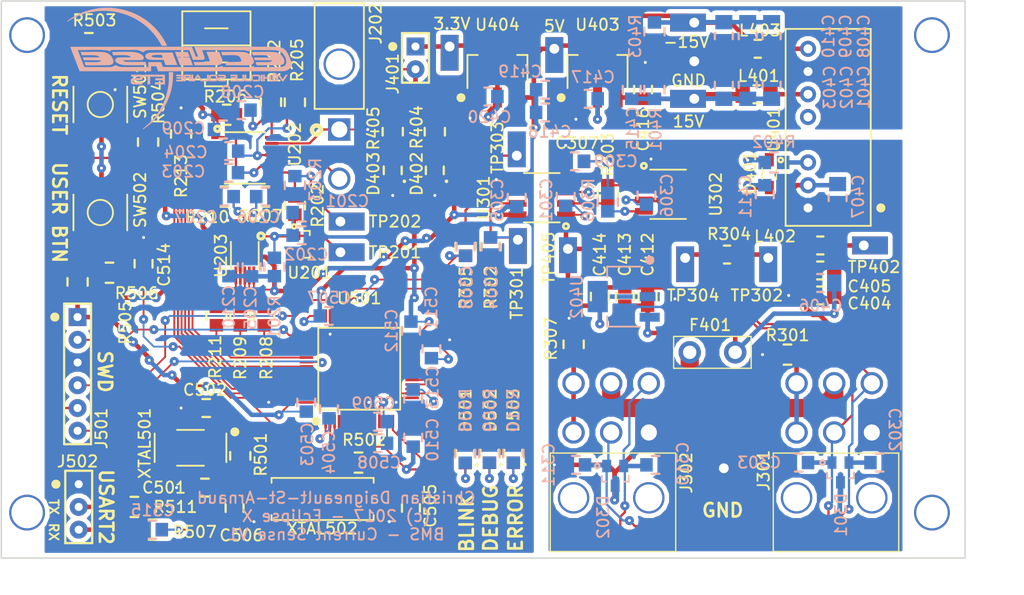
<source format=kicad_pcb>
(kicad_pcb (version 4) (host pcbnew 4.0.5+dfsg1-4)
  (layers (0 F.Cu signal) (31 B.Cu signal) (34 B.Paste user) (35 F.Paste user) (36 B.SilkS user) (37 F.SilkS user) (38 B.Mask user) (39 F.Mask user) (44 Edge.Cuts user))
  (net 0 "")
  (net 1 DGND)
  (net 2 "/Current Sense/VREF")
  (net 3 "Net-(C203-Pad1)")
  (net 4 "Net-(C204-Pad2)")
  (net 5 5VB)
  (net 6 "Net-(C206-Pad2)")
  (net 7 "Net-(C207-Pad1)")
  (net 8 "Net-(C208-Pad2)")
  (net 9 3.3VA)
  (net 10 GNDA)
  (net 11 "/Communication Interface/CAN_P")
  (net 12 "/Communication Interface/CAN_N")
  (net 13 "/Communication Interface/uC_CAN_TX")
  (net 14 "/Communication Interface/TXD")
  (net 15 /STM32F446/PA11)
  (net 16 "Net-(C309-Pad2)")
  (net 17 15VB)
  (net 18 12VA)
  (net 19 "Net-(C407-Pad2)")
  (net 20 -15VB)
  (net 21 "Net-(C411-Pad2)")
  (net 22 "Net-(C420-Pad2)")
  (net 23 "Net-(C501-Pad2)")
  (net 24 "Net-(C502-Pad1)")
  (net 25 VDD)
  (net 26 /STM32F446/VBat)
  (net 27 "Net-(C505-Pad2)")
  (net 28 "Net-(C506-Pad1)")
  (net 29 /STM32F446/NRST)
  (net 30 "Net-(C511-Pad2)")
  (net 31 /STM32F446/USER_BTN)
  (net 32 /STM32F446/PA3)
  (net 33 "Net-(D401-Pad1)")
  (net 34 "Net-(D501-Pad1)")
  (net 35 /STM32F446/PA5)
  (net 36 "Net-(D502-Pad1)")
  (net 37 /STM32F446/PA6)
  (net 38 "Net-(D503-Pad1)")
  (net 39 /STM32F446/PA7)
  (net 40 /STM32F446/SWCLK)
  (net 41 /STM32F446/SWDIO)
  (net 42 /STM32F446/SWO)
  (net 43 /STM32F446/USART2_TX)
  (net 44 /STM32F446/USART2_RX)
  (net 45 "Net-(L401-Pad2)")
  (net 46 "Net-(L403-Pad2)")
  (net 47 "/Current Sense/VREF_DIV2")
  (net 48 "Net-(R207-Pad1)")
  (net 49 "Net-(R208-Pad1)")
  (net 50 /STM32F446/PC10)
  (net 51 "Net-(R209-Pad1)")
  (net 52 "/Current Sense/DOUT")
  (net 53 "Net-(R210-Pad1)")
  (net 54 "Net-(R211-Pad1)")
  (net 55 "/Current Sense/CS")
  (net 56 "/Current Sense/EF")
  (net 57 "/Communication Interface/Shield1")
  (net 58 /STM32F446/PA12)
  (net 59 "Net-(R303-Pad1)")
  (net 60 "/Communication Interface/uC_CAN_RX")
  (net 61 "/Communication Interface/RXD")
  (net 62 "Net-(R402-Pad1)")
  (net 63 "Net-(R501-Pad1)")
  (net 64 "Net-(R502-Pad1)")
  (net 65 "Net-(R503-Pad1)")
  (net 66 "Net-(R505-Pad1)")
  (net 67 /STM32F446/PA2)
  (net 68 "Net-(SW501-Pad1)")
  (net 69 "Net-(SW501-Pad3)")
  (net 70 "Net-(SW502-Pad4)")
  (net 71 "Net-(SW502-Pad2)")
  (net 72 "/Current Sense/SHUNT+")
  (net 73 "/Current Sense/G2")
  (net 74 "/Current Sense/G1")
  (net 75 "/Current Sense/G0")
  (net 76 "/Current Sense/G3")
  (net 77 "/Current Sense/G4")
  (net 78 "Net-(U302-Pad5)")
  (net 79 "Net-(U302-Pad8)")
  (net 80 /STM32F446/PC0)
  (net 81 /STM32F446/PC1)
  (net 82 /STM32F446/PC2)
  (net 83 /STM32F446/PC3)
  (net 84 /STM32F446/PB13)
  (net 85 /STM32F446/PB14)
  (net 86 /STM32F446/PB15)
  (net 87 /STM32F446/PC6)
  (net 88 /STM32F446/PC7)
  (net 89 /STM32F446/PC8)
  (net 90 /STM32F446/PC9)
  (net 91 /STM32F446/PA8)
  (net 92 /STM32F446/PA9)
  (net 93 /STM32F446/PA10)
  (net 94 /STM32F446/PB12)
  (net 95 /STM32F446/PA4)
  (net 96 /STM32F446/PC4)
  (net 97 /STM32F446/PC5)
  (net 98 /STM32F446/PB0)
  (net 99 /STM32F446/PB1)
  (net 100 /STM32F446/PB2)
  (net 101 /STM32F446/PB10)
  (net 102 /STM32F446/PA15)
  (net 103 /STM32F446/PC12)
  (net 104 /STM32F446/BOOT0)
  (net 105 "Net-(XTAL501-Pad2)")
  (net 106 "Net-(XTAL501-Pad3)")
  (net 107 /STM32F446/PA0)
  (net 108 /STM32F446/PA1)
  (net 109 "/Communication Interface/Shield2")
  (net 110 CAN_PWR)
  (net 111 "Net-(D402-Pad2)")
  (net 112 "Net-(D403-Pad2)")
  (module Capacitors:C0805 (layer B.Cu) (at 137.686 84.582 180)
    (fp_text reference C201 (at -4.046 1.27 180) (layer B.SilkS) (effects (font (size 1.27 1.27) (thickness 0.2032)) (justify mirror)))
    (fp_text value 885012107015 hide)
    (pad 1 smd rect (at 0 0 180) (size 1.4 1.5) (layers B.Cu B.Paste B.Mask) (net 1 DGND))
    (pad 2 smd rect (at 2.05 0 180) (size 1.4 1.5) (layers B.Cu B.Paste B.Mask) (net 2 "/Current Sense/VREF"))
  )
  (module Capacitors:C0805 (layer B.Cu) (at 137.686 87.122 180)
    (fp_text reference C202 (at 0.526 -2.159 180) (layer B.SilkS) (effects (font (size 1.27 1.27) (thickness 0.2032)) (justify mirror)))
    (fp_text value 885012207098 hide)
    (pad 1 smd rect (at 0 0 180) (size 1.4 1.5) (layers B.Cu B.Paste B.Mask) (net 1 DGND))
    (pad 2 smd rect (at 2.05 0 180) (size 1.4 1.5) (layers B.Cu B.Paste B.Mask) (net 2 "/Current Sense/VREF"))
  )
  (module Capacitors:C0805 (layer B.Cu) (at 129.54 80.137 180)
    (fp_text reference C203 (at 6.096 0.127 180) (layer B.SilkS) (effects (font (size 1.27 1.27) (thickness 0.2032)) (justify mirror)))
    (fp_text value 885012207102 hide)
    (pad 1 smd rect (at 0 0 180) (size 1.4 1.5) (layers B.Cu B.Paste B.Mask) (net 3 "Net-(C203-Pad1)"))
    (pad 2 smd rect (at 2.05 0 180) (size 1.4 1.5) (layers B.Cu B.Paste B.Mask) (net 1 DGND))
  )
  (module Capacitors:C0805 (layer B.Cu) (at 127.508 77.724)
    (fp_text reference C204 (at -3.81 0.127) (layer B.SilkS) (effects (font (size 1.27 1.27) (thickness 0.2032)) (justify mirror)))
    (fp_text value 885012207102 hide)
    (pad 1 smd rect (at 0 0) (size 1.4 1.5) (layers B.Cu B.Paste B.Mask) (net 1 DGND))
    (pad 2 smd rect (at 2.05 0) (size 1.4 1.5) (layers B.Cu B.Paste B.Mask) (net 4 "Net-(C204-Pad2)"))
  )
  (module Capacitors:C0805 (layer B.Cu) (at 131.064 91.712 90)
    (fp_text reference C205 (at -3.538 -0.127 90) (layer B.SilkS) (effects (font (size 1.27 1.27) (thickness 0.2032)) (justify mirror)))
    (fp_text value 885012207098 hide)
    (pad 1 smd rect (at 0 0 90) (size 1.4 1.5) (layers B.Cu B.Paste B.Mask) (net 5 5VB))
    (pad 2 smd rect (at 2.05 0 90) (size 1.4 1.5) (layers B.Cu B.Paste B.Mask) (net 1 DGND))
  )
  (module Capacitors:C0805 (layer B.Cu) (at 133.622 82.804 180)
    (fp_text reference C206 (at 1.796 -2.286 180) (layer B.SilkS) (effects (font (size 1.27 1.27) (thickness 0.2032)) (justify mirror)))
    (fp_text value Capacitor_Generic hide)
    (pad 1 smd rect (at 0 0 180) (size 1.4 1.5) (layers B.Cu B.Paste B.Mask) (net 1 DGND))
    (pad 2 smd rect (at 2.05 0 180) (size 1.4 1.5) (layers B.Cu B.Paste B.Mask) (net 6 "Net-(C206-Pad2)"))
  )
  (module Capacitors:C0805 (layer B.Cu) (at 129.05 82.804 180)
    (fp_text reference C207 (at 4.209 -2.286 180) (layer B.SilkS) (effects (font (size 1.27 1.27) (thickness 0.2032)) (justify mirror)))
    (fp_text value Capacitor_Generic hide)
    (pad 1 smd rect (at 0 0 180) (size 1.4 1.5) (layers B.Cu B.Paste B.Mask) (net 7 "Net-(C207-Pad1)"))
    (pad 2 smd rect (at 2.05 0 180) (size 1.4 1.5) (layers B.Cu B.Paste B.Mask) (net 1 DGND))
  )
  (module Capacitors:C0805 (layer B.Cu) (at 128.887 73.152)
    (fp_text reference C208 (at 1.161 -2.032) (layer B.SilkS) (effects (font (size 1.27 1.27) (thickness 0.2032)) (justify mirror)))
    (fp_text value 885012207102 hide)
    (pad 1 smd rect (at 0 0) (size 1.4 1.5) (layers B.Cu B.Paste B.Mask) (net 1 DGND))
    (pad 2 smd rect (at 2.05 0) (size 1.4 1.5) (layers B.Cu B.Paste B.Mask) (net 8 "Net-(C208-Pad2)"))
  )
  (module Capacitors:C0805 (layer B.Cu) (at 126.855 75.311)
    (fp_text reference C209 (at -3.411 -0.127) (layer B.SilkS) (effects (font (size 1.27 1.27) (thickness 0.2032)) (justify mirror)))
    (fp_text value 885012207098 hide)
    (pad 1 smd rect (at 0 0) (size 1.4 1.5) (layers B.Cu B.Paste B.Mask) (net 5 5VB))
    (pad 2 smd rect (at 2.05 0) (size 1.4 1.5) (layers B.Cu B.Paste B.Mask) (net 1 DGND))
  )
  (module Capacitors:C0805 (layer B.Cu) (at 166.116 83.838 90)
    (fp_text reference C301 (at 0.653 -2.159 90) (layer B.SilkS) (effects (font (size 1.27 1.27) (thickness 0.2032)) (justify mirror)))
    (fp_text value 885012207098 hide)
    (pad 1 smd rect (at 0 0 90) (size 1.4 1.5) (layers B.Cu B.Paste B.Mask) (net 9 3.3VA))
    (pad 2 smd rect (at 2.05 0 90) (size 1.4 1.5) (layers B.Cu B.Paste B.Mask) (net 10 GNDA))
  )
  (module Capacitors:C0805 (layer B.Cu) (at 202.184 112.522 180)
    (fp_text reference C302 (at -0.762 3.683 270) (layer B.SilkS) (effects (font (size 1.27 1.27) (thickness 0.2032)) (justify mirror)))
    (fp_text value Capacitor_Generic hide)
    (pad 1 smd rect (at 0 0 180) (size 1.4 1.5) (layers B.Cu B.Paste B.Mask) (net 10 GNDA))
    (pad 2 smd rect (at 2.05 0 180) (size 1.4 1.5) (layers B.Cu B.Paste B.Mask) (net 11 "/Communication Interface/CAN_P"))
  )
  (module Capacitors:C0805 (layer B.Cu) (at 191.117 112.522)
    (fp_text reference C303 (at -3.411 0) (layer B.SilkS) (effects (font (size 1.27 1.27) (thickness 0.2032)) (justify mirror)))
    (fp_text value Capacitor_Generic hide)
    (pad 1 smd rect (at 0 0) (size 1.4 1.5) (layers B.Cu B.Paste B.Mask) (net 10 GNDA))
    (pad 2 smd rect (at 2.05 0) (size 1.4 1.5) (layers B.Cu B.Paste B.Mask) (net 12 "/Communication Interface/CAN_N"))
  )
  (module Capacitors:C0805 (layer B.Cu) (at 157.734 87.358 270)
    (fp_text reference C304 (at 5.606 -0.127 270) (layer B.SilkS) (effects (font (size 1.27 1.27) (thickness 0.2032)) (justify mirror)))
    (fp_text value 885012207080 hide)
    (pad 1 smd rect (at 0 0 270) (size 1.4 1.5) (layers B.Cu B.Paste B.Mask) (net 13 "/Communication Interface/uC_CAN_TX"))
    (pad 2 smd rect (at 2.05 0 270) (size 1.4 1.5) (layers B.Cu B.Paste B.Mask) (net 1 DGND))
  )
  (module Capacitors:C0805 (layer B.Cu) (at 160.655 83.947 90)
    (fp_text reference C305 (at 0.762 -2.159 90) (layer B.SilkS) (effects (font (size 1.27 1.27) (thickness 0.2032)) (justify mirror)))
    (fp_text value 885012207098 hide)
    (pad 1 smd rect (at 0 0 90) (size 1.4 1.5) (layers B.Cu B.Paste B.Mask) (net 5 5VB))
    (pad 2 smd rect (at 2.05 0 90) (size 1.4 1.5) (layers B.Cu B.Paste B.Mask) (net 1 DGND))
  )
  (module Capacitors:C0805 (layer B.Cu) (at 175.133 83.693 90)
    (fp_text reference C306 (at 1.016 2.286 90) (layer B.SilkS) (effects (font (size 1.27 1.27) (thickness 0.2032)) (justify mirror)))
    (fp_text value 885012207098 hide)
    (pad 1 smd rect (at 0 0 90) (size 1.4 1.5) (layers B.Cu B.Paste B.Mask) (net 9 3.3VA))
    (pad 2 smd rect (at 2.05 0 90) (size 1.4 1.5) (layers B.Cu B.Paste B.Mask) (net 10 GNDA))
  )
  (module Capacitors:C0805 (layer F.Cu) (at 166.116 78.867)
    (fp_text reference C307 (at 1.27 -2.05) (layer F.SilkS) (effects (font (size 1.27 1.27) (thickness 0.2032))))
    (fp_text value 885012207080 hide)
    (pad 1 smd rect (at 0 0) (size 1.4 1.5) (layers F.Cu F.Paste F.Mask) (net 10 GNDA))
    (pad 2 smd rect (at 2.05 0) (size 1.4 1.5) (layers F.Cu F.Paste F.Mask) (net 14 "/Communication Interface/TXD"))
  )
  (module Capacitors:C0805 (layer B.Cu) (at 154.94 89.426 90)
    (fp_text reference C308 (at -3.538 0.127 90) (layer B.SilkS) (effects (font (size 1.27 1.27) (thickness 0.2032)) (justify mirror)))
    (fp_text value 885012207080 hide)
    (pad 1 smd rect (at 0 0 90) (size 1.4 1.5) (layers B.Cu B.Paste B.Mask) (net 15 /STM32F446/PA11))
    (pad 2 smd rect (at 2.05 0 90) (size 1.4 1.5) (layers B.Cu B.Paste B.Mask) (net 1 DGND))
  )
  (module Capacitors:C0805 (layer B.Cu) (at 166.098 78.867)
    (fp_text reference C309 (at 5.606 0) (layer B.SilkS) (effects (font (size 1.27 1.27) (thickness 0.2032)) (justify mirror)))
    (fp_text value 885012207080 hide)
    (pad 1 smd rect (at 0 0) (size 1.4 1.5) (layers B.Cu B.Paste B.Mask) (net 10 GNDA))
    (pad 2 smd rect (at 2.05 0) (size 1.4 1.5) (layers B.Cu B.Paste B.Mask) (net 16 "Net-(C309-Pad2)"))
  )
  (module Capacitors:C0805 (layer B.Cu) (at 177.183 112.776 180)
    (fp_text reference C310 (at -2.014 0.127 270) (layer B.SilkS) (effects (font (size 1.27 1.27) (thickness 0.2032)) (justify mirror)))
    (fp_text value Capacitor_Generic hide)
    (pad 1 smd rect (at 0 0 180) (size 1.4 1.5) (layers B.Cu B.Paste B.Mask) (net 10 GNDA))
    (pad 2 smd rect (at 2.05 0 180) (size 1.4 1.5) (layers B.Cu B.Paste B.Mask) (net 11 "/Communication Interface/CAN_P"))
  )
  (module Capacitors:C0805 (layer B.Cu) (at 166.225 112.776)
    (fp_text reference C311 (at -2.014 0 90) (layer B.SilkS) (effects (font (size 1.27 1.27) (thickness 0.2032)) (justify mirror)))
    (fp_text value Capacitor_Generic hide)
    (pad 1 smd rect (at 0 0) (size 1.4 1.5) (layers B.Cu B.Paste B.Mask) (net 10 GNDA))
    (pad 2 smd rect (at 2.05 0) (size 1.4 1.5) (layers B.Cu B.Paste B.Mask) (net 12 "/Communication Interface/CAN_N"))
  )
  (module Capacitors:C1206 (layer B.Cu) (at 189.103 68.782 270)
    (fp_text reference C401 (at 1.83 -10.287 270) (layer B.SilkS) (effects (font (size 1.27 1.27) (thickness 0.2032)) (justify mirror)))
    (fp_text value C3216X5R1E336M160AC hide)
    (pad 1 smd rect (at 0 0 270) (size 1.6 1.9) (layers B.Cu B.Paste B.Mask) (net 1 DGND))
    (pad 2 smd rect (at 3.1 0 270) (size 1.6 1.9) (layers B.Cu B.Paste B.Mask) (net 17 15VB))
  )
  (module Capacitors:C1206 (layer B.Cu) (at 186.436 68.782 270)
    (fp_text reference C402 (at 1.83 -11.049 270) (layer B.SilkS) (effects (font (size 1.27 1.27) (thickness 0.2032)) (justify mirror)))
    (fp_text value C3216X5R1E336M160AC hide)
    (pad 1 smd rect (at 0 0 270) (size 1.6 1.9) (layers B.Cu B.Paste B.Mask) (net 1 DGND))
    (pad 2 smd rect (at 3.1 0 270) (size 1.6 1.9) (layers B.Cu B.Paste B.Mask) (net 17 15VB))
  )
  (module Capacitors:C1206 (layer B.Cu) (at 183.769 68.782 270)
    (fp_text reference C403 (at 1.83 -11.811 270) (layer B.SilkS) (effects (font (size 1.27 1.27) (thickness 0.2032)) (justify mirror)))
    (fp_text value C3216X5R1E336M160AC hide)
    (pad 1 smd rect (at 0 0 270) (size 1.6 1.9) (layers B.Cu B.Paste B.Mask) (net 1 DGND))
    (pad 2 smd rect (at 3.1 0 270) (size 1.6 1.9) (layers B.Cu B.Paste B.Mask) (net 17 15VB))
  )
  (module Capacitors:C1206 (layer F.Cu) (at 192.988 93.853)
    (fp_text reference C404 (at 7.037 0.889) (layer F.SilkS) (effects (font (size 1.27 1.27) (thickness 0.2032))))
    (fp_text value C3216X5R1E336M160AC hide)
    (pad 1 smd rect (at 0 0) (size 1.6 1.9) (layers F.Cu F.Paste F.Mask) (net 10 GNDA))
    (pad 2 smd rect (at 3.1 0) (size 1.6 1.9) (layers F.Cu F.Paste F.Mask) (net 18 12VA))
  )
  (module Capacitors:C1206 (layer F.Cu) (at 192.988 91.059)
    (fp_text reference C405 (at 7.037 1.778) (layer F.SilkS) (effects (font (size 1.27 1.27) (thickness 0.2032))))
    (fp_text value C3216X5R1E336M160AC hide)
    (pad 1 smd rect (at 0 0) (size 1.6 1.9) (layers F.Cu F.Paste F.Mask) (net 10 GNDA))
    (pad 2 smd rect (at 3.1 0) (size 1.6 1.9) (layers F.Cu F.Paste F.Mask) (net 18 12VA))
  )
  (module Capacitors:C1206 (layer B.Cu) (at 192.988 92.456)
    (fp_text reference C406 (at 1.576 2.54) (layer B.SilkS) (effects (font (size 1.27 1.27) (thickness 0.2032)) (justify mirror)))
    (fp_text value C3216X5R1E336M160AC hide)
    (pad 1 smd rect (at 0 0) (size 1.6 1.9) (layers B.Cu B.Paste B.Mask) (net 10 GNDA))
    (pad 2 smd rect (at 3.1 0) (size 1.6 1.9) (layers B.Cu B.Paste B.Mask) (net 18 12VA))
  )
  (module Capacitors:C1206 (layer B.Cu) (at 196.469 84.507 90)
    (fp_text reference C407 (at 1.703 2.286 90) (layer B.SilkS) (effects (font (size 1.27 1.27) (thickness 0.2032)) (justify mirror)))
    (fp_text value C3216X5R1E336M160AC hide)
    (pad 1 smd rect (at 0 0 90) (size 1.6 1.9) (layers B.Cu B.Paste B.Mask) (net 10 GNDA))
    (pad 2 smd rect (at 3.1 0 90) (size 1.6 1.9) (layers B.Cu B.Paste B.Mask) (net 19 "Net-(C407-Pad2)"))
  )
  (module Capacitors:C1206 (layer B.Cu) (at 189.103 63.321 270)
    (fp_text reference C408 (at 1.576 -10.287 270) (layer B.SilkS) (effects (font (size 1.27 1.27) (thickness 0.2032)) (justify mirror)))
    (fp_text value C3216X5R1E336M160AC hide)
    (pad 1 smd rect (at 0 0 270) (size 1.6 1.9) (layers B.Cu B.Paste B.Mask) (net 20 -15VB))
    (pad 2 smd rect (at 3.1 0 270) (size 1.6 1.9) (layers B.Cu B.Paste B.Mask) (net 1 DGND))
  )
  (module Capacitors:C1206 (layer B.Cu) (at 186.436 63.321 270)
    (fp_text reference C409 (at 1.576 -10.922 270) (layer B.SilkS) (effects (font (size 1.27 1.27) (thickness 0.2032)) (justify mirror)))
    (fp_text value C3216X5R1E336M160AC hide)
    (pad 1 smd rect (at 0 0 270) (size 1.6 1.9) (layers B.Cu B.Paste B.Mask) (net 20 -15VB))
    (pad 2 smd rect (at 3.1 0 270) (size 1.6 1.9) (layers B.Cu B.Paste B.Mask) (net 1 DGND))
  )
  (module Capacitors:C1206 (layer B.Cu) (at 183.769 63.321 270)
    (fp_text reference C410 (at 1.576 -11.684 270) (layer B.SilkS) (effects (font (size 1.27 1.27) (thickness 0.2032)) (justify mirror)))
    (fp_text value C3216X5R1E336M160AC hide)
    (pad 1 smd rect (at 0 0 270) (size 1.6 1.9) (layers B.Cu B.Paste B.Mask) (net 20 -15VB))
    (pad 2 smd rect (at 3.1 0 270) (size 1.6 1.9) (layers B.Cu B.Paste B.Mask) (net 1 DGND))
  )
  (module Capacitors:C0805 (layer B.Cu) (at 188.341 83.584 90)
    (fp_text reference C411 (at 0.78 -2.159 90) (layer B.SilkS) (effects (font (size 1.27 1.27) (thickness 0.2032)) (justify mirror)))
    (fp_text value 885012207098 hide)
    (pad 1 smd rect (at 0 0 90) (size 1.4 1.5) (layers B.Cu B.Paste B.Mask) (net 10 GNDA))
    (pad 2 smd rect (at 2.05 0 90) (size 1.4 1.5) (layers B.Cu B.Paste B.Mask) (net 21 "Net-(C411-Pad2)"))
  )
  (module Capacitors:C0805 (layer F.Cu) (at 175.26 92.946 270)
    (fp_text reference C412 (at -3.665 0 270) (layer F.SilkS) (effects (font (size 1.27 1.27) (thickness 0.2032))))
    (fp_text value 885012107018 hide)
    (pad 1 smd rect (at 0 0 270) (size 1.4 1.5) (layers F.Cu F.Paste F.Mask) (net 10 GNDA))
    (pad 2 smd rect (at 2.05 0 270) (size 1.4 1.5) (layers F.Cu F.Paste F.Mask) (net 18 12VA))
  )
  (module Capacitors:C0805 (layer F.Cu) (at 172.72 92.946 270)
    (fp_text reference C413 (at -3.665 0 270) (layer F.SilkS) (effects (font (size 1.27 1.27) (thickness 0.2032))))
    (fp_text value 885012107018 hide)
    (pad 1 smd rect (at 0 0 270) (size 1.4 1.5) (layers F.Cu F.Paste F.Mask) (net 10 GNDA))
    (pad 2 smd rect (at 2.05 0 270) (size 1.4 1.5) (layers F.Cu F.Paste F.Mask) (net 18 12VA))
  )
  (module Capacitors:C0805 (layer F.Cu) (at 169.926 92.946 270)
    (fp_text reference C414 (at -3.665 0 270) (layer F.SilkS) (effects (font (size 1.27 1.27) (thickness 0.2032))))
    (fp_text value 885012107014 hide)
    (pad 1 smd rect (at 0 0 270) (size 1.4 1.5) (layers F.Cu F.Paste F.Mask) (net 10 GNDA))
    (pad 2 smd rect (at 2.05 0 270) (size 1.4 1.5) (layers F.Cu F.Paste F.Mask) (net 9 3.3VA))
  )
  (module Capacitors:C0805 (layer B.Cu) (at 173.482 69.832 270)
    (fp_text reference C415 (at 5.352 -0.127 450) (layer B.SilkS) (effects (font (size 1.27 1.27) (thickness 0.2032)) (justify mirror)))
    (fp_text value 885012107018 hide)
    (pad 1 smd rect (at 0 0 270) (size 1.4 1.5) (layers B.Cu B.Paste B.Mask) (net 1 DGND))
    (pad 2 smd rect (at 2.05 0 270) (size 1.4 1.5) (layers B.Cu B.Paste B.Mask) (net 17 15VB))
  )
  (module Capacitors:C0805 (layer F.Cu) (at 174.752 69.832 270)
    (fp_text reference C416 (at 5.479 0 450) (layer F.SilkS) (effects (font (size 1.27 1.27) (thickness 0.2032))))
    (fp_text value 885012107018 hide)
    (pad 1 smd rect (at 0 0 270) (size 1.4 1.5) (layers F.Cu F.Paste F.Mask) (net 1 DGND))
    (pad 2 smd rect (at 2.05 0 270) (size 1.4 1.5) (layers F.Cu F.Paste F.Mask) (net 17 15VB))
  )
  (module Capacitors:C0805 (layer B.Cu) (at 167.64 71.882)
    (fp_text reference C417 (at 1.524 -2.413) (layer B.SilkS) (effects (font (size 1.27 1.27) (thickness 0.2032)) (justify mirror)))
    (fp_text value 885012107014 hide)
    (pad 1 smd rect (at 0 0) (size 1.4 1.5) (layers B.Cu B.Paste B.Mask) (net 1 DGND))
    (pad 2 smd rect (at 2.05 0) (size 1.4 1.5) (layers B.Cu B.Paste B.Mask) (net 5 5VB))
  )
  (module Capacitors:C0805 (layer B.Cu) (at 164.864 73.406 180)
    (fp_text reference C418 (at 0.526 -2.159 180) (layer B.SilkS) (effects (font (size 1.27 1.27) (thickness 0.2032)) (justify mirror)))
    (fp_text value 885012107018 hide)
    (pad 1 smd rect (at 0 0 180) (size 1.4 1.5) (layers B.Cu B.Paste B.Mask) (net 1 DGND))
    (pad 2 smd rect (at 2.05 0 180) (size 1.4 1.5) (layers B.Cu B.Paste B.Mask) (net 5 5VB))
  )
  (module Capacitors:C0805 (layer B.Cu) (at 164.864 70.866 180)
    (fp_text reference C419 (at 3.828 2.032 180) (layer B.SilkS) (effects (font (size 1.27 1.27) (thickness 0.2032)) (justify mirror)))
    (fp_text value 885012107018 hide)
    (pad 1 smd rect (at 0 0 180) (size 1.4 1.5) (layers B.Cu B.Paste B.Mask) (net 1 DGND))
    (pad 2 smd rect (at 2.05 0 180) (size 1.4 1.5) (layers B.Cu B.Paste B.Mask) (net 5 5VB))
  )
  (module Capacitors:C0805 (layer B.Cu) (at 156.446 71.628)
    (fp_text reference C420 (at 1.161 2.286) (layer B.SilkS) (effects (font (size 1.27 1.27) (thickness 0.2032)) (justify mirror)))
    (fp_text value 885012107014 hide)
    (pad 1 smd rect (at 0 0) (size 1.4 1.5) (layers B.Cu B.Paste B.Mask) (net 1 DGND))
    (pad 2 smd rect (at 2.05 0) (size 1.4 1.5) (layers B.Cu B.Paste B.Mask) (net 22 "Net-(C420-Pad2)"))
  )
  (module Capacitors:C0805 (layer F.Cu) (at 124.823 115.316)
    (fp_text reference C501 (at -3.538 0) (layer F.SilkS) (effects (font (size 1.27 1.27) (thickness 0.2032))))
    (fp_text value 885012007027 hide)
    (pad 1 smd rect (at 0 0) (size 1.4 1.5) (layers F.Cu F.Paste F.Mask) (net 1 DGND))
    (pad 2 smd rect (at 2.05 0) (size 1.4 1.5) (layers F.Cu F.Paste F.Mask) (net 23 "Net-(C501-Pad2)"))
  )
  (module Capacitors:C0805 (layer F.Cu) (at 127.018 106.426 180)
    (fp_text reference C502 (at 1.161 2.032 180) (layer F.SilkS) (effects (font (size 1.27 1.27) (thickness 0.2032))))
    (fp_text value 885012007027 hide)
    (pad 1 smd rect (at 0 0 180) (size 1.4 1.5) (layers F.Cu F.Paste F.Mask) (net 24 "Net-(C502-Pad1)"))
    (pad 2 smd rect (at 2.05 0 180) (size 1.4 1.5) (layers F.Cu F.Paste F.Mask) (net 1 DGND))
  )
  (module Capacitors:C0805 (layer B.Cu) (at 137.16 104.775 270)
    (fp_text reference C503 (at 5.715 -0.127 270) (layer B.SilkS) (effects (font (size 1.27 1.27) (thickness 0.2032)) (justify mirror)))
    (fp_text value 885012207098 hide)
    (pad 1 smd rect (at 0 0 270) (size 1.4 1.5) (layers B.Cu B.Paste B.Mask) (net 1 DGND))
    (pad 2 smd rect (at 2.05 0 270) (size 1.4 1.5) (layers B.Cu B.Paste B.Mask) (net 25 VDD))
  )
  (module Capacitors:C0805 (layer B.Cu) (at 139.7 105.519 270)
    (fp_text reference C504 (at 5.86 0 270) (layer B.SilkS) (effects (font (size 1.27 1.27) (thickness 0.2032)) (justify mirror)))
    (fp_text value 885012107015 hide)
    (pad 1 smd rect (at 0 0 270) (size 1.4 1.5) (layers B.Cu B.Paste B.Mask) (net 1 DGND))
    (pad 2 smd rect (at 2.05 0 270) (size 1.4 1.5) (layers B.Cu B.Paste B.Mask) (net 26 /STM32F446/VBat))
  )
  (module Capacitors:C0805 (layer F.Cu) (at 148.844 118.618 90)
    (fp_text reference C505 (at 1.27 2.159 90) (layer F.SilkS) (effects (font (size 1.27 1.27) (thickness 0.2032))))
    (fp_text value 885012007053 hide)
    (pad 1 smd rect (at 0 0 90) (size 1.4 1.5) (layers F.Cu F.Paste F.Mask) (net 1 DGND))
    (pad 2 smd rect (at 2.05 0 90) (size 1.4 1.5) (layers F.Cu F.Paste F.Mask) (net 27 "Net-(C505-Pad2)"))
  )
  (module Capacitors:C0805 (layer F.Cu) (at 129.159 116.586 270)
    (fp_text reference C506 (at 4.064 -0.762 360) (layer F.SilkS) (effects (font (size 1.27 1.27) (thickness 0.2032))))
    (fp_text value 885012007053 hide)
    (pad 1 smd rect (at 0 0 270) (size 1.4 1.5) (layers F.Cu F.Paste F.Mask) (net 28 "Net-(C506-Pad1)"))
    (pad 2 smd rect (at 2.05 0 270) (size 1.4 1.5) (layers F.Cu F.Paste F.Mask) (net 1 DGND))
  )
  (module Capacitors:C0805 (layer B.Cu) (at 138.666 96.139)
    (fp_text reference C507 (at 1.034 -2.032) (layer B.SilkS) (effects (font (size 1.27 1.27) (thickness 0.2032)) (justify mirror)))
    (fp_text value 885012207098 hide)
    (pad 1 smd rect (at 0 0) (size 1.4 1.5) (layers B.Cu B.Paste B.Mask) (net 25 VDD))
    (pad 2 smd rect (at 2.05 0) (size 1.4 1.5) (layers B.Cu B.Paste B.Mask) (net 1 DGND))
  )
  (module Capacitors:C0805 (layer B.Cu) (at 144.127 110.363)
    (fp_text reference C508 (at 1.161 2.159) (layer B.SilkS) (effects (font (size 1.27 1.27) (thickness 0.2032)) (justify mirror)))
    (fp_text value 885012107015 hide)
    (pad 1 smd rect (at 0 0) (size 1.4 1.5) (layers B.Cu B.Paste B.Mask) (net 1 DGND))
    (pad 2 smd rect (at 2.05 0) (size 1.4 1.5) (layers B.Cu B.Paste B.Mask) (net 25 VDD))
  )
  (module Capacitors:C0805 (layer B.Cu) (at 144.127 107.95)
    (fp_text reference C509 (at 0.526 -2.032) (layer B.SilkS) (effects (font (size 1.27 1.27) (thickness 0.2032)) (justify mirror)))
    (fp_text value 885012207092 hide)
    (pad 1 smd rect (at 0 0) (size 1.4 1.5) (layers B.Cu B.Paste B.Mask) (net 1 DGND))
    (pad 2 smd rect (at 2.05 0) (size 1.4 1.5) (layers B.Cu B.Paste B.Mask) (net 25 VDD))
  )
  (module Capacitors:C0805 (layer B.Cu) (at 149.098 110.744 90)
    (fp_text reference C510 (at 0.762 2.159 90) (layer B.SilkS) (effects (font (size 1.27 1.27) (thickness 0.2032)) (justify mirror)))
    (fp_text value 885012207098 hide)
    (pad 1 smd rect (at 0 0 90) (size 1.4 1.5) (layers B.Cu B.Paste B.Mask) (net 29 /STM32F446/NRST))
    (pad 2 smd rect (at 2.05 0 90) (size 1.4 1.5) (layers B.Cu B.Paste B.Mask) (net 1 DGND))
  )
  (module Capacitors:C0805 (layer B.Cu) (at 151.13 98.806 270)
    (fp_text reference C511 (at -3.556 0 270) (layer B.SilkS) (effects (font (size 1.27 1.27) (thickness 0.2032)) (justify mirror)))
    (fp_text value 885012107018 hide)
    (pad 1 smd rect (at 0 0 270) (size 1.4 1.5) (layers B.Cu B.Paste B.Mask) (net 1 DGND))
    (pad 2 smd rect (at 2.05 0 270) (size 1.4 1.5) (layers B.Cu B.Paste B.Mask) (net 30 "Net-(C511-Pad2)"))
  )
  (module Capacitors:C0805 (layer B.Cu) (at 148.844 96.774 270)
    (fp_text reference C512 (at 1.016 2.159 270) (layer B.SilkS) (effects (font (size 1.27 1.27) (thickness 0.2032)) (justify mirror)))
    (fp_text value 885012207098 hide)
    (pad 1 smd rect (at 0 0 270) (size 1.4 1.5) (layers B.Cu B.Paste B.Mask) (net 25 VDD))
    (pad 2 smd rect (at 2.05 0 270) (size 1.4 1.5) (layers B.Cu B.Paste B.Mask) (net 1 DGND))
  )
  (module Capacitors:C0805 (layer B.Cu) (at 149.098 104.376 270)
    (fp_text reference C513 (at -0.236 -2.159 270) (layer B.SilkS) (effects (font (size 1.27 1.27) (thickness 0.2032)) (justify mirror)))
    (fp_text value 885012207098 hide)
    (pad 1 smd rect (at 0 0 270) (size 1.4 1.5) (layers B.Cu B.Paste B.Mask) (net 25 VDD))
    (pad 2 smd rect (at 2.05 0 270) (size 1.4 1.5) (layers B.Cu B.Paste B.Mask) (net 1 DGND))
  )
  (module Capacitors:C0805 (layer F.Cu) (at 118.999 91.331 90)
    (fp_text reference C514 (at 0.907 2.286 90) (layer F.SilkS) (effects (font (size 1.27 1.27) (thickness 0.2032))))
    (fp_text value 885012207098 hide)
    (pad 1 smd rect (at 0 0 90) (size 1.4 1.5) (layers F.Cu F.Paste F.Mask) (net 31 /STM32F446/USER_BTN))
    (pad 2 smd rect (at 2.05 0 90) (size 1.4 1.5) (layers F.Cu F.Paste F.Mask) (net 1 DGND))
  )
  (module Capacitors:C0805 (layer B.Cu) (at 118.981 120.015)
    (fp_text reference C515 (at 1.034 -2.159) (layer B.SilkS) (effects (font (size 1.27 1.27) (thickness 0.2032)) (justify mirror)))
    (fp_text value 885012007053 hide)
    (pad 1 smd rect (at 0 0) (size 1.4 1.5) (layers B.Cu B.Paste B.Mask) (net 1 DGND))
    (pad 2 smd rect (at 2.05 0) (size 1.4 1.5) (layers B.Cu B.Paste B.Mask) (net 32 /STM32F446/PA3))
  )
  (module IC:SOT-23-3 (layer B.Cu) (at 196.789 113.622)
    (fp_text reference D301 (at 0.061 4.742 90) (layer B.SilkS) (effects (font (size 1.27 1.27) (thickness 0.2032)) (justify mirror)))
    (fp_text value D1213A-02SOL-7 hide)
    (pad 3 smd rect (at 0 1.1) (size 1 1.4) (layers B.Cu B.Paste B.Mask) (net 10 GNDA))
    (pad 2 smd rect (at 0.95 -1.1) (size 1 1.4) (layers B.Cu B.Paste B.Mask) (net 11 "/Communication Interface/CAN_P"))
    (pad 1 smd rect (at -0.95 -1.1) (size 1 1.4) (layers B.Cu B.Paste B.Mask) (net 12 "/Communication Interface/CAN_N"))
  )
  (module IC:SOT-23-3 (layer B.Cu) (at 171.643 114.003)
    (fp_text reference D302 (at -1.336 4.615 90) (layer B.SilkS) (effects (font (size 1.27 1.27) (thickness 0.2032)) (justify mirror)))
    (fp_text value D1213A-02SOL-7 hide)
    (pad 3 smd rect (at 0 1.1) (size 1 1.4) (layers B.Cu B.Paste B.Mask) (net 10 GNDA))
    (pad 2 smd rect (at 0.95 -1.1) (size 1 1.4) (layers B.Cu B.Paste B.Mask) (net 11 "/Communication Interface/CAN_P"))
    (pad 1 smd rect (at -0.95 -1.1) (size 1 1.4) (layers B.Cu B.Paste B.Mask) (net 12 "/Communication Interface/CAN_N"))
  )
  (module Diodes:SOD-323 (layer F.Cu) (at 188.849 80.238 270)
    (fp_text reference D401 (at -0.101 2.159 270) (layer F.SilkS) (effects (font (size 1.27 1.27) (thickness 0.2032))))
    (fp_text value NSR0530HT1G hide)
    (pad 1 smd rect (at -1.55 0 270) (size 1.5 1) (layers F.Cu F.Paste F.Mask) (net 33 "Net-(D401-Pad1)"))
    (pad 2 smd rect (at 1.55 0 270) (size 1.5 1) (layers F.Cu F.Paste F.Mask) (net 21 "Net-(C411-Pad2)"))
  )
  (module Diodes:LED_0805_GREEN (layer F.Cu) (at 154.900596 112.576082 90)
    (fp_text reference D501 (at 5.896082 0.039404 90) (layer F.SilkS) (effects (font (size 1.27 1.27) (thickness 0.2032))))
    (fp_text value 150080VS75000 hide)
    (pad 1 smd rect (at 0 0 90) (size 1.4 1.5) (layers F.Cu F.Paste F.Mask) (net 34 "Net-(D501-Pad1)"))
    (pad 2 smd rect (at 2.05 0 90) (size 1.4 1.5) (layers F.Cu F.Paste F.Mask) (net 35 /STM32F446/PA5))
  )
  (module Diodes:LED_0805_YELLOW (layer F.Cu) (at 157.607 112.54 90)
    (fp_text reference D502 (at 5.86 0.127 90) (layer F.SilkS) (effects (font (size 1.27 1.27) (thickness 0.2032))))
    (fp_text value 150080YS75000 hide)
    (pad 1 smd rect (at 0 0 90) (size 1.4 1.5) (layers F.Cu F.Paste F.Mask) (net 36 "Net-(D502-Pad1)"))
    (pad 2 smd rect (at 2.05 0 90) (size 1.4 1.5) (layers F.Cu F.Paste F.Mask) (net 37 /STM32F446/PA6))
  )
  (module Diodes:LED_0805_RED (layer F.Cu) (at 160.274 112.54 90)
    (fp_text reference D503 (at 5.86 0 90) (layer F.SilkS) (effects (font (size 1.27 1.27) (thickness 0.2032))))
    (fp_text value 150080RS75000 hide)
    (pad 1 smd rect (at 0 0 90) (size 1.4 1.5) (layers F.Cu F.Paste F.Mask) (net 38 "Net-(D503-Pad1)"))
    (pad 2 smd rect (at 2.05 0 90) (size 1.4 1.5) (layers F.Cu F.Paste F.Mask) (net 39 /STM32F446/PA7))
  )
  (module Connectors:Headers_2.54mm_1X3 (layer F.Cu) (at 111.76 114.935 270)
    (fp_text reference J502 (at -2.54 0.127 360) (layer F.SilkS) (effects (font (size 1.27 1.27) (thickness 0.2032))))
    (fp_text value Header_Male_Pin_2.54mm_1X3_,_Unshrouded hide)
    (pad 1 thru_hole rect (at 0 0 270) (size 2 2) (drill 0.9) (layers *.Cu *.Mask) (net 1 DGND))
    (pad 2 thru_hole circle (at 2.54 0 270) (size 2 2) (drill 0.9) (layers *.Cu *.Mask) (net 43 /STM32F446/USART2_TX))
    (pad 3 thru_hole circle (at 5.08 0 270) (size 2 2) (drill 0.9) (layers *.Cu *.Mask) (net 44 /STM32F446/USART2_RX))
  )
  (module Inductors:I1206 (layer F.Cu) (at 185.876 71.374)
    (fp_text reference L401 (at 1.79 -2.05) (layer F.SilkS) (effects (font (size 1.27 1.27) (thickness 0.2032))))
    (fp_text value LQM31PN4R7M00L hide)
    (pad 1 smd rect (at 0 0) (size 1.6 1.9) (layers F.Cu F.Paste F.Mask) (net 17 15VB))
    (pad 2 smd rect (at 3.1 0) (size 1.6 1.9) (layers F.Cu F.Paste F.Mask) (net 45 "Net-(L401-Pad2)"))
  )
  (module Inductors:I1206 (layer F.Cu) (at 192.988 88.265)
    (fp_text reference L402 (at -3.504 -1.016) (layer F.SilkS) (effects (font (size 1.27 1.27) (thickness 0.2032))))
    (fp_text value LQM31PN4R7M00L hide)
    (pad 1 smd rect (at 0 0) (size 1.6 1.9) (layers F.Cu F.Paste F.Mask) (net 19 "Net-(C407-Pad2)"))
    (pad 2 smd rect (at 3.1 0) (size 1.6 1.9) (layers F.Cu F.Paste F.Mask) (net 18 12VA))
  )
  (module Inductors:I1206 (layer F.Cu) (at 186.003 66.294)
    (fp_text reference L403 (at 1.79 -2.05) (layer F.SilkS) (effects (font (size 1.27 1.27) (thickness 0.2032))))
    (fp_text value LQM31PN4R7M00L hide)
    (pad 1 smd rect (at 0 0) (size 1.6 1.9) (layers F.Cu F.Paste F.Mask) (net 20 -15VB))
    (pad 2 smd rect (at 3.1 0) (size 1.6 1.9) (layers F.Cu F.Paste F.Mask) (net 46 "Net-(L403-Pad2)"))
  )
  (module Resistors:R0805 (layer B.Cu) (at 133.604 89.644 270)
    (fp_text reference R201 (at 6.622 0 270) (layer B.SilkS) (effects (font (size 1.27 1.27) (thickness 0.2032)) (justify mirror)))
    (fp_text value RC0805JR-072K2L hide)
    (pad 1 smd rect (at 0 0 270) (size 1.4 1.5) (layers B.Cu B.Paste B.Mask) (net 2 "/Current Sense/VREF"))
    (pad 2 smd rect (at 2.05 0 270) (size 1.4 1.5) (layers B.Cu B.Paste B.Mask) (net 5 5VB))
  )
  (module Resistors:R0805 (layer F.Cu) (at 135.89 82.786 270)
    (fp_text reference R202 (at 1.034 -2.54 270) (layer F.SilkS) (effects (font (size 1.27 1.27) (thickness 0.2032))))
    (fp_text value RC0805JR-0747KL hide)
    (pad 1 smd rect (at 0 0 270) (size 1.4 1.5) (layers F.Cu F.Paste F.Mask) (net 47 "/Current Sense/VREF_DIV2"))
    (pad 2 smd rect (at 2.05 0 270) (size 1.4 1.5) (layers F.Cu F.Paste F.Mask) (net 2 "/Current Sense/VREF"))
  )
  (module Resistors:R0805 (layer B.Cu) (at 135.89 82.568 90)
    (fp_text reference R203 (at 1.651 2.286 90) (layer B.SilkS) (effects (font (size 1.27 1.27) (thickness 0.2032)) (justify mirror)))
    (fp_text value RC0805JR-0747KL hide)
    (pad 1 smd rect (at 0 0 90) (size 1.4 1.5) (layers B.Cu B.Paste B.Mask) (net 1 DGND))
    (pad 2 smd rect (at 2.05 0 90) (size 1.4 1.5) (layers B.Cu B.Paste B.Mask) (net 47 "/Current Sense/VREF_DIV2"))
  )
  (module Resistors:R0805 (layer F.Cu) (at 135.89 73.297 90)
    (fp_text reference R205 (at 5.733 0.254 90) (layer F.SilkS) (effects (font (size 1.27 1.27) (thickness 0.2032))))
    (fp_text value RC0805JR-0722RL hide)
    (pad 1 smd rect (at 0 0 90) (size 1.4 1.5) (layers F.Cu F.Paste F.Mask) (net 4 "Net-(C204-Pad2)"))
    (pad 2 smd rect (at 2.05 0 90) (size 1.4 1.5) (layers F.Cu F.Paste F.Mask) (net 17 15VB))
  )
  (module Resistors:R0805 (layer F.Cu) (at 129.304 73.66 180)
    (fp_text reference R206 (at 1.161 2.032 180) (layer F.SilkS) (effects (font (size 1.27 1.27) (thickness 0.2032))))
    (fp_text value RC0805JR-0722RL hide)
    (pad 1 smd rect (at 0 0 180) (size 1.4 1.5) (layers F.Cu F.Paste F.Mask) (net 3 "Net-(C203-Pad1)"))
    (pad 2 smd rect (at 2.05 0 180) (size 1.4 1.5) (layers F.Cu F.Paste F.Mask) (net 5 5VB))
  )
  (module Resistors:R0805 (layer F.Cu) (at 132.461 95.141 270)
    (fp_text reference R208 (at 5.697 -0.254 270) (layer F.SilkS) (effects (font (size 1.27 1.27) (thickness 0.2032))))
    (fp_text value RC0805JR-07100RL hide)
    (pad 1 smd rect (at 0 0 270) (size 1.4 1.5) (layers F.Cu F.Paste F.Mask) (net 49 "Net-(R208-Pad1)"))
    (pad 2 smd rect (at 2.05 0 270) (size 1.4 1.5) (layers F.Cu F.Paste F.Mask) (net 50 /STM32F446/PC10))
  )
  (module Resistors:R0805 (layer F.Cu) (at 129.794 95.141 270)
    (fp_text reference R209 (at 5.697 0 270) (layer F.SilkS) (effects (font (size 1.27 1.27) (thickness 0.2032))))
    (fp_text value RC0805JR-07100RL hide)
    (pad 1 smd rect (at 0 0 270) (size 1.4 1.5) (layers F.Cu F.Paste F.Mask) (net 51 "Net-(R209-Pad1)"))
    (pad 2 smd rect (at 2.05 0 270) (size 1.4 1.5) (layers F.Cu F.Paste F.Mask) (net 52 "/Current Sense/DOUT"))
  )
  (module Resistors:R0805 (layer F.Cu) (at 127.127 95.123 270)
    (fp_text reference R211 (at 5.588 0.127 270) (layer F.SilkS) (effects (font (size 1.27 1.27) (thickness 0.2032))))
    (fp_text value RC0805JR-07100RL hide)
    (pad 1 smd rect (at 0 0 270) (size 1.4 1.5) (layers F.Cu F.Paste F.Mask) (net 54 "Net-(R211-Pad1)"))
    (pad 2 smd rect (at 2.05 0 270) (size 1.4 1.5) (layers F.Cu F.Paste F.Mask) (net 55 "/Current Sense/CS"))
  )
  (module Resistors:R0805 (layer F.Cu) (at 133.223 71.229 270)
    (fp_text reference R212 (at -3.538 -0.381 270) (layer F.SilkS) (effects (font (size 1.27 1.27) (thickness 0.2032))))
    (fp_text value RC0805JR-0722RL hide)
    (pad 1 smd rect (at 0 0 270) (size 1.4 1.5) (layers F.Cu F.Paste F.Mask) (net 20 -15VB))
    (pad 2 smd rect (at 2.05 0 270) (size 1.4 1.5) (layers F.Cu F.Paste F.Mask) (net 8 "Net-(C208-Pad2)"))
  )
  (module Resistors:R0805 (layer F.Cu) (at 123.19 74.785 270)
    (fp_text reference R213 (at 5.733 0 270) (layer F.SilkS) (effects (font (size 1.27 1.27) (thickness 0.2032))))
    (fp_text value RC0805JR-0747KL hide)
    (pad 1 smd rect (at 0 0 270) (size 1.4 1.5) (layers F.Cu F.Paste F.Mask) (net 1 DGND))
    (pad 2 smd rect (at 2.05 0 270) (size 1.4 1.5) (layers F.Cu F.Paste F.Mask) (net 56 "/Current Sense/EF"))
  )
  (module Resistors:R0805 (layer F.Cu) (at 191.897 100.457 180)
    (fp_text reference R301 (at 1.016 2.159 180) (layer F.SilkS) (effects (font (size 1.27 1.27) (thickness 0.2032))))
    (fp_text value RC0805JR-070RL hide)
    (pad 1 smd rect (at 0 0 180) (size 1.4 1.5) (layers F.Cu F.Paste F.Mask) (net 57 "/Communication Interface/Shield1"))
    (pad 2 smd rect (at 2.05 0 180) (size 1.4 1.5) (layers F.Cu F.Paste F.Mask) (net 10 GNDA))
  )
  (module Resistors:R0805 (layer F.Cu) (at 157.734 89.426 90)
    (fp_text reference R302 (at -3.538 0 90) (layer F.SilkS) (effects (font (size 1.27 1.27) (thickness 0.2032))))
    (fp_text value RC0805JR-07100RL hide)
    (pad 1 smd rect (at 0 0 90) (size 1.4 1.5) (layers F.Cu F.Paste F.Mask) (net 58 /STM32F446/PA12))
    (pad 2 smd rect (at 2.05 0 90) (size 1.4 1.5) (layers F.Cu F.Paste F.Mask) (net 13 "/Communication Interface/uC_CAN_TX"))
  )
  (module Resistors:R0805 (layer F.Cu) (at 170.815 83.584 90)
    (fp_text reference R303 (at 5.479 0 90) (layer F.SilkS) (effects (font (size 1.27 1.27) (thickness 0.2032))))
    (fp_text value RC0805JR-07100RL hide)
    (pad 1 smd rect (at 0 0 90) (size 1.4 1.5) (layers F.Cu F.Paste F.Mask) (net 59 "Net-(R303-Pad1)"))
    (pad 2 smd rect (at 2.05 0 90) (size 1.4 1.5) (layers F.Cu F.Paste F.Mask) (net 14 "/Communication Interface/TXD"))
  )
  (module Resistors:R1206 (layer F.Cu) (at 182.574 89.281)
    (fp_text reference R304 (at 1.778 -2.286) (layer F.SilkS) (effects (font (size 1.27 1.27) (thickness 0.2032))))
    (fp_text value RC1206JR-07120RL hide)
    (pad 1 smd rect (at 0 0) (size 1.6 1.9) (layers F.Cu F.Paste F.Mask) (net 12 "/Communication Interface/CAN_N"))
    (pad 2 smd rect (at 3.1 0) (size 1.6 1.9) (layers F.Cu F.Paste F.Mask) (net 11 "/Communication Interface/CAN_P"))
  )
  (module Resistors:R0805 (layer F.Cu) (at 154.94 87.358 270)
    (fp_text reference R305 (at 5.606 0 270) (layer F.SilkS) (effects (font (size 1.27 1.27) (thickness 0.2032))))
    (fp_text value RC0805JR-07100RL hide)
    (pad 1 smd rect (at 0 0 270) (size 1.4 1.5) (layers F.Cu F.Paste F.Mask) (net 60 "/Communication Interface/uC_CAN_RX"))
    (pad 2 smd rect (at 2.05 0 270) (size 1.4 1.5) (layers F.Cu F.Paste F.Mask) (net 15 /STM32F446/PA11))
  )
  (module Resistors:R0805 (layer B.Cu) (at 170.815 82.405 270)
    (fp_text reference R306 (at 0.78 2.159 270) (layer B.SilkS) (effects (font (size 1.27 1.27) (thickness 0.2032)) (justify mirror)))
    (fp_text value RC0805JR-07100RL hide)
    (pad 1 smd rect (at 0 0 270) (size 1.4 1.5) (layers B.Cu B.Paste B.Mask) (net 16 "Net-(C309-Pad2)"))
    (pad 2 smd rect (at 2.05 0 270) (size 1.4 1.5) (layers B.Cu B.Paste B.Mask) (net 61 "/Communication Interface/RXD"))
  )
  (module Resistors:R0805 (layer F.Cu) (at 167.005 100.33 90)
    (fp_text reference R307 (at 1.651 -2.54 90) (layer F.SilkS) (effects (font (size 1.27 1.27) (thickness 0.2032))))
    (fp_text value RC0805JR-070RL hide)
    (pad 1 smd rect (at 0 0 90) (size 1.4 1.5) (layers F.Cu F.Paste F.Mask) (net 109 "/Communication Interface/Shield2"))
    (pad 2 smd rect (at 2.05 0 90) (size 1.4 1.5) (layers F.Cu F.Paste F.Mask) (net 10 GNDA))
  )
  (module Resistors:R0805 (layer B.Cu) (at 176.022 69.832 270)
    (fp_text reference R401 (at 5.479 -0.127 270) (layer B.SilkS) (effects (font (size 1.27 1.27) (thickness 0.2032)) (justify mirror)))
    (fp_text value Resistor_Generic hide)
    (pad 1 smd rect (at 0 0 270) (size 1.4 1.5) (layers B.Cu B.Paste B.Mask) (net 1 DGND))
    (pad 2 smd rect (at 2.05 0 270) (size 1.4 1.5) (layers B.Cu B.Paste B.Mask) (net 17 15VB))
  )
  (module Resistors:R0805 (layer B.Cu) (at 190.391 78.994 180)
    (fp_text reference R402 (at 1.034 2.286 180) (layer B.SilkS) (effects (font (size 1.27 1.27) (thickness 0.2032)) (justify mirror)))
    (fp_text value RC0805JR-071KL hide)
    (pad 1 smd rect (at 0 0 180) (size 1.4 1.5) (layers B.Cu B.Paste B.Mask) (net 62 "Net-(R402-Pad1)"))
    (pad 2 smd rect (at 2.05 0 180) (size 1.4 1.5) (layers B.Cu B.Paste B.Mask) (net 33 "Net-(D401-Pad1)"))
  )
  (module Resistors:R0805 (layer B.Cu) (at 176.022 63.355 270)
    (fp_text reference R403 (at 1.542 2.159 270) (layer B.SilkS) (effects (font (size 1.27 1.27) (thickness 0.2032)) (justify mirror)))
    (fp_text value Resistor_Generic hide)
    (pad 1 smd rect (at 0 0 270) (size 1.4 1.5) (layers B.Cu B.Paste B.Mask) (net 20 -15VB))
    (pad 2 smd rect (at 2.05 0 270) (size 1.4 1.5) (layers B.Cu B.Paste B.Mask) (net 1 DGND))
  )
  (module Resistors:R0805 (layer F.Cu) (at 129.794 110.744 270)
    (fp_text reference R501 (at 0.889 -2.286 270) (layer F.SilkS) (effects (font (size 1.27 1.27) (thickness 0.2032))))
    (fp_text value RC0805JR-070RL hide)
    (pad 1 smd rect (at 0 0 270) (size 1.4 1.5) (layers F.Cu F.Paste F.Mask) (net 63 "Net-(R501-Pad1)"))
    (pad 2 smd rect (at 2.05 0 270) (size 1.4 1.5) (layers F.Cu F.Paste F.Mask) (net 23 "Net-(C501-Pad2)"))
  )
  (module Resistors:R0805 (layer F.Cu) (at 141.968 112.522)
    (fp_text reference R502 (at 1.651 -2.54) (layer F.SilkS) (effects (font (size 1.27 1.27) (thickness 0.2032))))
    (fp_text value RC0805JR-070RL hide)
    (pad 1 smd rect (at 0 0) (size 1.4 1.5) (layers F.Cu F.Paste F.Mask) (net 64 "Net-(R502-Pad1)"))
    (pad 2 smd rect (at 2.05 0) (size 1.4 1.5) (layers F.Cu F.Paste F.Mask) (net 27 "Net-(C505-Pad2)"))
  )
  (module Resistors:R0805 (layer F.Cu) (at 111.869 65.659)
    (fp_text reference R503 (at 1.651 -2.54) (layer F.SilkS) (effects (font (size 1.27 1.27) (thickness 0.2032))))
    (fp_text value RC0805JR-074K7L hide)
    (pad 1 smd rect (at 0 0) (size 1.4 1.5) (layers F.Cu F.Paste F.Mask) (net 65 "Net-(R503-Pad1)"))
    (pad 2 smd rect (at 2.05 0) (size 1.4 1.5) (layers F.Cu F.Paste F.Mask) (net 25 VDD))
  )
  (module Resistors:R0805 (layer F.Cu) (at 119.507 75.692 270)
    (fp_text reference R504 (at -3.429 -1.143 270) (layer F.SilkS) (effects (font (size 1.27 1.27) (thickness 0.2032))))
    (fp_text value RC0805JR-07100RL hide)
    (pad 1 smd rect (at 0 0 270) (size 1.4 1.5) (layers F.Cu F.Paste F.Mask) (net 65 "Net-(R503-Pad1)"))
    (pad 2 smd rect (at 2.05 0 270) (size 1.4 1.5) (layers F.Cu F.Paste F.Mask) (net 29 /STM32F446/NRST))
  )
  (module Resistors:R0805 (layer F.Cu) (at 111.633 91.313 270)
    (fp_text reference R505 (at 5.588 -5.334 270) (layer F.SilkS) (effects (font (size 1.27 1.27) (thickness 0.2032))))
    (fp_text value RC0805JR-074K7L hide)
    (pad 1 smd rect (at 0 0 270) (size 1.4 1.5) (layers F.Cu F.Paste F.Mask) (net 66 "Net-(R505-Pad1)"))
    (pad 2 smd rect (at 2.05 0 270) (size 1.4 1.5) (layers F.Cu F.Paste F.Mask) (net 25 VDD))
  )
  (module Resistors:R0805 (layer F.Cu) (at 114.173 91.313)
    (fp_text reference R506 (at 4.064 2.286) (layer F.SilkS) (effects (font (size 1.27 1.27) (thickness 0.2032))))
    (fp_text value RC0805JR-07100RL hide)
    (pad 1 smd rect (at 0 0) (size 1.4 1.5) (layers F.Cu F.Paste F.Mask) (net 66 "Net-(R505-Pad1)"))
    (pad 2 smd rect (at 2.05 0) (size 1.4 1.5) (layers F.Cu F.Paste F.Mask) (net 31 /STM32F446/USER_BTN))
  )
  (module Resistors:R0805 (layer F.Cu) (at 118.981 120.015)
    (fp_text reference R507 (at 5.733 0.254) (layer F.SilkS) (effects (font (size 1.27 1.27) (thickness 0.2032))))
    (fp_text value RC0805JR-074K7L hide)
    (pad 1 smd rect (at 0 0) (size 1.4 1.5) (layers F.Cu F.Paste F.Mask) (net 44 /STM32F446/USART2_RX))
    (pad 2 smd rect (at 2.05 0) (size 1.4 1.5) (layers F.Cu F.Paste F.Mask) (net 32 /STM32F446/PA3))
  )
  (module Resistors:R0805 (layer B.Cu) (at 154.900596 110.49 270)
    (fp_text reference R508 (at -3.81 -0.039404 270) (layer B.SilkS) (effects (font (size 1.27 1.27) (thickness 0.2032)) (justify mirror)))
    (fp_text value RC0805JR-07470RL hide)
    (pad 1 smd rect (at 0 0 270) (size 1.4 1.5) (layers B.Cu B.Paste B.Mask) (net 1 DGND))
    (pad 2 smd rect (at 2.05 0 270) (size 1.4 1.5) (layers B.Cu B.Paste B.Mask) (net 34 "Net-(D501-Pad1)"))
  )
  (module Resistors:R0805 (layer B.Cu) (at 157.607 110.49 270)
    (fp_text reference R509 (at -3.81 0 270) (layer B.SilkS) (effects (font (size 1.27 1.27) (thickness 0.2032)) (justify mirror)))
    (fp_text value RC0805JR-07470RL hide)
    (pad 1 smd rect (at 0 0 270) (size 1.4 1.5) (layers B.Cu B.Paste B.Mask) (net 1 DGND))
    (pad 2 smd rect (at 2.05 0 270) (size 1.4 1.5) (layers B.Cu B.Paste B.Mask) (net 36 "Net-(D502-Pad1)"))
  )
  (module Resistors:R0805 (layer B.Cu) (at 160.274 110.49 270)
    (fp_text reference R510 (at -3.81 0 270) (layer B.SilkS) (effects (font (size 1.27 1.27) (thickness 0.2032)) (justify mirror)))
    (fp_text value RC0805JR-07470RL hide)
    (pad 1 smd rect (at 0 0 270) (size 1.4 1.5) (layers B.Cu B.Paste B.Mask) (net 1 DGND))
    (pad 2 smd rect (at 2.05 0 270) (size 1.4 1.5) (layers B.Cu B.Paste B.Mask) (net 38 "Net-(D503-Pad1)"))
  )
  (module Resistors:R0805 (layer F.Cu) (at 116.949 117.475)
    (fp_text reference R511 (at 5.606 0) (layer F.SilkS) (effects (font (size 1.27 1.27) (thickness 0.2032))))
    (fp_text value RC0805JR-071KL hide)
    (pad 1 smd rect (at 0 0) (size 1.4 1.5) (layers F.Cu F.Paste F.Mask) (net 43 /STM32F446/USART2_TX))
    (pad 2 smd rect (at 2.05 0) (size 1.4 1.5) (layers F.Cu F.Paste F.Mask) (net 67 /STM32F446/PA2))
  )
  (module Switches:PTS645_6X6X4_SMD (layer F.Cu) (at 114.173 72.517 90)
    (fp_text reference SW501 (at 1.524 4.445 90) (layer F.SilkS) (effects (font (size 1.27 1.27) (thickness 0.2032))))
    (fp_text value PTS645SM43SMTR92 hide)
    (pad 4 smd rect (at 4 2.25 90) (size 2 1.3) (layers F.Cu F.Paste F.Mask) (net 1 DGND))
    (pad 2 smd rect (at 4 -2.25 90) (size 2 1.3) (layers F.Cu F.Paste F.Mask) (net 65 "Net-(R503-Pad1)"))
    (pad 1 smd rect (at -4 -2.25 90) (size 2 1.3) (layers F.Cu F.Paste F.Mask) (net 68 "Net-(SW501-Pad1)"))
    (pad 3 smd rect (at -4 2.25 90) (size 2 1.3) (layers F.Cu F.Paste F.Mask) (net 69 "Net-(SW501-Pad3)"))
  )
  (module Switches:PTS645_6X6X4_SMD (layer F.Cu) (at 114.173 84.582 90)
    (fp_text reference SW502 (at 1.397 4.445 270) (layer F.SilkS) (effects (font (size 1.27 1.27) (thickness 0.2032))))
    (fp_text value PTS645SM43SMTR92 hide)
    (pad 4 smd rect (at 4 2.25 90) (size 2 1.3) (layers F.Cu F.Paste F.Mask) (net 70 "Net-(SW502-Pad4)"))
    (pad 2 smd rect (at 4 -2.25 90) (size 2 1.3) (layers F.Cu F.Paste F.Mask) (net 71 "Net-(SW502-Pad2)"))
    (pad 1 smd rect (at -4 -2.25 90) (size 2 1.3) (layers F.Cu F.Paste F.Mask) (net 66 "Net-(R505-Pad1)"))
    (pad 3 smd rect (at -4 2.25 90) (size 2 1.3) (layers F.Cu F.Paste F.Mask) (net 1 DGND))
  )
  (module Connectors:Keystone_5001 (layer F.Cu) (at 140.97 89.027)
    (fp_text reference TP201 (at 6.096 0) (layer F.SilkS) (effects (font (size 1.27 1.27) (thickness 0.2032))))
    (fp_text value Test_Point_THM hide)
    (pad 1 thru_hole rect (at 0 0) (size 4 2) (drill 1.1 (offset 0.7 0)) (layers *.Cu *.Mask) (net 2 "/Current Sense/VREF"))
  )
  (module Connectors:Keystone_5001 (layer F.Cu) (at 140.97 85.598)
    (fp_text reference TP202 (at 6.096 0) (layer F.SilkS) (effects (font (size 1.27 1.27) (thickness 0.2032))))
    (fp_text value Test_Point_THM hide)
    (pad 1 thru_hole rect (at 0 0) (size 4 2) (drill 1.1 (offset 0.7 0)) (layers *.Cu *.Mask) (net 47 "/Current Sense/VREF_DIV2"))
  )
  (module Connectors:Keystone_5001 (layer F.Cu) (at 160.782 87.63 270)
    (fp_text reference TP301 (at 5.969 0.127 270) (layer F.SilkS) (effects (font (size 1.27 1.27) (thickness 0.2032))))
    (fp_text value Test_Point_THM hide)
    (pad 1 thru_hole rect (at 0 0 270) (size 4 2) (drill 1.1 (offset 0.7 0)) (layers *.Cu *.Mask) (net 13 "/Communication Interface/uC_CAN_TX"))
  )
  (module Connectors:Keystone_5001 (layer F.Cu) (at 188.722 89.662 270)
    (fp_text reference TP302 (at 4.191 1.27 360) (layer F.SilkS) (effects (font (size 1.27 1.27) (thickness 0.2032))))
    (fp_text value Test_Point_THM hide)
    (pad 1 thru_hole rect (at 0 0 270) (size 4 2) (drill 1.1 (offset 0.7 0)) (layers *.Cu *.Mask) (net 11 "/Communication Interface/CAN_P"))
  )
  (module Connectors:Keystone_5001 (layer F.Cu) (at 160.655 78.232 90)
    (fp_text reference TP303 (at 0.889 -2.159 90) (layer F.SilkS) (effects (font (size 1.27 1.27) (thickness 0.2032))))
    (fp_text value Test_Point_THM hide)
    (pad 1 thru_hole rect (at 0 0 90) (size 4 2) (drill 1.1 (offset 0.7 0)) (layers *.Cu *.Mask) (net 60 "/Communication Interface/uC_CAN_RX"))
  )
  (module Connectors:Keystone_5001 (layer F.Cu) (at 179.451 89.662 270)
    (fp_text reference TP304 (at 4.191 -0.889 360) (layer F.SilkS) (effects (font (size 1.27 1.27) (thickness 0.2032))))
    (fp_text value Test_Point_THM hide)
    (pad 1 thru_hole rect (at 0 0 270) (size 4 2) (drill 1.1 (offset 0.7 0)) (layers *.Cu *.Mask) (net 12 "/Communication Interface/CAN_N"))
  )
  (module Connectors:Keystone_5001 (layer F.Cu) (at 180.467 71.882 180)
    (fp_text reference TP401 hide)
    (fp_text value Test_Point_THM hide)
    (pad 1 thru_hole rect (at 0 0 180) (size 4 2) (drill 1.1 (offset 0.7 0)) (layers *.Cu *.Mask) (net 17 15VB))
  )
  (module Connectors:Keystone_5001 (layer F.Cu) (at 199.39 88.265)
    (fp_text reference TP402 (at 1.143 2.413 180) (layer F.SilkS) (effects (font (size 1.27 1.27) (thickness 0.2032))))
    (fp_text value Test_Point_THM hide)
    (pad 1 thru_hole rect (at 0 0) (size 4 2) (drill 1.1 (offset 0.7 0)) (layers *.Cu *.Mask) (net 18 12VA))
  )
  (module Connectors:Keystone_5001 (layer F.Cu) (at 180.467 67.691 180)
    (fp_text reference TP403 hide)
    (fp_text value Test_Point_THM hide)
    (pad 1 thru_hole rect (at 0 0 180) (size 4 2) (drill 1.1 (offset 0.7 0)) (layers *.Cu *.Mask) (net 1 DGND))
  )
  (module Connectors:Keystone_5001 (layer F.Cu) (at 183.769 113.157 270)
    (fp_text reference TP404 hide)
    (fp_text value Test_Point_THM hide)
    (pad 1 thru_hole rect (at 0 0 270) (size 4 2) (drill 1.1 (offset 0.7 0)) (layers *.Cu *.Mask) (net 10 GNDA))
  )
  (module Connectors:Keystone_5001 (layer F.Cu) (at 166.37 88.646 270)
    (fp_text reference TP405 (at 1.016 2.159 270) (layer F.SilkS) (effects (font (size 1.27 1.27) (thickness 0.2032))))
    (fp_text value Test_Point_THM hide)
    (pad 1 thru_hole rect (at 0 0 270) (size 4 2) (drill 1.1 (offset 0.7 0)) (layers *.Cu *.Mask) (net 9 3.3VA))
  )
  (module Connectors:Keystone_5001 (layer F.Cu) (at 164.846 66.294 270)
    (fp_text reference TP406 hide)
    (fp_text value Test_Point_THM hide)
    (pad 1 thru_hole rect (at 0 0 270) (size 4 2) (drill 1.1 (offset 0.7 0)) (layers *.Cu *.Mask) (net 5 5VB))
  )
  (module Connectors:Keystone_5001 (layer F.Cu) (at 153.162 66.04 270)
    (fp_text reference TP407 hide)
    (fp_text value Test_Point_THM hide)
    (pad 1 thru_hole rect (at 0 0 270) (size 4 2) (drill 1.1 (offset 0.7 0)) (layers *.Cu *.Mask) (net 22 "Net-(C420-Pad2)"))
  )
  (module IC:SOT-23-3 (layer F.Cu) (at 136.906 88.138 270)
    (fp_text reference U201 (at 3.175 -0.635 360) (layer F.SilkS) (effects (font (size 1.27 1.27) (thickness 0.2032))))
    (fp_text value LM4040CYM3-4.1-TR hide)
    (pad 3 smd rect (at 0 -1.1 270) (size 1 1.4) (layers F.Cu F.Paste F.Mask))
    (pad 2 smd rect (at 0.95 1.1 270) (size 1 1.4) (layers F.Cu F.Paste F.Mask) (net 1 DGND))
    (pad 1 smd rect (at -0.95 1.1 270) (size 1 1.4) (layers F.Cu F.Paste F.Mask) (net 2 "/Current Sense/VREF"))
  )
  (module IC:TSSOP-16 (layer F.Cu) (at 130.302 78.486 270)
    (fp_text reference U202 (at -1.524 -5.588 270) (layer F.SilkS) (effects (font (size 1.27 1.27) (thickness 0.2032))))
    (fp_text value PGA281AIPWR hide)
    (pad 16 smd rect (at -2.275 -3 270) (size 0.35 1.5) (layers F.Cu F.Paste F.Mask) (net 8 "Net-(C208-Pad2)"))
    (pad 15 smd rect (at -1.625 -3 270) (size 0.35 1.5) (layers F.Cu F.Paste F.Mask) (net 1 DGND))
    (pad 14 smd rect (at -0.975 -3 270) (size 0.35 1.5) (layers F.Cu F.Paste F.Mask) (net 72 "/Current Sense/SHUNT+"))
    (pad 13 smd rect (at -0.325 -3 270) (size 0.35 1.5) (layers F.Cu F.Paste F.Mask) (net 4 "Net-(C204-Pad2)"))
    (pad 12 smd rect (at 0.325 -3 270) (size 0.35 1.5) (layers F.Cu F.Paste F.Mask) (net 1 DGND))
    (pad 11 smd rect (at 0.975 -3 270) (size 0.35 1.5) (layers F.Cu F.Paste F.Mask) (net 3 "Net-(C203-Pad1)"))
    (pad 10 smd rect (at 1.625 -3 270) (size 0.35 1.5) (layers F.Cu F.Paste F.Mask) (net 47 "/Current Sense/VREF_DIV2"))
    (pad 9 smd rect (at 2.275 -3 270) (size 0.35 1.5) (layers F.Cu F.Paste F.Mask) (net 48 "Net-(R207-Pad1)"))
    (pad 5 smd rect (at 0.325 3 270) (size 0.35 1.5) (layers F.Cu F.Paste F.Mask) (net 73 "/Current Sense/G2"))
    (pad 6 smd rect (at 0.975 3 270) (size 0.35 1.5) (layers F.Cu F.Paste F.Mask) (net 74 "/Current Sense/G1"))
    (pad 7 smd rect (at 1.625 3 270) (size 0.35 1.5) (layers F.Cu F.Paste F.Mask) (net 75 "/Current Sense/G0"))
    (pad 8 smd rect (at 2.275 3 270) (size 0.35 1.5) (layers F.Cu F.Paste F.Mask) (net 53 "Net-(R210-Pad1)"))
    (pad 4 smd rect (at -0.325 3 270) (size 0.35 1.5) (layers F.Cu F.Paste F.Mask) (net 76 "/Current Sense/G3"))
    (pad 3 smd rect (at -0.975 3 270) (size 0.35 1.5) (layers F.Cu F.Paste F.Mask) (net 77 "/Current Sense/G4"))
    (pad 2 smd rect (at -1.625 3 270) (size 0.35 1.5) (layers F.Cu F.Paste F.Mask) (net 56 "/Current Sense/EF"))
    (pad 1 smd rect (at -2.275 3 270) (size 0.35 1.5) (layers F.Cu F.Paste F.Mask) (net 5 5VB))
  )
  (module IC:SOIC-8 (layer F.Cu) (at 163.449 82.931 90)
    (fp_text reference U301 (at 0 -6.477 270) (layer F.SilkS) (effects (font (size 1.27 1.27) (thickness 0.2032))))
    (fp_text value SI8422AB-D-IS hide)
    (pad 5 smd rect (at 1.905 -2.7 90) (size 0.75 2) (layers F.Cu F.Paste F.Mask) (net 1 DGND))
    (pad 6 smd rect (at 0.635 -2.7 90) (size 0.75 2) (layers F.Cu F.Paste F.Mask) (net 60 "/Communication Interface/uC_CAN_RX"))
    (pad 7 smd rect (at -0.635 -2.7 90) (size 0.75 2) (layers F.Cu F.Paste F.Mask) (net 13 "/Communication Interface/uC_CAN_TX"))
    (pad 8 smd rect (at -1.905 -2.7 90) (size 0.75 2) (layers F.Cu F.Paste F.Mask) (net 5 5VB))
    (pad 4 smd rect (at 1.905 2.7 90) (size 0.75 2) (layers F.Cu F.Paste F.Mask) (net 10 GNDA))
    (pad 3 smd rect (at 0.635 2.7 90) (size 0.75 2) (layers F.Cu F.Paste F.Mask) (net 16 "Net-(C309-Pad2)"))
    (pad 2 smd rect (at -0.635 2.7 90) (size 0.75 2) (layers F.Cu F.Paste F.Mask) (net 59 "Net-(R303-Pad1)"))
    (pad 1 smd rect (at -1.905 2.7 90) (size 0.75 2) (layers F.Cu F.Paste F.Mask) (net 9 3.3VA))
  )
  (module IC:SOIC-8 (layer F.Cu) (at 177.546 82.55 270)
    (fp_text reference U302 (at 0 -5.33 270) (layer F.SilkS) (effects (font (size 1.27 1.27) (thickness 0.2032))))
    (fp_text value SN65HVD232DR hide)
    (pad 5 smd rect (at 1.905 -2.7 270) (size 0.75 2) (layers F.Cu F.Paste F.Mask) (net 78 "Net-(U302-Pad5)"))
    (pad 6 smd rect (at 0.635 -2.7 270) (size 0.75 2) (layers F.Cu F.Paste F.Mask) (net 12 "/Communication Interface/CAN_N"))
    (pad 7 smd rect (at -0.635 -2.7 270) (size 0.75 2) (layers F.Cu F.Paste F.Mask) (net 11 "/Communication Interface/CAN_P"))
    (pad 8 smd rect (at -1.905 -2.7 270) (size 0.75 2) (layers F.Cu F.Paste F.Mask) (net 79 "Net-(U302-Pad8)"))
    (pad 4 smd rect (at 1.905 2.7 270) (size 0.75 2) (layers F.Cu F.Paste F.Mask) (net 61 "/Communication Interface/RXD"))
    (pad 3 smd rect (at 0.635 2.7 270) (size 0.75 2) (layers F.Cu F.Paste F.Mask) (net 9 3.3VA))
    (pad 2 smd rect (at -0.635 2.7 270) (size 0.75 2) (layers F.Cu F.Paste F.Mask) (net 10 GNDA))
    (pad 1 smd rect (at -1.905 2.7 270) (size 0.75 2) (layers F.Cu F.Paste F.Mask) (net 14 "/Communication Interface/TXD"))
  )
  (module IC:SOT-223-3 (layer B.Cu) (at 172.593 93.98 270)
    (fp_text reference U402 (at 0 5.23 270) (layer B.SilkS) (effects (font (size 1.27 1.27) (thickness 0.2032)) (justify mirror)))
    (fp_text value NCP1117LPST33T3G hide)
    (pad 3 smd rect (at 2.3 -2.9 270) (size 1 2.25) (layers B.Cu B.Paste B.Mask) (net 18 12VA))
    (pad 2 smd rect (at 0 -2.9 270) (size 1 2.25) (layers B.Cu B.Paste B.Mask) (net 9 3.3VA))
    (pad 4 smd rect (at 0 2.9 270) (size 3.5 2.25) (layers B.Cu B.Paste B.Mask) (net 9 3.3VA))
    (pad 1 smd rect (at -2.3 -2.9 270) (size 1 2.25) (layers B.Cu B.Paste B.Mask) (net 10 GNDA))
  )
  (module IC:SOT-223-3 (layer F.Cu) (at 169.672 68.834)
    (fp_text reference U403 (at 0 -5.23) (layer F.SilkS) (effects (font (size 1.27 1.27) (thickness 0.2032))))
    (fp_text value NCP1117ST50T3G hide)
    (pad 3 smd rect (at 2.3 2.9) (size 1 2.25) (layers F.Cu F.Paste F.Mask) (net 17 15VB))
    (pad 2 smd rect (at 0 2.9) (size 1 2.25) (layers F.Cu F.Paste F.Mask) (net 5 5VB))
    (pad 4 smd rect (at 0 -2.9) (size 3.5 2.25) (layers F.Cu F.Paste F.Mask) (net 5 5VB))
    (pad 1 smd rect (at -2.3 2.9) (size 1 2.25) (layers F.Cu F.Paste F.Mask) (net 1 DGND))
  )
  (module IC:SOT-223-3 (layer F.Cu) (at 158.496 68.834)
    (fp_text reference U404 (at 0 -5.23) (layer F.SilkS) (effects (font (size 1.27 1.27) (thickness 0.2032))))
    (fp_text value NCP1117LPST33T3G hide)
    (pad 3 smd rect (at 2.3 2.9) (size 1 2.25) (layers F.Cu F.Paste F.Mask) (net 5 5VB))
    (pad 2 smd rect (at 0 2.9) (size 1 2.25) (layers F.Cu F.Paste F.Mask) (net 22 "Net-(C420-Pad2)"))
    (pad 4 smd rect (at 0 -2.9) (size 3.5 2.25) (layers F.Cu F.Paste F.Mask) (net 22 "Net-(C420-Pad2)"))
    (pad 1 smd rect (at -2.3 2.9) (size 1 2.25) (layers F.Cu F.Paste F.Mask) (net 1 DGND))
  )
  (module IC:LQFP-64 (layer F.Cu) (at 143.071 102.041)
    (fp_text reference U501 (at 0 -7.874) (layer F.SilkS) (effects (font (size 1.27 1.27) (thickness 0.2032))))
    (fp_text value STM32F446RE hide)
    (pad 1 smd rect (at -3.75 5.9) (size 0.3 1.5) (layers F.Cu F.Paste F.Mask) (net 26 /STM32F446/VBat))
    (pad 2 smd rect (at -3.25 5.9) (size 0.3 1.5) (layers F.Cu F.Paste F.Mask) (net 31 /STM32F446/USER_BTN))
    (pad 3 smd rect (at -2.75 5.9) (size 0.3 1.5) (layers F.Cu F.Paste F.Mask) (net 24 "Net-(C502-Pad1)"))
    (pad 4 smd rect (at -2.25 5.9) (size 0.3 1.5) (layers F.Cu F.Paste F.Mask) (net 63 "Net-(R501-Pad1)"))
    (pad 5 smd rect (at -1.75 5.9) (size 0.3 1.5) (layers F.Cu F.Paste F.Mask) (net 28 "Net-(C506-Pad1)"))
    (pad 6 smd rect (at -1.25 5.9) (size 0.3 1.5) (layers F.Cu F.Paste F.Mask) (net 64 "Net-(R502-Pad1)"))
    (pad 7 smd rect (at -0.75 5.9) (size 0.3 1.5) (layers F.Cu F.Paste F.Mask) (net 29 /STM32F446/NRST))
    (pad 8 smd rect (at -0.25 5.9) (size 0.3 1.5) (layers F.Cu F.Paste F.Mask) (net 80 /STM32F446/PC0))
    (pad 9 smd rect (at 0.25 5.9) (size 0.3 1.5) (layers F.Cu F.Paste F.Mask) (net 81 /STM32F446/PC1))
    (pad 10 smd rect (at 0.75 5.9) (size 0.3 1.5) (layers F.Cu F.Paste F.Mask) (net 82 /STM32F446/PC2))
    (pad 11 smd rect (at 1.25 5.9) (size 0.3 1.5) (layers F.Cu F.Paste F.Mask) (net 83 /STM32F446/PC3))
    (pad 12 smd rect (at 1.75 5.9) (size 0.3 1.5) (layers F.Cu F.Paste F.Mask) (net 1 DGND))
    (pad 13 smd rect (at 2.25 5.9) (size 0.3 1.5) (layers F.Cu F.Paste F.Mask) (net 25 VDD))
    (pad 14 smd rect (at 2.75 5.9) (size 0.3 1.5) (layers F.Cu F.Paste F.Mask) (net 107 /STM32F446/PA0))
    (pad 15 smd rect (at 3.25 5.9) (size 0.3 1.5) (layers F.Cu F.Paste F.Mask) (net 108 /STM32F446/PA1))
    (pad 16 smd rect (at 3.75 5.9) (size 0.3 1.5) (layers F.Cu F.Paste F.Mask) (net 67 /STM32F446/PA2))
    (pad 34 smd rect (at 3.25 -5.9) (size 0.3 1.5) (layers F.Cu F.Paste F.Mask) (net 84 /STM32F446/PB13))
    (pad 35 smd rect (at 2.75 -5.9) (size 0.3 1.5) (layers F.Cu F.Paste F.Mask) (net 85 /STM32F446/PB14))
    (pad 36 smd rect (at 2.25 -5.9) (size 0.3 1.5) (layers F.Cu F.Paste F.Mask) (net 86 /STM32F446/PB15))
    (pad 37 smd rect (at 1.75 -5.9) (size 0.3 1.5) (layers F.Cu F.Paste F.Mask) (net 87 /STM32F446/PC6))
    (pad 38 smd rect (at 1.25 -5.9) (size 0.3 1.5) (layers F.Cu F.Paste F.Mask) (net 88 /STM32F446/PC7))
    (pad 39 smd rect (at 0.75 -5.9) (size 0.3 1.5) (layers F.Cu F.Paste F.Mask) (net 89 /STM32F446/PC8))
    (pad 40 smd rect (at 0.25 -5.9) (size 0.3 1.5) (layers F.Cu F.Paste F.Mask) (net 90 /STM32F446/PC9))
    (pad 41 smd rect (at -0.25 -5.9) (size 0.3 1.5) (layers F.Cu F.Paste F.Mask) (net 91 /STM32F446/PA8))
    (pad 42 smd rect (at -0.75 -5.9) (size 0.3 1.5) (layers F.Cu F.Paste F.Mask) (net 92 /STM32F446/PA9))
    (pad 43 smd rect (at -1.25 -5.9) (size 0.3 1.5) (layers F.Cu F.Paste F.Mask) (net 93 /STM32F446/PA10))
    (pad 44 smd rect (at -1.75 -5.9) (size 0.3 1.5) (layers F.Cu F.Paste F.Mask) (net 15 /STM32F446/PA11))
    (pad 45 smd rect (at -2.25 -5.9) (size 0.3 1.5) (layers F.Cu F.Paste F.Mask) (net 58 /STM32F446/PA12))
    (pad 46 smd rect (at -2.75 -5.9) (size 0.3 1.5) (layers F.Cu F.Paste F.Mask) (net 41 /STM32F446/SWDIO))
    (pad 47 smd rect (at -3.25 -5.9) (size 0.3 1.5) (layers F.Cu F.Paste F.Mask) (net 1 DGND))
    (pad 48 smd rect (at -3.75 -5.9) (size 0.3 1.5) (layers F.Cu F.Paste F.Mask) (net 25 VDD))
    (pad 33 smd rect (at 3.75 -5.9) (size 0.3 1.5) (layers F.Cu F.Paste F.Mask) (net 94 /STM32F446/PB12))
    (pad 17 smd rect (at 5.9 3.75) (size 1.5 0.3) (layers F.Cu F.Paste F.Mask) (net 32 /STM32F446/PA3))
    (pad 18 smd rect (at 5.9 3.25) (size 1.5 0.3) (layers F.Cu F.Paste F.Mask) (net 1 DGND))
    (pad 19 smd rect (at 5.9 2.75) (size 1.5 0.3) (layers F.Cu F.Paste F.Mask) (net 25 VDD))
    (pad 20 smd rect (at 5.9 2.25) (size 1.5 0.3) (layers F.Cu F.Paste F.Mask) (net 95 /STM32F446/PA4))
    (pad 21 smd rect (at 5.9 1.75) (size 1.5 0.3) (layers F.Cu F.Paste F.Mask) (net 35 /STM32F446/PA5))
    (pad 22 smd rect (at 5.9 1.25) (size 1.5 0.3) (layers F.Cu F.Paste F.Mask) (net 37 /STM32F446/PA6))
    (pad 23 smd rect (at 5.9 0.75) (size 1.5 0.3) (layers F.Cu F.Paste F.Mask) (net 39 /STM32F446/PA7))
    (pad 24 smd rect (at 5.9 0.25) (size 1.5 0.3) (layers F.Cu F.Paste F.Mask) (net 96 /STM32F446/PC4))
    (pad 25 smd rect (at 5.9 -0.25) (size 1.5 0.3) (layers F.Cu F.Paste F.Mask) (net 97 /STM32F446/PC5))
    (pad 26 smd rect (at 5.9 -0.75) (size 1.5 0.3) (layers F.Cu F.Paste F.Mask) (net 98 /STM32F446/PB0))
    (pad 27 smd rect (at 5.9 -1.25) (size 1.5 0.3) (layers F.Cu F.Paste F.Mask) (net 99 /STM32F446/PB1))
    (pad 28 smd rect (at 5.9 -1.75) (size 1.5 0.3) (layers F.Cu F.Paste F.Mask) (net 100 /STM32F446/PB2))
    (pad 29 smd rect (at 5.9 -2.25) (size 1.5 0.3) (layers F.Cu F.Paste F.Mask) (net 101 /STM32F446/PB10))
    (pad 30 smd rect (at 5.9 -2.75) (size 1.5 0.3) (layers F.Cu F.Paste F.Mask) (net 30 "Net-(C511-Pad2)"))
    (pad 31 smd rect (at 5.9 -3.25) (size 1.5 0.3) (layers F.Cu F.Paste F.Mask) (net 1 DGND))
    (pad 32 smd rect (at 5.9 -3.75) (size 1.5 0.3) (layers F.Cu F.Paste F.Mask) (net 25 VDD))
    (pad 49 smd rect (at -5.9 -3.75) (size 1.5 0.3) (layers F.Cu F.Paste F.Mask) (net 40 /STM32F446/SWCLK))
    (pad 50 smd rect (at -5.9 -3.25) (size 1.5 0.3) (layers F.Cu F.Paste F.Mask) (net 102 /STM32F446/PA15))
    (pad 51 smd rect (at -5.9 -2.75) (size 1.5 0.3) (layers F.Cu F.Paste F.Mask) (net 50 /STM32F446/PC10))
    (pad 52 smd rect (at -5.9 -2.25) (size 1.5 0.3) (layers F.Cu F.Paste F.Mask) (net 52 "/Current Sense/DOUT"))
    (pad 53 smd rect (at -5.9 -1.75) (size 1.5 0.3) (layers F.Cu F.Paste F.Mask) (net 103 /STM32F446/PC12))
    (pad 54 smd rect (at -5.9 -1.25) (size 1.5 0.3) (layers F.Cu F.Paste F.Mask) (net 55 "/Current Sense/CS"))
    (pad 55 smd rect (at -5.9 -0.75) (size 1.5 0.3) (layers F.Cu F.Paste F.Mask) (net 42 /STM32F446/SWO))
    (pad 56 smd rect (at -5.9 -0.25) (size 1.5 0.3) (layers F.Cu F.Paste F.Mask) (net 75 "/Current Sense/G0"))
    (pad 57 smd rect (at -5.9 0.25) (size 1.5 0.3) (layers F.Cu F.Paste F.Mask) (net 74 "/Current Sense/G1"))
    (pad 58 smd rect (at -5.9 0.75) (size 1.5 0.3) (layers F.Cu F.Paste F.Mask) (net 73 "/Current Sense/G2"))
    (pad 59 smd rect (at -5.9 1.25) (size 1.5 0.3) (layers F.Cu F.Paste F.Mask) (net 76 "/Current Sense/G3"))
    (pad 60 smd rect (at -5.9 1.75) (size 1.5 0.3) (layers F.Cu F.Paste F.Mask) (net 104 /STM32F446/BOOT0))
    (pad 61 smd rect (at -5.9 2.25) (size 1.5 0.3) (layers F.Cu F.Paste F.Mask) (net 77 "/Current Sense/G4"))
    (pad 62 smd rect (at -5.9 2.75) (size 1.5 0.3) (layers F.Cu F.Paste F.Mask) (net 56 "/Current Sense/EF"))
    (pad 63 smd rect (at -5.9 3.25) (size 1.5 0.3) (layers F.Cu F.Paste F.Mask) (net 1 DGND))
    (pad 64 smd rect (at -5.9 3.75) (size 1.5 0.3) (layers F.Cu F.Paste F.Mask) (net 25 VDD))
  )
  (module Crystals:ABS25 (layer F.Cu) (at 124.237 110.87 180)
    (fp_text reference XTAL501 (at 5.111 0.507 270) (layer F.SilkS) (effects (font (size 1.27 1.27) (thickness 0.2032))))
    (fp_text value ABS25-32.768KHZ-6-T hide)
    (pad 1 smd rect (at -2.825 1.65 180) (size 1.6 2) (layers F.Cu F.Paste F.Mask) (net 24 "Net-(C502-Pad1)"))
    (pad 2 smd rect (at 2.825 1.65 180) (size 1.6 2) (layers F.Cu F.Paste F.Mask) (net 105 "Net-(XTAL501-Pad2)"))
    (pad 3 smd rect (at 2.825 -1.65 180) (size 1.6 2) (layers F.Cu F.Paste F.Mask) (net 106 "Net-(XTAL501-Pad3)"))
    (pad 4 smd rect (at -2.825 -1.65 180) (size 1.6 2) (layers F.Cu F.Paste F.Mask) (net 23 "Net-(C501-Pad2)"))
  )
  (module Crystals:HC49_US (layer F.Cu) (at 138.985 116.586 180)
    (fp_text reference XTAL502 (at 0.047 -3.302 180) (layer F.SilkS) (effects (font (size 1.27 1.27) (thickness 0.2032))))
    (fp_text value ABLS-8.000MHZ-D-T hide)
    (pad 1 smd rect (at -5 0 180) (size 6.6 2.5) (layers F.Cu F.Paste F.Mask) (net 27 "Net-(C505-Pad2)"))
    (pad 2 smd rect (at 5 0 180) (size 6.6 2.5) (layers F.Cu F.Paste F.Mask) (net 28 "Net-(C506-Pad1)"))
  )
  (module Connectors:649002227222 (layer F.Cu) (at 140.843 68.011 180)
    (fp_text reference J202 (at -4.064 4.511 270) (layer F.SilkS) (effects (font (size 1.27 1.27) (thickness 0.2032))))
    (fp_text value 649002227222 hide)
    (pad 2 thru_hole circle (at 0 -12.8 180) (size 2.5 2.5) (drill 1.8) (layers *.Cu *.Mask) (net 72 "/Current Sense/SHUNT+"))
    (pad 1 thru_hole rect (at 0 -7.3 180) (size 2.5 2.5) (drill 1.8) (layers *.Cu *.Mask) (net 1 DGND))
    (pad 3 thru_hole circle (at 0 0 180) (size 3.508 3.508) (drill 3) (layers *.Cu *.Mask))
  )
  (module Connectors:649006227222 (layer F.Cu) (at 196.088 116.459)
    (fp_text reference J301 (at -7.874 -3.048 90) (layer F.SilkS) (effects (font (size 1.27 1.27) (thickness 0.2032))))
    (fp_text value 649006227222 hide)
    (pad 8 thru_hole circle (at -4.2 0) (size 3.508 3.508) (drill 3) (layers *.Cu *.Mask))
    (pad 6 thru_hole circle (at -4.2 -12.8) (size 2.5 2.5) (drill 1.8) (layers *.Cu *.Mask) (net 57 "/Communication Interface/Shield1"))
    (pad 5 thru_hole circle (at 0 -12.8) (size 2.5 2.5) (drill 1.8) (layers *.Cu *.Mask) (net 110 CAN_PWR))
    (pad 4 thru_hole circle (at 4.2 -12.8) (size 2.5 2.5) (drill 1.8) (layers *.Cu *.Mask) (net 11 "/Communication Interface/CAN_P"))
    (pad 1 thru_hole rect (at 4.2 -7.3) (size 2.5 2.5) (drill 1.8) (layers *.Cu *.Mask) (net 10 GNDA))
    (pad 2 thru_hole circle (at 0 -7.3) (size 2.5 2.5) (drill 1.8) (layers *.Cu *.Mask) (net 12 "/Communication Interface/CAN_N"))
    (pad 3 thru_hole circle (at -4.2 -7.3) (size 2.5 2.5) (drill 1.8) (layers *.Cu *.Mask) (net 57 "/Communication Interface/Shield1"))
    (pad 7 thru_hole circle (at 4.2 0) (size 3.508 3.508) (drill 3) (layers *.Cu *.Mask))
  )
  (module Connectors:649006227222 (layer F.Cu) (at 171.196 116.459)
    (fp_text reference J302 (at 8.382 -2.794 90) (layer F.SilkS) (effects (font (size 1.27 1.27) (thickness 0.2032))))
    (fp_text value 649006227222 hide)
    (pad 8 thru_hole circle (at -4.2 0) (size 3.508 3.508) (drill 3) (layers *.Cu *.Mask))
    (pad 6 thru_hole circle (at -4.2 -12.8) (size 2.5 2.5) (drill 1.8) (layers *.Cu *.Mask) (net 109 "/Communication Interface/Shield2"))
    (pad 5 thru_hole circle (at 0 -12.8) (size 2.5 2.5) (drill 1.8) (layers *.Cu *.Mask) (net 110 CAN_PWR))
    (pad 4 thru_hole circle (at 4.2 -12.8) (size 2.5 2.5) (drill 1.8) (layers *.Cu *.Mask) (net 11 "/Communication Interface/CAN_P"))
    (pad 1 thru_hole rect (at 4.2 -7.3) (size 2.5 2.5) (drill 1.8) (layers *.Cu *.Mask) (net 10 GNDA))
    (pad 2 thru_hole circle (at 0 -7.3) (size 2.5 2.5) (drill 1.8) (layers *.Cu *.Mask) (net 12 "/Communication Interface/CAN_N"))
    (pad 3 thru_hole circle (at -4.2 -7.3) (size 2.5 2.5) (drill 1.8) (layers *.Cu *.Mask) (net 109 "/Communication Interface/Shield2"))
    (pad 7 thru_hole circle (at 4.2 0) (size 3.508 3.508) (drill 3) (layers *.Cu *.Mask))
  )
  (module Assembly:PQMC3 (layer F.Cu) (at 193.167 84.074 90)
    (fp_text reference U401 (at 8.763 -3.81 90) (layer F.SilkS) (effects (font (size 1.27 1.27) (thickness 0.2032))))
    (fp_text value PQMC3-D12-D15-S hide)
    (pad 1 thru_hole rect (at 0 0 90) (size 1.8 1.8) (drill 1) (layers *.Cu *.Mask) (net 10 GNDA))
    (pad 2 thru_hole circle (at 2.54 0 90) (size 1.8 1.8) (drill 1) (layers *.Cu *.Mask) (net 19 "Net-(C407-Pad2)"))
    (pad 3 thru_hole circle (at 5.08 0 90) (size 1.8 1.8) (drill 1) (layers *.Cu *.Mask) (net 62 "Net-(R402-Pad1)"))
    (pad 5 thru_hole circle (at 10.16 0 90) (size 1.8 1.8) (drill 1) (layers *.Cu *.Mask))
    (pad 6 thru_hole circle (at 12.7 0 90) (size 1.8 1.8) (drill 1) (layers *.Cu *.Mask) (net 45 "Net-(L401-Pad2)"))
    (pad 7 thru_hole circle (at 15.24 0 90) (size 1.8 1.8) (drill 1) (layers *.Cu *.Mask) (net 1 DGND))
    (pad 8 thru_hole circle (at 17.78 0 90) (size 1.8 1.8) (drill 1) (layers *.Cu *.Mask) (net 46 "Net-(L403-Pad2)"))
  )
  (module Connectors:Keystone_5001 (layer F.Cu) (at 180.467 63.373 180)
    (fp_text reference TP408 hide)
    (fp_text value Test_Point_THM hide)
    (pad 1 thru_hole rect (at 0 0 180) (size 4 2) (drill 1.1 (offset 0.7 0)) (layers *.Cu *.Mask) (net 20 -15VB))
  )
  (module Resistors:R0805 (layer F.Cu) (at 133.622 82.804 180)
    (fp_text reference R207 (at 1.542 -2.159 180) (layer F.SilkS) (effects (font (size 1.27 1.27) (thickness 0.2032))))
    (fp_text value Resistor_Generic hide)
    (pad 1 smd rect (at 0 0 180) (size 1.4 1.5) (layers F.Cu F.Paste F.Mask) (net 48 "Net-(R207-Pad1)"))
    (pad 2 smd rect (at 2.05 0 180) (size 1.4 1.5) (layers F.Cu F.Paste F.Mask) (net 6 "Net-(C206-Pad2)"))
  )
  (module Resistors:R0805 (layer F.Cu) (at 127 82.804)
    (fp_text reference R210 (at -0.889 2.286) (layer F.SilkS) (effects (font (size 1.27 1.27) (thickness 0.2032))))
    (fp_text value Resistor_Generic hide)
    (pad 1 smd rect (at 0 0) (size 1.4 1.5) (layers F.Cu F.Paste F.Mask) (net 53 "Net-(R210-Pad1)"))
    (pad 2 smd rect (at 2.05 0) (size 1.4 1.5) (layers F.Cu F.Paste F.Mask) (net 7 "Net-(C207-Pad1)"))
  )
  (module IC:VSSOP-10 (layer F.Cu) (at 130.302 89.408 180)
    (fp_text reference U203 (at 2.667 0 270) (layer F.SilkS) (effects (font (size 1.27 1.27) (thickness 0.2032))))
    (fp_text value ADC141S626CIMM/NOPB hide)
    (pad 10 smd rect (at -1 -2.2 180) (size 0.3 2) (layers F.Cu F.Paste F.Mask) (net 5 5VB))
    (pad 9 smd rect (at -0.5 -2.2 180) (size 0.3 2) (layers F.Cu F.Paste F.Mask) (net 5 5VB))
    (pad 5 smd rect (at 1 2.2 180) (size 0.3 2) (layers F.Cu F.Paste F.Mask) (net 1 DGND))
    (pad 8 smd rect (at 0 -2.2 180) (size 0.3 2) (layers F.Cu F.Paste F.Mask) (net 49 "Net-(R208-Pad1)"))
    (pad 7 smd rect (at 0.5 -2.2 180) (size 0.3 2) (layers F.Cu F.Paste F.Mask) (net 51 "Net-(R209-Pad1)"))
    (pad 6 smd rect (at 1 -2.2 180) (size 0.3 2) (layers F.Cu F.Paste F.Mask) (net 54 "Net-(R211-Pad1)"))
    (pad 4 smd rect (at 0.5 2.2 180) (size 0.3 2) (layers F.Cu F.Paste F.Mask) (net 1 DGND))
    (pad 3 smd rect (at 0 2.2 180) (size 0.3 2) (layers F.Cu F.Paste F.Mask) (net 7 "Net-(C207-Pad1)"))
    (pad 2 smd rect (at -0.5 2.2 180) (size 0.3 2) (layers F.Cu F.Paste F.Mask) (net 6 "Net-(C206-Pad2)"))
    (pad 1 smd rect (at -1 2.2 180) (size 0.3 2) (layers F.Cu F.Paste F.Mask) (net 2 "/Current Sense/VREF"))
  )
  (module Fuses:TE5_395 (layer F.Cu) (at 182.499 100.203)
    (fp_text reference F401 (at -0.254 -3.048) (layer F.SilkS) (effects (font (size 1.27 1.27) (thickness 0.2032))))
    (fp_text value 39511000440 hide)
    (pad 1 thru_hole circle (at -2.54 0) (size 2.5 2.5) (drill 1.5) (layers *.Cu *.Mask) (net 110 CAN_PWR))
    (pad 2 thru_hole circle (at 2.54 0) (size 2.5 2.5) (drill 1.5) (layers *.Cu *.Mask) (net 18 12VA))
  )
  (module Diodes:LED_0805_GREEN (layer F.Cu) (at 151.511 80.899 90)
    (fp_text reference D402 (at 0.635 -2.032 90) (layer F.SilkS) (effects (font (size 1.27 1.27) (thickness 0.2032))))
    (fp_text value 150080VS75000 hide)
    (pad 1 smd rect (at 0 0 90) (size 1.4 1.5) (layers F.Cu F.Paste F.Mask) (net 1 DGND))
    (pad 2 smd rect (at 2.05 0 90) (size 1.4 1.5) (layers F.Cu F.Paste F.Mask) (net 111 "Net-(D402-Pad2)"))
  )
  (module Diodes:LED_0805_GREEN (layer F.Cu) (at 146.812 80.899 90)
    (fp_text reference D403 (at 0.635 -2.159 90) (layer F.SilkS) (effects (font (size 1.27 1.27) (thickness 0.2032))))
    (fp_text value 150080VS75000 hide)
    (pad 1 smd rect (at 0 0 90) (size 1.4 1.5) (layers F.Cu F.Paste F.Mask) (net 1 DGND))
    (pad 2 smd rect (at 2.05 0 90) (size 1.4 1.5) (layers F.Cu F.Paste F.Mask) (net 112 "Net-(D403-Pad2)"))
  )
  (module Resistors:R0805 (layer F.Cu) (at 151.511 76.581 90)
    (fp_text reference R404 (at 1.524 -2.032 90) (layer F.SilkS) (effects (font (size 1.27 1.27) (thickness 0.2032))))
    (fp_text value RC0805JR-07470RL hide)
    (pad 1 smd rect (at 0 0 90) (size 1.4 1.5) (layers F.Cu F.Paste F.Mask) (net 111 "Net-(D402-Pad2)"))
    (pad 2 smd rect (at 2.05 0 90) (size 1.4 1.5) (layers F.Cu F.Paste F.Mask) (net 5 5VB))
  )
  (module Resistors:R0805 (layer F.Cu) (at 146.812 76.581 90)
    (fp_text reference R405 (at 1.397 -2.159 90) (layer F.SilkS) (effects (font (size 1.27 1.27) (thickness 0.2032))))
    (fp_text value RC0805JR-07470RL hide)
    (pad 1 smd rect (at 0 0 90) (size 1.4 1.5) (layers F.Cu F.Paste F.Mask) (net 112 "Net-(D403-Pad2)"))
    (pad 2 smd rect (at 2.05 0 90) (size 1.4 1.5) (layers F.Cu F.Paste F.Mask) (net 25 VDD))
  )
  (module Connectors:Mounting_Hole_3mm (layer F.Cu) (at 207.01 64.77)
    (fp_text reference REF** hide)
    (fp_text value Mounting_Hole_3mm hide)
    (pad 1 thru_hole circle (at -0.01 0) (size 4 4) (drill 3.5) (layers *.Cu *.Mask))
  )
  (module Connectors:Mounting_Hole_3mm (layer F.Cu) (at 207.01 118.11)
    (fp_text reference REF** hide)
    (fp_text value Mounting_Hole_3mm hide)
    (pad 1 thru_hole circle (at -0.01 0) (size 4 4) (drill 3.5) (layers *.Cu *.Mask))
  )
  (module Connectors:Mounting_Hole_3mm (layer F.Cu) (at 106.045 120.015)
    (fp_text reference REF** hide)
    (fp_text value Mounting_Hole_3mm hide)
    (pad 1 thru_hole circle (at -0.045 -1.905) (size 4 4) (drill 3.5) (layers *.Cu *.Mask))
  )
  (module Connectors:Mounting_Hole_3mm (layer F.Cu) (at 105.664 111.633)
    (fp_text reference REF** hide)
    (fp_text value Mounting_Hole_3mm hide)
    (pad 1 thru_hole circle (at 0.336 -46.863) (size 4 4) (drill 3.5) (layers *.Cu *.Mask))
  )
  (module Connectors:Headers_2.54mm_1X6 (layer F.Cu) (at 111.633 96.266 270)
    (fp_text reference J501 (at 12.446 -2.667 270) (layer F.SilkS) (effects (font (size 1.27 1.27) (thickness 0.2032))))
    (fp_text value Header_Male_Pin_2.54mm_1X6_,_Unshrouded hide)
    (pad 1 thru_hole rect (at 0 0 270) (size 2 2) (drill 0.9) (layers *.Cu *.Mask) (net 25 VDD))
    (pad 2 thru_hole circle (at 2.54 0 270) (size 2 2) (drill 0.9) (layers *.Cu *.Mask) (net 40 /STM32F446/SWCLK))
    (pad 3 thru_hole circle (at 5.08 0 270) (size 2 2) (drill 0.9) (layers *.Cu *.Mask) (net 1 DGND))
    (pad 4 thru_hole circle (at 7.62 0 270) (size 2 2) (drill 0.9) (layers *.Cu *.Mask) (net 41 /STM32F446/SWDIO))
    (pad 5 thru_hole circle (at 10.16 0 270) (size 2 2) (drill 0.9) (layers *.Cu *.Mask) (net 29 /STM32F446/NRST))
    (pad 6 thru_hole circle (at 12.7 0 270) (size 2 2) (drill 0.9) (layers *.Cu *.Mask) (net 42 /STM32F446/SWO))
  )
  (module Connectors:Headers_2.54mm_1X2 (layer F.Cu) (at 149.352 66.04 270)
    (fp_text reference J401 (at 3.048 2.54 450) (layer F.SilkS) (effects (font (size 1.27 1.27) (thickness 0.2032))))
    (fp_text value Header_Male_Pin_2.54mm_1X2_,_Unshrouded hide)
    (pad 1 thru_hole rect (at 0 0 270) (size 2 2) (drill 0.9) (layers *.Cu *.Mask) (net 22 "Net-(C420-Pad2)"))
    (pad 2 thru_hole circle (at 2.54 0 270) (size 2 2) (drill 0.9) (layers *.Cu *.Mask) (net 25 VDD))
  )
  (module Capacitors:C0805 (layer B.Cu) (at 128.524 91.694 90)
    (fp_text reference C210 (at -3.429 0 90) (layer B.SilkS) (effects (font (size 1.27 1.27) (thickness 0.2032)) (justify mirror)))
    (fp_text value 885012107018 hide)
    (pad 1 smd rect (at 0 0 90) (size 1.4 1.5) (layers B.Cu B.Paste B.Mask) (net 5 5VB))
    (pad 2 smd rect (at 2.05 0 90) (size 1.4 1.5) (layers B.Cu B.Paste B.Mask) (net 1 DGND))
  )
  (module Logo:Eclipse_logo_small (layer B.Cu) (at 123 68.5 180)
    (fp_text reference G*** hide)
    (fp_text value LOGO hide)
  )
  (gr_text "Christian Daigneault-St-Arnaud\n(c) 2017 - Eclipse X\nBMS - Current Sense V1" (at 140.5 118.5 360) (layer B.SilkS) (effects (font (size 1.27 1.27) (thickness 0.2032)) (justify mirror)))
  (gr_text 3.3V (at 153.416 63.5) (layer F.SilkS) (effects (font (size 1.27 1.27) (thickness 0.2032))))
  (gr_text 5V (at 164.846 63.754) (layer F.SilkS) (effects (font (size 1.27 1.27) (thickness 0.2032))))
  (gr_text GND (at 179.832 69.85) (layer F.SilkS) (effects (font (size 1.27 1.27) (thickness 0.2032))))
  (gr_text -15V (at 179.578 65.532) (layer F.SilkS) (effects (font (size 1.27 1.27) (thickness 0.2032))))
  (gr_text 15V (at 179.832 74.422) (layer F.SilkS) (effects (font (size 1.27 1.27) (thickness 0.2032))))
  (gr_text GND (at 183.642 117.856) (layer F.SilkS) (effects (font (size 1.5 1.5) (thickness 0.3))))
  (gr_text ERROR (at 160.528 118.745 90) (layer F.SilkS) (effects (font (size 1.5 1.5) (thickness 0.3))))
  (gr_text DEBUG (at 157.734 118.745 90) (layer F.SilkS) (effects (font (size 1.5 1.5) (thickness 0.3))))
  (gr_text BLINK (at 155.067 119.253 90) (layer F.SilkS) (effects (font (size 1.5 1.5) (thickness 0.3))))
  (gr_text "USER BTN" (at 109.601 84.582 270) (layer F.SilkS) (effects (font (size 1.5 1.5) (thickness 0.3))))
  (gr_text RESET (at 109.601 72.517 270) (layer F.SilkS) (effects (font (size 1.5 1.5) (thickness 0.3))))
  (gr_text RX (at 108.966 120.269 270) (layer F.SilkS) (effects (font (size 1.016 1.016) (thickness 0.2032))))
  (gr_text TX (at 108.966 117.475 270) (layer F.SilkS) (effects (font (size 1.016 1.016) (thickness 0.2032))))
  (gr_text USART2 (at 114.808 117.475 270) (layer F.SilkS) (effects (font (size 1.5 1.5) (thickness 0.3))))
  (gr_text SWD (at 114.681 102.362 270) (layer F.SilkS) (effects (font (size 1.5 1.5) (thickness 0.3))))
  (gr_line (start 127.127 66.548) (end 127.127 69.088) (layer F.SilkS) (width 0.2))
  (gr_line (start 125.857 67.818) (end 128.397 67.818) (layer F.SilkS) (width 0.2))
  (gr_line (start 125.857 64.008) (end 128.397 64.008) (layer F.SilkS) (width 0.2))
  (gr_line (start 128.397 70.485) (end 128.397 69.723) (layer F.SilkS) (width 0.2))
  (gr_line (start 125.857 70.485) (end 128.397 70.485) (layer F.SilkS) (width 0.2))
  (gr_line (start 125.857 69.723) (end 125.857 70.485) (layer F.SilkS) (width 0.2))
  (gr_line (start 123.317 65.913) (end 130.937 65.913) (layer F.SilkS) (width 0.2))
  (gr_line (start 123.317 69.723) (end 123.317 62.103) (layer F.SilkS) (width 0.2))
  (gr_line (start 130.937 69.723) (end 123.317 69.723) (layer F.SilkS) (width 0.2))
  (gr_line (start 130.937 62.103) (end 130.937 69.723) (layer F.SilkS) (width 0.2))
  (gr_line (start 123.317 62.103) (end 130.937 62.103) (layer F.SilkS) (width 0.2))
  (gr_line (start 210.693 60.96) (end 103.124 60.96) (layer Edge.Cuts) (width 0.15))
  (gr_line (start 210.693 123.19) (end 210.693 60.96) (layer Edge.Cuts) (width 0.15))
  (gr_line (start 103.124 123.19) (end 210.693 123.19) (layer Edge.Cuts) (width 0.15))
  (gr_line (start 103.124 60.96) (end 103.124 123.19) (layer Edge.Cuts) (width 0.15))
  (segment (start 151.511 82.677) (end 150.79258 82.677) (width 0.254) (layer B.Cu) (net 1))
  (segment (start 150.79258 82.677) (end 146.812 82.677) (width 0.254) (layer B.Cu) (net 1))
  (via (at 151.511 82.677) (size 1.016) (drill 0.3302) (layers F.Cu B.Cu) (net 1))
  (segment (start 151.511 80.899) (end 151.511 82.677) (width 0.254) (layer F.Cu) (net 1))
  (segment (start 146.812 82.677) (end 146.812 78.105) (width 0.254) (layer B.Cu) (net 1))
  (segment (start 146.812 78.105) (end 144.018 75.311) (width 0.254) (layer B.Cu) (net 1))
  (segment (start 146.812 80.899) (end 146.812 82.677) (width 0.254) (layer F.Cu) (net 1))
  (via (at 146.812 82.677) (size 1.016) (drill 0.3302) (layers F.Cu B.Cu) (net 1))
  (segment (start 153.162 98.806) (end 157.734 94.234) (width 0.508) (layer B.Cu) (net 1))
  (segment (start 157.734 94.234) (end 157.734 90.616) (width 0.508) (layer B.Cu) (net 1))
  (segment (start 157.734 90.616) (end 157.734 89.408) (width 0.508) (layer B.Cu) (net 1))
  (segment (start 127.762001 84.963001) (end 127 84.201) (width 0.2032) (layer B.Cu) (net 1))
  (segment (start 127 84.201) (end 127 82.804) (width 0.2032) (layer B.Cu) (net 1))
  (segment (start 128.397 85.471) (end 127.889001 84.963001) (width 0.2032) (layer B.Cu) (net 1))
  (segment (start 127.889001 84.963001) (end 127.762001 84.963001) (width 0.2032) (layer B.Cu) (net 1))
  (segment (start 144.018 75.311) (end 154.178 75.311) (width 0.2032) (layer B.Cu) (net 1))
  (segment (start 154.178 75.311) (end 155.448 74.041) (width 0.2032) (layer B.Cu) (net 1))
  (segment (start 142.2962 75.311) (end 144.018 75.311) (width 0.2032) (layer F.Cu) (net 1))
  (via (at 144.018 75.311) (size 1.016) (drill 0.3302) (layers F.Cu B.Cu) (net 1))
  (segment (start 140.843 75.311) (end 142.2962 75.311) (width 0.2032) (layer F.Cu) (net 1))
  (segment (start 147.193 105.791) (end 147.828 106.426) (width 0.2032) (layer B.Cu) (net 1))
  (segment (start 147.828 106.426) (end 149.098 106.426) (width 0.2032) (layer B.Cu) (net 1))
  (segment (start 148.971 105.291) (end 147.693 105.291) (width 0.2032) (layer F.Cu) (net 1))
  (segment (start 147.693 105.291) (end 147.193 105.791) (width 0.2032) (layer F.Cu) (net 1))
  (via (at 147.193 105.791) (size 1.016) (drill 0.3302) (layers F.Cu B.Cu) (net 1))
  (segment (start 137.16 104.775) (end 138.956 104.775) (width 0.2032) (layer B.Cu) (net 1))
  (segment (start 138.956 104.775) (end 139.7 105.519) (width 0.2032) (layer B.Cu) (net 1))
  (segment (start 139.7 105.519) (end 143.873 105.519) (width 0.2032) (layer B.Cu) (net 1))
  (segment (start 143.873 105.519) (end 144.145 105.791) (width 0.2032) (layer B.Cu) (net 1))
  (segment (start 144.127 110.363) (end 144.127 109.4098) (width 0.2032) (layer B.Cu) (net 1))
  (segment (start 144.127 109.4098) (end 144.127 107.95) (width 0.2032) (layer B.Cu) (net 1))
  (segment (start 144.145 105.791) (end 144.145 107.932) (width 0.2032) (layer B.Cu) (net 1))
  (segment (start 144.145 107.932) (end 144.127 107.95) (width 0.2032) (layer B.Cu) (net 1))
  (segment (start 144.821 107.941) (end 144.821 106.467) (width 0.2032) (layer F.Cu) (net 1))
  (segment (start 144.821 106.467) (end 144.145 105.791) (width 0.2032) (layer F.Cu) (net 1))
  (via (at 144.145 105.791) (size 1.016) (drill 0.3302) (layers F.Cu B.Cu) (net 1))
  (segment (start 148.844 98.824) (end 151.112 98.824) (width 0.2032) (layer B.Cu) (net 1))
  (segment (start 151.112 98.824) (end 151.13 98.806) (width 0.2032) (layer B.Cu) (net 1))
  (segment (start 153.162 98.806) (end 151.13 98.806) (width 0.2032) (layer B.Cu) (net 1))
  (segment (start 148.971 98.791) (end 153.147 98.791) (width 0.2032) (layer F.Cu) (net 1))
  (segment (start 153.147 98.791) (end 153.162 98.806) (width 0.2032) (layer F.Cu) (net 1))
  (via (at 153.162 98.806) (size 1.016) (drill 0.3302) (layers F.Cu B.Cu) (net 1))
  (segment (start 139.827 98.171) (end 140.716 97.282) (width 0.2032) (layer B.Cu) (net 1))
  (segment (start 140.716 97.282) (end 140.716 96.139) (width 0.2032) (layer B.Cu) (net 1))
  (segment (start 139.821 96.141) (end 139.821 98.165) (width 0.2032) (layer F.Cu) (net 1))
  (segment (start 139.821 98.165) (end 139.827 98.171) (width 0.2032) (layer F.Cu) (net 1))
  (via (at 139.827 98.171) (size 1.016) (drill 0.3302) (layers F.Cu B.Cu) (net 1))
  (segment (start 128.397 85.471) (end 128.397 87.045) (width 0.508) (layer B.Cu) (net 1))
  (segment (start 128.397 87.045) (end 131.014 89.662) (width 0.508) (layer B.Cu) (net 1))
  (segment (start 131.014 89.662) (end 131.064 89.662) (width 0.508) (layer B.Cu) (net 1))
  (segment (start 123.825 70.993) (end 123.19 71.628) (width 0.508) (layer B.Cu) (net 1))
  (segment (start 123.19 71.628) (end 123.19 72.898) (width 0.508) (layer B.Cu) (net 1))
  (segment (start 127.986 70.993) (end 123.825 70.993) (width 0.508) (layer B.Cu) (net 1))
  (segment (start 128.887 73.152) (end 128.887 71.894) (width 0.508) (layer B.Cu) (net 1))
  (segment (start 128.887 71.894) (end 127.986 70.993) (width 0.508) (layer B.Cu) (net 1))
  (segment (start 128.905 75.311) (end 128.905 73.17) (width 0.508) (layer B.Cu) (net 1))
  (segment (start 128.905 73.17) (end 128.887 73.152) (width 0.508) (layer B.Cu) (net 1))
  (segment (start 127.49 80.137) (end 127.49 77.742) (width 0.508) (layer B.Cu) (net 1))
  (segment (start 127.49 77.742) (end 127.508 77.724) (width 0.508) (layer B.Cu) (net 1))
  (segment (start 127 82.804) (end 127 80.627) (width 0.508) (layer B.Cu) (net 1))
  (segment (start 127 80.627) (end 127.49 80.137) (width 0.508) (layer B.Cu) (net 1))
  (segment (start 131.064 89.662) (end 129.806 89.662) (width 0.508) (layer B.Cu) (net 1))
  (segment (start 129.806 89.662) (end 127 86.856) (width 0.508) (layer B.Cu) (net 1))
  (segment (start 127 86.856) (end 127 84.062) (width 0.508) (layer B.Cu) (net 1))
  (segment (start 127 84.062) (end 127 82.804) (width 0.508) (layer B.Cu) (net 1))
  (segment (start 133.622 82.804) (end 135.654 82.804) (width 0.508) (layer B.Cu) (net 1))
  (segment (start 135.654 82.804) (end 135.89 82.568) (width 0.508) (layer B.Cu) (net 1))
  (segment (start 135.89 82.568) (end 137.148 82.568) (width 0.508) (layer B.Cu) (net 1))
  (segment (start 137.148 82.568) (end 137.686 83.106) (width 0.508) (layer B.Cu) (net 1))
  (segment (start 137.686 83.106) (end 137.686 84.582) (width 0.508) (layer B.Cu) (net 1))
  (segment (start 137.686 84.582) (end 137.686 87.122) (width 0.508) (layer B.Cu) (net 1))
  (segment (start 137.286999 89.916001) (end 137.686 89.517) (width 0.508) (layer B.Cu) (net 1))
  (segment (start 137.686 89.517) (end 137.686 87.122) (width 0.508) (layer B.Cu) (net 1))
  (segment (start 136.779 90.805) (end 137.286999 90.297001) (width 0.508) (layer B.Cu) (net 1))
  (segment (start 137.286999 90.297001) (end 137.286999 89.916001) (width 0.508) (layer B.Cu) (net 1))
  (segment (start 135.806 89.088) (end 135.806 89.832) (width 0.508) (layer F.Cu) (net 1))
  (segment (start 135.806 89.832) (end 136.779 90.805) (width 0.508) (layer F.Cu) (net 1))
  (via (at 136.779 90.805) (size 1.016) (drill 0.3302) (layers F.Cu B.Cu) (net 1))
  (segment (start 144.127 107.95) (end 144.127 107.9) (width 0.508) (layer B.Cu) (net 1))
  (segment (start 144.127 107.9) (end 141.746 105.519) (width 0.508) (layer B.Cu) (net 1))
  (segment (start 141.746 105.519) (end 140.958 105.519) (width 0.508) (layer B.Cu) (net 1))
  (segment (start 140.958 105.519) (end 139.7 105.519) (width 0.508) (layer B.Cu) (net 1))
  (segment (start 123.19 106.426) (end 123.189999 114.808001) (width 0.508) (layer B.Cu) (net 1))
  (segment (start 123.189999 114.808001) (end 122.682 115.316) (width 0.508) (layer B.Cu) (net 1))
  (segment (start 124.968 106.426) (end 123.19 106.426) (width 0.508) (layer F.Cu) (net 1))
  (via (at 123.19 106.426) (size 1.016) (drill 0.3302) (layers F.Cu B.Cu) (net 1))
  (segment (start 132.969 105.791) (end 133.985 104.775) (width 0.508) (layer B.Cu) (net 1))
  (segment (start 133.985 104.775) (end 137.16 104.775) (width 0.508) (layer B.Cu) (net 1))
  (segment (start 111.76 114.935) (end 122.301 114.935) (width 0.508) (layer B.Cu) (net 1))
  (segment (start 122.301 114.935) (end 122.682 115.316) (width 0.508) (layer B.Cu) (net 1))
  (segment (start 122.682 115.316) (end 121.96358 115.316) (width 0.508) (layer B.Cu) (net 1))
  (segment (start 118.981 118.29858) (end 118.981 118.757) (width 0.508) (layer B.Cu) (net 1))
  (segment (start 121.96358 115.316) (end 118.981 118.29858) (width 0.508) (layer B.Cu) (net 1))
  (segment (start 118.981 118.757) (end 118.981 120.015) (width 0.508) (layer B.Cu) (net 1))
  (segment (start 124.823 115.316) (end 122.682 115.316) (width 0.508) (layer F.Cu) (net 1))
  (via (at 122.682 115.316) (size 1.016) (drill 0.3302) (layers F.Cu B.Cu) (net 1))
  (segment (start 131.318 119.126) (end 146.431 119.126) (width 0.508) (layer B.Cu) (net 1))
  (segment (start 129.159 118.636) (end 130.828 118.636) (width 0.508) (layer F.Cu) (net 1))
  (segment (start 130.828 118.636) (end 131.318 119.126) (width 0.508) (layer F.Cu) (net 1))
  (via (at 131.318 119.126) (size 1.016) (drill 0.3302) (layers F.Cu B.Cu) (net 1))
  (segment (start 146.431 119.126) (end 145.71258 119.126) (width 0.508) (layer B.Cu) (net 1))
  (segment (start 145.71258 119.126) (end 144.127 117.54042) (width 0.508) (layer B.Cu) (net 1))
  (segment (start 144.127 117.54042) (end 144.127 111.621) (width 0.508) (layer B.Cu) (net 1))
  (segment (start 144.127 111.621) (end 144.127 110.363) (width 0.508) (layer B.Cu) (net 1))
  (segment (start 148.844 118.618) (end 146.939 118.618) (width 0.508) (layer F.Cu) (net 1))
  (segment (start 146.939 118.618) (end 146.431 119.126) (width 0.508) (layer F.Cu) (net 1))
  (via (at 146.431 119.126) (size 1.016) (drill 0.3302) (layers F.Cu B.Cu) (net 1))
  (segment (start 157.607 110.49) (end 160.274 110.49) (width 0.508) (layer B.Cu) (net 1))
  (segment (start 154.900596 110.49) (end 157.607 110.49) (width 0.508) (layer B.Cu) (net 1))
  (segment (start 151.384 108.712) (end 153.162 110.49) (width 0.508) (layer B.Cu) (net 1))
  (segment (start 153.162 110.49) (end 154.900596 110.49) (width 0.508) (layer B.Cu) (net 1))
  (segment (start 150.374 108.712) (end 151.384 108.712) (width 0.508) (layer B.Cu) (net 1))
  (segment (start 149.098 108.694) (end 150.356 108.694) (width 0.508) (layer B.Cu) (net 1))
  (segment (start 150.356 108.694) (end 150.374 108.712) (width 0.508) (layer B.Cu) (net 1))
  (segment (start 149.098 106.426) (end 149.098 108.694) (width 0.508) (layer B.Cu) (net 1))
  (segment (start 156.845 91.948) (end 157.734 91.059) (width 0.508) (layer B.Cu) (net 1))
  (segment (start 157.734 91.059) (end 157.734 89.408) (width 0.508) (layer B.Cu) (net 1))
  (segment (start 152.781 91.948) (end 156.845 91.948) (width 0.508) (layer B.Cu) (net 1))
  (segment (start 151.13 90.297) (end 152.781 91.948) (width 0.508) (layer B.Cu) (net 1))
  (segment (start 151.13 88.265) (end 151.13 90.297) (width 0.508) (layer B.Cu) (net 1))
  (segment (start 152.019 87.376) (end 151.13 88.265) (width 0.508) (layer B.Cu) (net 1))
  (segment (start 154.94 87.376) (end 152.019 87.376) (width 0.508) (layer B.Cu) (net 1))
  (segment (start 160.655 81.897) (end 159.367 81.897) (width 0.508) (layer B.Cu) (net 1))
  (segment (start 159.367 81.897) (end 158.369 80.899) (width 0.508) (layer B.Cu) (net 1))
  (segment (start 155.067 71.799) (end 155.448 72.18) (width 0.508) (layer B.Cu) (net 1))
  (segment (start 155.448 72.18) (end 155.448 74.041) (width 0.508) (layer B.Cu) (net 1))
  (segment (start 156.446 71.628) (end 155.238 71.628) (width 0.508) (layer B.Cu) (net 1))
  (segment (start 155.238 71.628) (end 155.067 71.799) (width 0.508) (layer B.Cu) (net 1))
  (segment (start 164.864 73.406) (end 166.497 73.406) (width 0.508) (layer B.Cu) (net 1))
  (segment (start 166.497 73.406) (end 167.259 74.168) (width 0.508) (layer B.Cu) (net 1))
  (segment (start 164.864 70.866) (end 164.864 73.406) (width 0.508) (layer B.Cu) (net 1))
  (segment (start 176.022 69.832) (end 176.022 68.834) (width 0.508) (layer B.Cu) (net 1))
  (segment (start 176.022 68.834) (end 175.006 67.818) (width 0.508) (layer B.Cu) (net 1))
  (segment (start 176.022 69.832) (end 173.482 69.832) (width 0.508) (layer B.Cu) (net 1))
  (segment (start 176.022 65.405) (end 176.022 66.802) (width 0.508) (layer B.Cu) (net 1))
  (segment (start 176.022 66.802) (end 175.006 67.818) (width 0.508) (layer B.Cu) (net 1))
  (segment (start 193.167 68.834) (end 189.155 68.834) (width 0.508) (layer B.Cu) (net 1))
  (segment (start 189.155 68.834) (end 189.103 68.782) (width 0.508) (layer B.Cu) (net 1))
  (segment (start 189.103 66.421) (end 189.103 68.782) (width 0.508) (layer B.Cu) (net 1))
  (segment (start 174.752 69.832) (end 174.752 68.072) (width 0.508) (layer F.Cu) (net 1))
  (segment (start 174.752 68.072) (end 175.006 67.818) (width 0.508) (layer F.Cu) (net 1))
  (via (at 175.006 67.818) (size 1.016) (drill 0.3302) (layers F.Cu B.Cu) (net 1))
  (segment (start 167.372 71.734) (end 167.372 74.055) (width 0.508) (layer F.Cu) (net 1))
  (segment (start 167.372 74.055) (end 167.259 74.168) (width 0.508) (layer F.Cu) (net 1))
  (via (at 167.259 74.168) (size 1.016) (drill 0.3302) (layers F.Cu B.Cu) (net 1))
  (segment (start 156.196 71.734) (end 156.196 73.293) (width 0.508) (layer F.Cu) (net 1))
  (segment (start 156.196 73.293) (end 155.448 74.041) (width 0.508) (layer F.Cu) (net 1))
  (via (at 155.448 74.041) (size 1.016) (drill 0.3302) (layers F.Cu B.Cu) (net 1))
  (segment (start 160.749 81.026) (end 158.496 81.026) (width 0.508) (layer F.Cu) (net 1))
  (segment (start 158.496 81.026) (end 158.369 80.899) (width 0.508) (layer F.Cu) (net 1))
  (via (at 158.369 80.899) (size 1.016) (drill 0.3302) (layers F.Cu B.Cu) (net 1))
  (segment (start 116.423 68.517) (end 116.423 70.267) (width 0.508) (layer F.Cu) (net 1))
  (segment (start 116.423 70.267) (end 115.824 70.866) (width 0.508) (layer F.Cu) (net 1))
  (via (at 115.824 70.866) (size 1.016) (drill 0.3302) (layers F.Cu B.Cu) (net 1))
  (segment (start 123.19 74.785) (end 123.19 72.898) (width 0.508) (layer F.Cu) (net 1))
  (via (at 123.19 72.898) (size 1.016) (drill 0.3302) (layers F.Cu B.Cu) (net 1))
  (segment (start 116.423 88.582) (end 118.3 88.582) (width 0.508) (layer F.Cu) (net 1))
  (segment (start 118.3 88.582) (end 118.999 89.281) (width 0.508) (layer F.Cu) (net 1))
  (segment (start 118.999 89.281) (end 118.999 87.376) (width 0.508) (layer F.Cu) (net 1))
  (via (at 118.999 87.376) (size 1.016) (drill 0.3302) (layers F.Cu B.Cu) (net 1))
  (segment (start 136.2098 105.283) (end 133.477 105.283) (width 0.2032) (layer F.Cu) (net 1))
  (via (at 132.969 105.791) (size 1.016) (drill 0.3302) (layers F.Cu B.Cu) (net 1))
  (segment (start 133.477 105.283) (end 132.969 105.791) (width 0.2032) (layer F.Cu) (net 1))
  (segment (start 137.171 105.291) (end 136.2178 105.291) (width 0.2032) (layer F.Cu) (net 1))
  (segment (start 136.2178 105.291) (end 136.2098 105.283) (width 0.2032) (layer F.Cu) (net 1))
  (segment (start 135.199 78.811) (end 135.255 78.867) (width 0.254) (layer F.Cu) (net 1))
  (segment (start 133.302 78.811) (end 135.199 78.811) (width 0.254) (layer F.Cu) (net 1))
  (via (at 135.255 78.867) (size 1.016) (drill 0.3302) (layers F.Cu B.Cu) (net 1))
  (segment (start 137.515 76.861) (end 139.065 75.311) (width 0.254) (layer F.Cu) (net 1))
  (segment (start 139.065 75.311) (end 140.843 75.311) (width 0.254) (layer F.Cu) (net 1))
  (segment (start 133.302 76.861) (end 137.515 76.861) (width 0.254) (layer F.Cu) (net 1))
  (segment (start 129.802 87.208) (end 129.802 85.606) (width 0.254) (layer F.Cu) (net 1))
  (segment (start 129.802 85.606) (end 129.667 85.471) (width 0.254) (layer F.Cu) (net 1))
  (segment (start 129.667 85.471) (end 129.286 85.471) (width 0.254) (layer F.Cu) (net 1))
  (segment (start 129.286 85.471) (end 128.397 85.471) (width 0.254) (layer F.Cu) (net 1))
  (via (at 128.397 85.471) (size 1.016) (drill 0.3302) (layers F.Cu B.Cu) (net 1))
  (segment (start 129.286 85.471) (end 129.302 85.487) (width 0.254) (layer F.Cu) (net 1))
  (segment (start 129.302 85.487) (end 129.302 87.208) (width 0.254) (layer F.Cu) (net 1))
  (segment (start 135.806 87.188) (end 139.004 87.188) (width 0.254) (layer F.Cu) (net 2))
  (segment (start 139.004 87.188) (end 140.843 89.027) (width 0.254) (layer F.Cu) (net 2))
  (segment (start 140.843 89.027) (end 140.97 89.027) (width 0.254) (layer F.Cu) (net 2))
  (segment (start 135.636 87.122) (end 133.731 87.122) (width 0.254) (layer B.Cu) (net 2))
  (segment (start 133.731 87.122) (end 133.604 87.249) (width 0.254) (layer B.Cu) (net 2))
  (segment (start 135.636 84.582) (end 135.636 85.586) (width 0.254) (layer B.Cu) (net 2))
  (segment (start 135.636 85.586) (end 135.636 87.122) (width 0.254) (layer B.Cu) (net 2))
  (segment (start 135.89 84.836) (end 135.89 87.104) (width 0.254) (layer F.Cu) (net 2))
  (segment (start 135.89 87.104) (end 135.806 87.188) (width 0.254) (layer F.Cu) (net 2))
  (segment (start 133.604 87.249) (end 131.343 87.249) (width 0.254) (layer F.Cu) (net 2))
  (segment (start 131.343 87.249) (end 131.302 87.208) (width 0.254) (layer F.Cu) (net 2))
  (segment (start 133.604 87.249) (end 135.745 87.249) (width 0.254) (layer F.Cu) (net 2))
  (segment (start 135.745 87.249) (end 135.806 87.188) (width 0.254) (layer F.Cu) (net 2))
  (segment (start 133.604 89.644) (end 133.604 87.249) (width 0.254) (layer B.Cu) (net 2))
  (via (at 133.604 87.249) (size 1.016) (drill 0.3302) (layers F.Cu B.Cu) (net 2))
  (segment (start 129.304 79.393) (end 130.048 80.137) (width 0.254) (layer F.Cu) (net 3))
  (segment (start 130.048 80.137) (end 131.318 80.137) (width 0.254) (layer F.Cu) (net 3))
  (segment (start 129.304 73.66) (end 129.304 79.393) (width 0.254) (layer F.Cu) (net 3))
  (segment (start 131.318 80.137) (end 129.54 80.137) (width 0.254) (layer B.Cu) (net 3))
  (segment (start 133.302 79.461) (end 131.994 79.461) (width 0.254) (layer F.Cu) (net 3))
  (segment (start 131.994 79.461) (end 131.318 80.137) (width 0.254) (layer F.Cu) (net 3))
  (via (at 131.318 80.137) (size 1.016) (drill 0.3302) (layers F.Cu B.Cu) (net 3))
  (segment (start 135.001 75.184) (end 135.001 74.186) (width 0.254) (layer F.Cu) (net 4))
  (segment (start 135.001 74.186) (end 135.89 73.297) (width 0.254) (layer F.Cu) (net 4))
  (segment (start 132.969 75.184) (end 135.001 75.184) (width 0.254) (layer B.Cu) (net 4))
  (via (at 135.001 75.184) (size 1.016) (drill 0.3302) (layers F.Cu B.Cu) (net 4))
  (segment (start 131.699 76.454) (end 132.969 75.184) (width 0.254) (layer B.Cu) (net 4))
  (segment (start 131.699 77.51358) (end 131.699 76.454) (width 0.254) (layer B.Cu) (net 4))
  (segment (start 131.699 78.232) (end 131.699 77.51358) (width 0.254) (layer B.Cu) (net 4))
  (segment (start 131.699 78.232) (end 130.066 78.232) (width 0.254) (layer B.Cu) (net 4))
  (segment (start 130.066 78.232) (end 129.558 77.724) (width 0.254) (layer B.Cu) (net 4))
  (segment (start 133.302 78.161) (end 131.77 78.161) (width 0.254) (layer F.Cu) (net 4))
  (segment (start 131.77 78.161) (end 131.699 78.232) (width 0.254) (layer F.Cu) (net 4))
  (via (at 131.699 78.232) (size 1.016) (drill 0.3302) (layers F.Cu B.Cu) (net 4))
  (segment (start 131.064 91.712) (end 133.586 91.712) (width 0.508) (layer B.Cu) (net 5))
  (segment (start 133.586 91.712) (end 133.604 91.694) (width 0.508) (layer B.Cu) (net 5))
  (segment (start 128.524 91.694) (end 130.937 91.694) (width 0.508) (layer B.Cu) (net 5))
  (segment (start 130.937 91.839) (end 131.064 91.712) (width 0.508) (layer B.Cu) (net 5))
  (segment (start 151.511 74.531) (end 153.525 74.531) (width 0.254) (layer F.Cu) (net 5))
  (segment (start 153.525 74.531) (end 156.21 77.216) (width 0.254) (layer F.Cu) (net 5))
  (segment (start 156.21 77.216) (end 155.702 77.724) (width 0.254) (layer F.Cu) (net 5))
  (segment (start 153.67 79.756) (end 155.702 77.724) (width 0.508) (layer F.Cu) (net 5))
  (segment (start 155.702 77.724) (end 160.796 72.63) (width 0.508) (layer F.Cu) (net 5))
  (segment (start 132.588 89.535) (end 133.604 90.551) (width 0.508) (layer F.Cu) (net 5))
  (segment (start 133.604 90.551) (end 133.604 93.345) (width 0.508) (layer F.Cu) (net 5))
  (segment (start 128.94858 89.535) (end 132.588 89.535) (width 0.508) (layer F.Cu) (net 5))
  (segment (start 125.603 85.471) (end 125.603 86.18942) (width 0.508) (layer F.Cu) (net 5))
  (segment (start 125.603 86.18942) (end 128.94858 89.535) (width 0.508) (layer F.Cu) (net 5))
  (segment (start 121.539 84.963) (end 125.095 84.963) (width 0.508) (layer B.Cu) (net 5))
  (segment (start 125.095 84.963) (end 125.603 85.471) (width 0.508) (layer B.Cu) (net 5))
  (via (at 125.603 85.471) (size 1.016) (drill 0.3302) (layers F.Cu B.Cu) (net 5))
  (segment (start 121.412 71.882) (end 121.412 84.836) (width 0.508) (layer F.Cu) (net 5))
  (segment (start 121.412 84.836) (end 121.539 84.963) (width 0.508) (layer F.Cu) (net 5))
  (via (at 121.539 84.963) (size 1.016) (drill 0.3302) (layers F.Cu B.Cu) (net 5))
  (segment (start 122.174 71.12) (end 121.412 71.882) (width 0.508) (layer F.Cu) (net 5))
  (segment (start 123.78142 71.12) (end 122.174 71.12) (width 0.508) (layer F.Cu) (net 5))
  (segment (start 125.603 73.66) (end 125.603 72.94158) (width 0.508) (layer F.Cu) (net 5))
  (segment (start 125.603 72.94158) (end 123.78142 71.12) (width 0.508) (layer F.Cu) (net 5))
  (segment (start 150.581349 87.448651) (end 151.057349 87.448651) (width 0.508) (layer F.Cu) (net 5))
  (segment (start 151.057349 87.448651) (end 153.67 84.836) (width 0.508) (layer F.Cu) (net 5))
  (segment (start 148.209 87.757) (end 150.273 87.757) (width 0.508) (layer B.Cu) (net 5))
  (segment (start 150.273 87.757) (end 150.581349 87.448651) (width 0.508) (layer B.Cu) (net 5))
  (via (at 150.581349 87.448651) (size 1.016) (drill 0.3302) (layers F.Cu B.Cu) (net 5))
  (segment (start 145.796 89.535) (end 146.431 89.535) (width 0.508) (layer F.Cu) (net 5))
  (segment (start 146.431 89.535) (end 148.209 87.757) (width 0.508) (layer F.Cu) (net 5))
  (via (at 148.209 87.757) (size 1.016) (drill 0.3302) (layers F.Cu B.Cu) (net 5))
  (segment (start 139.7 90.805) (end 144.526 90.805) (width 0.508) (layer B.Cu) (net 5))
  (segment (start 144.526 90.805) (end 145.796 89.535) (width 0.508) (layer B.Cu) (net 5))
  (via (at 145.796 89.535) (size 1.016) (drill 0.3302) (layers F.Cu B.Cu) (net 5))
  (segment (start 139.065 91.44) (end 139.7 90.805) (width 0.508) (layer B.Cu) (net 5))
  (segment (start 137.16 93.345) (end 139.065 91.44) (width 0.508) (layer F.Cu) (net 5))
  (via (at 139.065 91.44) (size 1.016) (drill 0.3302) (layers F.Cu B.Cu) (net 5))
  (segment (start 134.32242 93.345) (end 137.16 93.345) (width 0.508) (layer F.Cu) (net 5))
  (segment (start 133.604 93.345) (end 134.32242 93.345) (width 0.508) (layer F.Cu) (net 5))
  (segment (start 160.655 83.947) (end 159.512 83.947) (width 0.508) (layer B.Cu) (net 5))
  (segment (start 159.512 83.947) (end 158.623 84.836) (width 0.508) (layer B.Cu) (net 5))
  (segment (start 153.67 84.836) (end 153.67 79.756) (width 0.508) (layer F.Cu) (net 5))
  (segment (start 160.796 72.63) (end 160.796 71.734) (width 0.508) (layer F.Cu) (net 5))
  (segment (start 162.814 75.057) (end 162.56 74.803) (width 0.508) (layer F.Cu) (net 5))
  (segment (start 162.56 74.803) (end 162.56 71.882) (width 0.508) (layer F.Cu) (net 5))
  (segment (start 162.56 71.882) (end 162.412 71.734) (width 0.508) (layer F.Cu) (net 5))
  (segment (start 162.412 71.734) (end 160.796 71.734) (width 0.508) (layer F.Cu) (net 5))
  (segment (start 160.796 71.734) (end 162.56 71.734) (width 0.508) (layer F.Cu) (net 5))
  (segment (start 162.56 71.734) (end 162.56 67.183) (width 0.508) (layer F.Cu) (net 5))
  (segment (start 162.56 67.183) (end 163.449 66.294) (width 0.508) (layer F.Cu) (net 5))
  (segment (start 163.449 66.294) (end 164.846 66.294) (width 0.508) (layer F.Cu) (net 5))
  (segment (start 162.814 73.406) (end 162.814 75.057) (width 0.508) (layer B.Cu) (net 5))
  (via (at 162.814 75.057) (size 1.016) (drill 0.3302) (layers F.Cu B.Cu) (net 5))
  (segment (start 157.90458 84.836) (end 153.67 84.836) (width 0.508) (layer B.Cu) (net 5))
  (via (at 153.67 84.836) (size 1.016) (drill 0.3302) (layers F.Cu B.Cu) (net 5))
  (segment (start 158.623 84.836) (end 157.90458 84.836) (width 0.508) (layer B.Cu) (net 5))
  (segment (start 160.749 84.836) (end 158.623 84.836) (width 0.508) (layer F.Cu) (net 5))
  (via (at 158.623 84.836) (size 1.016) (drill 0.3302) (layers F.Cu B.Cu) (net 5))
  (segment (start 169.672 74.168) (end 169.672 71.734) (width 0.508) (layer F.Cu) (net 5))
  (segment (start 169.69 71.882) (end 169.69 74.15) (width 0.508) (layer B.Cu) (net 5))
  (segment (start 169.69 74.15) (end 169.672 74.168) (width 0.508) (layer B.Cu) (net 5))
  (via (at 169.672 74.168) (size 1.016) (drill 0.3302) (layers F.Cu B.Cu) (net 5))
  (segment (start 162.814 70.866) (end 162.814 73.406) (width 0.508) (layer B.Cu) (net 5))
  (segment (start 169.672 71.734) (end 169.672 65.934) (width 0.508) (layer F.Cu) (net 5))
  (segment (start 169.672 65.934) (end 165.206 65.934) (width 0.508) (layer F.Cu) (net 5))
  (segment (start 165.206 65.934) (end 164.846 66.294) (width 0.508) (layer F.Cu) (net 5))
  (segment (start 126.855 75.311) (end 126.855 74.15) (width 0.254) (layer B.Cu) (net 5))
  (segment (start 126.855 74.15) (end 126.365 73.66) (width 0.254) (layer B.Cu) (net 5))
  (segment (start 126.365 73.66) (end 125.603 73.66) (width 0.254) (layer B.Cu) (net 5))
  (segment (start 127.254 73.66) (end 127.254 76.163) (width 0.254) (layer F.Cu) (net 5))
  (segment (start 127.254 76.163) (end 127.302 76.211) (width 0.254) (layer F.Cu) (net 5))
  (segment (start 125.603 73.66) (end 127.254 73.66) (width 0.254) (layer F.Cu) (net 5))
  (via (at 125.603 73.66) (size 1.016) (drill 0.3302) (layers F.Cu B.Cu) (net 5))
  (segment (start 131.302 91.608) (end 131.302 93.17659) (width 0.2032) (layer F.Cu) (net 5))
  (segment (start 131.302 93.17659) (end 131.318 93.19259) (width 0.2032) (layer F.Cu) (net 5))
  (segment (start 130.937 93.19259) (end 131.318 93.19259) (width 0.2032) (layer F.Cu) (net 5))
  (segment (start 131.318 93.19259) (end 133.45159 93.19259) (width 0.2032) (layer F.Cu) (net 5))
  (segment (start 133.604 93.345) (end 133.604 91.694) (width 0.2032) (layer B.Cu) (net 5))
  (segment (start 133.45159 93.19259) (end 133.604 93.345) (width 0.2032) (layer F.Cu) (net 5))
  (via (at 133.604 93.345) (size 1.016) (drill 0.3302) (layers F.Cu B.Cu) (net 5))
  (segment (start 130.802 93.05759) (end 130.937 93.19259) (width 0.2032) (layer F.Cu) (net 5))
  (segment (start 130.802 91.608) (end 130.802 93.05759) (width 0.2032) (layer F.Cu) (net 5))
  (segment (start 131.572 82.804) (end 131.572 84.328) (width 0.254) (layer B.Cu) (net 6))
  (segment (start 131.572 84.328) (end 131.318 84.582) (width 0.254) (layer B.Cu) (net 6))
  (via (at 131.318 84.582) (size 1.016) (drill 0.3302) (layers F.Cu B.Cu) (net 6))
  (segment (start 130.802 87.208) (end 130.802 85.098) (width 0.254) (layer F.Cu) (net 6))
  (segment (start 130.802 85.098) (end 131.572 84.328) (width 0.254) (layer F.Cu) (net 6))
  (segment (start 131.572 84.328) (end 131.572 82.804) (width 0.254) (layer F.Cu) (net 6))
  (segment (start 130.302 85.217) (end 129.54 84.455) (width 0.254) (layer F.Cu) (net 7))
  (segment (start 129.05 82.804) (end 129.05 83.965) (width 0.254) (layer F.Cu) (net 7))
  (segment (start 129.05 83.965) (end 129.54 84.455) (width 0.254) (layer F.Cu) (net 7))
  (segment (start 129.05 83.965) (end 129.54 84.455) (width 0.254) (layer B.Cu) (net 7))
  (segment (start 129.54 83.294) (end 129.05 82.804) (width 0.254) (layer F.Cu) (net 7))
  (segment (start 129.05 82.804) (end 129.05 83.965) (width 0.254) (layer B.Cu) (net 7))
  (via (at 129.54 84.455) (size 1.016) (drill 0.3302) (layers F.Cu B.Cu) (net 7))
  (segment (start 130.302 87.208) (end 130.302 85.217) (width 0.254) (layer F.Cu) (net 7))
  (segment (start 131.191 74.93) (end 131.191 73.406) (width 0.254) (layer B.Cu) (net 8))
  (segment (start 131.191 73.406) (end 130.937 73.152) (width 0.254) (layer B.Cu) (net 8))
  (segment (start 133.223 73.279) (end 133.173 73.279) (width 0.254) (layer F.Cu) (net 8))
  (via (at 131.191 74.93) (size 1.016) (drill 0.3302) (layers F.Cu B.Cu) (net 8))
  (segment (start 133.173 73.279) (end 131.522 74.93) (width 0.254) (layer F.Cu) (net 8))
  (segment (start 131.522 74.93) (end 131.191 74.93) (width 0.254) (layer F.Cu) (net 8))
  (segment (start 133.302 76.211) (end 133.302 73.358) (width 0.254) (layer F.Cu) (net 8))
  (segment (start 133.302 73.358) (end 133.223 73.279) (width 0.254) (layer F.Cu) (net 8))
  (segment (start 168.275 84.963) (end 167.15 83.838) (width 0.2032) (layer B.Cu) (net 9))
  (segment (start 167.15 83.838) (end 166.116 83.838) (width 0.2032) (layer B.Cu) (net 9))
  (segment (start 166.149 84.836) (end 168.148 84.836) (width 0.2032) (layer F.Cu) (net 9))
  (segment (start 168.148 84.836) (end 168.275 84.963) (width 0.2032) (layer F.Cu) (net 9))
  (via (at 168.275 84.963) (size 1.016) (drill 0.3302) (layers F.Cu B.Cu) (net 9))
  (segment (start 175.133 83.693) (end 174.117 83.693) (width 0.2032) (layer B.Cu) (net 9))
  (segment (start 174.117 83.693) (end 173.609 83.185) (width 0.2032) (layer B.Cu) (net 9))
  (segment (start 173.609 83.185) (end 172.847 83.185) (width 0.2032) (layer B.Cu) (net 9))
  (segment (start 172.847 83.185) (end 174.846 83.185) (width 0.2032) (layer F.Cu) (net 9))
  (via (at 172.847 83.185) (size 1.016) (drill 0.3302) (layers F.Cu B.Cu) (net 9))
  (segment (start 177.038 85.725) (end 174.117 88.646) (width 0.508) (layer F.Cu) (net 9))
  (segment (start 174.117 88.646) (end 166.37 88.646) (width 0.508) (layer F.Cu) (net 9))
  (segment (start 177.038 83.869) (end 177.038 85.725) (width 0.508) (layer F.Cu) (net 9))
  (segment (start 174.846 83.185) (end 176.354 83.185) (width 0.508) (layer F.Cu) (net 9))
  (segment (start 176.354 83.185) (end 177.038 83.869) (width 0.508) (layer F.Cu) (net 9))
  (segment (start 166.149 84.836) (end 166.149 88.425) (width 0.508) (layer F.Cu) (net 9))
  (segment (start 166.149 88.425) (end 166.37 88.646) (width 0.508) (layer F.Cu) (net 9))
  (segment (start 166.37 93.726) (end 167.64 94.996) (width 0.508) (layer F.Cu) (net 9))
  (segment (start 167.64 94.996) (end 169.926 94.996) (width 0.508) (layer F.Cu) (net 9))
  (segment (start 166.37 88.646) (end 166.37 93.726) (width 0.508) (layer F.Cu) (net 9))
  (segment (start 175.493 93.98) (end 173.86 93.98) (width 0.508) (layer B.Cu) (net 9))
  (segment (start 173.86 93.98) (end 169.693 93.98) (width 0.508) (layer B.Cu) (net 9))
  (segment (start 169.926 97.028) (end 169.926 94.213) (width 0.508) (layer B.Cu) (net 9))
  (segment (start 169.926 94.213) (end 169.693 93.98) (width 0.508) (layer B.Cu) (net 9))
  (segment (start 169.926 94.996) (end 169.926 97.028) (width 0.508) (layer F.Cu) (net 9))
  (via (at 169.926 97.028) (size 1.016) (drill 0.3302) (layers F.Cu B.Cu) (net 9))
  (segment (start 166.116 77.089) (end 174.117 77.089) (width 0.254) (layer B.Cu) (net 10))
  (segment (start 174.117 77.089) (end 175.641 78.613) (width 0.254) (layer B.Cu) (net 10))
  (segment (start 166.098 78.867) (end 166.098 77.107) (width 0.2032) (layer B.Cu) (net 10))
  (segment (start 166.098 77.107) (end 166.116 77.089) (width 0.2032) (layer B.Cu) (net 10))
  (segment (start 166.116 81.788) (end 166.116 78.885) (width 0.2032) (layer B.Cu) (net 10))
  (segment (start 166.116 78.885) (end 166.098 78.867) (width 0.2032) (layer B.Cu) (net 10))
  (segment (start 175.133 81.643) (end 175.133 79.121) (width 0.508) (layer B.Cu) (net 10))
  (segment (start 175.133 79.121) (end 175.641 78.613) (width 0.508) (layer B.Cu) (net 10))
  (segment (start 193.167 84.074) (end 196.036 84.074) (width 0.508) (layer B.Cu) (net 10))
  (segment (start 196.036 84.074) (end 196.469 84.507) (width 0.508) (layer B.Cu) (net 10))
  (segment (start 188.341 83.584) (end 192.677 83.584) (width 0.508) (layer B.Cu) (net 10))
  (segment (start 192.677 83.584) (end 193.167 84.074) (width 0.508) (layer B.Cu) (net 10))
  (segment (start 176.53 86.487) (end 175.493 87.524) (width 0.508) (layer B.Cu) (net 10))
  (segment (start 175.493 87.524) (end 175.493 91.68) (width 0.508) (layer B.Cu) (net 10))
  (segment (start 181.864 86.487) (end 176.53 86.487) (width 0.508) (layer B.Cu) (net 10))
  (segment (start 182.753 87.376) (end 181.864 86.487) (width 0.508) (layer B.Cu) (net 10))
  (segment (start 182.753 93.726) (end 182.753 87.376) (width 0.508) (layer B.Cu) (net 10))
  (segment (start 182.245 94.234) (end 182.753 93.726) (width 0.508) (layer B.Cu) (net 10))
  (segment (start 178.308 94.234) (end 182.245 94.234) (width 0.508) (layer B.Cu) (net 10))
  (segment (start 172.72 92.946) (end 175.26 92.946) (width 0.508) (layer F.Cu) (net 10))
  (segment (start 169.926 92.946) (end 172.72 92.946) (width 0.508) (layer F.Cu) (net 10))
  (segment (start 178.308 94.234) (end 177.02 92.946) (width 0.508) (layer F.Cu) (net 10))
  (segment (start 177.02 92.946) (end 175.26 92.946) (width 0.508) (layer F.Cu) (net 10))
  (segment (start 178.308 97.917) (end 178.308 94.234) (width 0.508) (layer B.Cu) (net 10))
  (via (at 178.308 94.234) (size 1.016) (drill 0.3302) (layers F.Cu B.Cu) (net 10))
  (segment (start 176.403 99.822) (end 178.308 97.917) (width 0.508) (layer B.Cu) (net 10))
  (segment (start 169.20758 99.822) (end 176.403 99.822) (width 0.508) (layer B.Cu) (net 10))
  (segment (start 166.497 96.393) (end 166.497 97.11142) (width 0.508) (layer B.Cu) (net 10))
  (segment (start 166.497 97.11142) (end 169.20758 99.822) (width 0.508) (layer B.Cu) (net 10))
  (segment (start 167.005 98.28) (end 167.005 96.901) (width 0.508) (layer F.Cu) (net 10))
  (segment (start 167.005 96.901) (end 166.497 96.393) (width 0.508) (layer F.Cu) (net 10))
  (via (at 166.497 96.393) (size 1.016) (drill 0.3302) (layers F.Cu B.Cu) (net 10))
  (segment (start 175.396 109.159) (end 175.396 109.846) (width 0.508) (layer F.Cu) (net 10))
  (segment (start 175.396 109.846) (end 171.577 113.665) (width 0.508) (layer F.Cu) (net 10))
  (segment (start 171.577 113.665) (end 171.577 116.713) (width 0.508) (layer F.Cu) (net 10))
  (segment (start 164.846 112.776) (end 166.225 112.776) (width 0.508) (layer B.Cu) (net 10))
  (segment (start 171.577 113.538) (end 170.815 112.776) (width 0.508) (layer F.Cu) (net 10))
  (segment (start 170.815 112.776) (end 164.846 112.776) (width 0.508) (layer F.Cu) (net 10))
  (via (at 164.846 112.776) (size 1.016) (drill 0.3302) (layers F.Cu B.Cu) (net 10))
  (segment (start 171.577 116.713) (end 171.577 113.538) (width 0.508) (layer F.Cu) (net 10))
  (segment (start 183.769 113.157) (end 183.388 112.776) (width 0.508) (layer B.Cu) (net 10))
  (segment (start 183.388 112.776) (end 177.183 112.776) (width 0.508) (layer B.Cu) (net 10))
  (segment (start 175.396 109.159) (end 177.154 109.159) (width 0.508) (layer B.Cu) (net 10))
  (segment (start 177.154 109.159) (end 177.183 109.188) (width 0.508) (layer B.Cu) (net 10))
  (segment (start 177.183 109.188) (end 177.183 111.518) (width 0.508) (layer B.Cu) (net 10))
  (segment (start 177.183 111.518) (end 177.183 112.776) (width 0.508) (layer B.Cu) (net 10))
  (segment (start 200.288 109.159) (end 200.288 107.401) (width 0.508) (layer F.Cu) (net 10))
  (segment (start 199.39 98.044) (end 196.469 98.044) (width 0.508) (layer F.Cu) (net 10))
  (segment (start 200.288 107.401) (end 201.136 106.553) (width 0.508) (layer F.Cu) (net 10))
  (segment (start 201.136 106.553) (end 201.168 106.553) (width 0.508) (layer F.Cu) (net 10))
  (segment (start 194.437 96.012) (end 193.689 96.012) (width 0.508) (layer F.Cu) (net 10))
  (segment (start 201.168 106.553) (end 202.438 105.283) (width 0.508) (layer F.Cu) (net 10))
  (segment (start 202.438 105.283) (end 202.438 101.092) (width 0.508) (layer F.Cu) (net 10))
  (segment (start 202.438 101.092) (end 199.39 98.044) (width 0.508) (layer F.Cu) (net 10))
  (segment (start 196.469 98.044) (end 194.437 96.012) (width 0.508) (layer F.Cu) (net 10))
  (segment (start 193.689 96.012) (end 192.988 95.311) (width 0.508) (layer F.Cu) (net 10))
  (segment (start 192.988 95.311) (end 192.988 93.853) (width 0.508) (layer F.Cu) (net 10))
  (segment (start 187.96 113.665) (end 189.103 112.522) (width 0.508) (layer B.Cu) (net 10))
  (segment (start 189.103 112.522) (end 191.117 112.522) (width 0.508) (layer B.Cu) (net 10))
  (segment (start 187.96 118.745) (end 187.96 113.665) (width 0.508) (layer B.Cu) (net 10))
  (segment (start 189.23 120.015) (end 187.96 118.745) (width 0.508) (layer B.Cu) (net 10))
  (segment (start 195.58 120.015) (end 189.23 120.015) (width 0.508) (layer B.Cu) (net 10))
  (segment (start 196.723 118.872) (end 195.58 120.015) (width 0.508) (layer B.Cu) (net 10))
  (segment (start 196.723 115.996) (end 196.723 118.872) (width 0.508) (layer B.Cu) (net 10))
  (segment (start 196.789 114.722) (end 196.789 115.93) (width 0.508) (layer B.Cu) (net 10))
  (segment (start 196.789 115.93) (end 196.723 115.996) (width 0.508) (layer B.Cu) (net 10))
  (segment (start 202.184 112.522) (end 202.184 109.297) (width 0.508) (layer B.Cu) (net 10))
  (segment (start 202.184 109.297) (end 202.046 109.159) (width 0.508) (layer B.Cu) (net 10))
  (segment (start 202.046 109.159) (end 200.288 109.159) (width 0.508) (layer B.Cu) (net 10))
  (segment (start 166.116 78.867) (end 166.116 77.089) (width 0.508) (layer F.Cu) (net 10))
  (via (at 166.116 77.089) (size 1.016) (drill 0.3302) (layers F.Cu B.Cu) (net 10))
  (segment (start 166.149 81.026) (end 166.149 78.9) (width 0.508) (layer F.Cu) (net 10))
  (segment (start 166.149 78.9) (end 166.116 78.867) (width 0.508) (layer F.Cu) (net 10))
  (segment (start 192.988 91.059) (end 192.988 93.853) (width 0.508) (layer F.Cu) (net 10))
  (segment (start 192.988 93.853) (end 191.008 93.853) (width 0.508) (layer F.Cu) (net 10))
  (via (at 191.008 93.853) (size 1.016) (drill 0.3302) (layers F.Cu B.Cu) (net 10))
  (segment (start 189.847 100.457) (end 188.087 100.457) (width 0.508) (layer F.Cu) (net 10))
  (via (at 188.087 100.457) (size 1.016) (drill 0.3302) (layers F.Cu B.Cu) (net 10))
  (segment (start 171.643 115.103) (end 171.643 116.647) (width 0.254) (layer B.Cu) (net 10))
  (via (at 171.577 116.713) (size 1.016) (drill 0.3302) (layers F.Cu B.Cu) (net 10))
  (segment (start 171.643 116.647) (end 171.577 116.713) (width 0.254) (layer B.Cu) (net 10))
  (segment (start 176.784 81.485) (end 176.784 79.756) (width 0.508) (layer F.Cu) (net 10))
  (segment (start 176.784 79.756) (end 175.641 78.613) (width 0.508) (layer F.Cu) (net 10))
  (via (at 175.641 78.613) (size 1.016) (drill 0.3302) (layers F.Cu B.Cu) (net 10))
  (segment (start 174.846 81.915) (end 176.354 81.915) (width 0.508) (layer F.Cu) (net 10))
  (segment (start 176.354 81.915) (end 176.784 81.485) (width 0.508) (layer F.Cu) (net 10))
  (segment (start 172.72 118.06642) (end 172.212 118.57442) (width 0.254) (layer F.Cu) (net 11))
  (segment (start 172.212 118.57442) (end 172.212 119.761) (width 0.254) (layer F.Cu) (net 11))
  (segment (start 172.212 119.761) (end 172.593 120.142) (width 0.254) (layer F.Cu) (net 11))
  (segment (start 172.593 120.142) (end 195.199 120.142) (width 0.254) (layer F.Cu) (net 11))
  (segment (start 172.72 117.348) (end 172.72 118.06642) (width 0.254) (layer F.Cu) (net 11))
  (segment (start 195.199 120.142) (end 197.612 117.729) (width 0.254) (layer F.Cu) (net 11))
  (segment (start 197.612 117.729) (end 197.739 117.729) (width 0.254) (layer F.Cu) (net 11))
  (segment (start 197.739 117.729) (end 197.739 117.01058) (width 0.254) (layer B.Cu) (net 11))
  (segment (start 197.739 117.01058) (end 197.739 112.522) (width 0.254) (layer B.Cu) (net 11))
  (via (at 197.739 117.729) (size 1.016) (drill 0.3302) (layers F.Cu B.Cu) (net 11))
  (segment (start 172.72 116.62958) (end 172.72 117.348) (width 0.254) (layer B.Cu) (net 11))
  (segment (start 172.72 112.88) (end 172.72 116.62958) (width 0.254) (layer B.Cu) (net 11))
  (segment (start 172.781 112.819) (end 172.72 112.88) (width 0.254) (layer B.Cu) (net 11))
  (via (at 172.72 117.348) (size 1.016) (drill 0.3302) (layers F.Cu B.Cu) (net 11))
  (segment (start 172.781 112.819) (end 172.593 112.631) (width 0.254) (layer B.Cu) (net 11))
  (segment (start 172.593 112.631) (end 172.593 111.125) (width 0.254) (layer B.Cu) (net 11))
  (segment (start 173.228 105.827) (end 175.396 103.659) (width 0.254) (layer B.Cu) (net 11))
  (segment (start 172.593 111.125) (end 173.228 110.49) (width 0.254) (layer B.Cu) (net 11))
  (segment (start 173.228 110.49) (end 173.228 105.827) (width 0.254) (layer B.Cu) (net 11))
  (segment (start 172.781 112.819) (end 172.865 112.903) (width 0.508) (layer B.Cu) (net 11))
  (segment (start 172.865 112.903) (end 175.006 112.903) (width 0.508) (layer B.Cu) (net 11))
  (segment (start 175.006 112.903) (end 175.133 112.776) (width 0.508) (layer B.Cu) (net 11))
  (segment (start 185.674 89.281) (end 185.674 90.706) (width 0.254) (layer F.Cu) (net 11))
  (segment (start 184.356 93.603904) (end 187.802096 97.05) (width 0.254) (layer F.Cu) (net 11))
  (segment (start 185.674 90.706) (end 184.356 92.024) (width 0.254) (layer F.Cu) (net 11))
  (segment (start 194.332 97.05) (end 200.288 103.006) (width 0.254) (layer F.Cu) (net 11))
  (segment (start 184.356 92.024) (end 184.356 93.603904) (width 0.254) (layer F.Cu) (net 11))
  (segment (start 187.802096 97.05) (end 194.332 97.05) (width 0.254) (layer F.Cu) (net 11))
  (segment (start 200.288 103.006) (end 200.288 103.659) (width 0.254) (layer F.Cu) (net 11))
  (segment (start 183.230096 82.318) (end 184.356 83.443904) (width 0.254) (layer F.Cu) (net 11))
  (segment (start 184.356 83.443904) (end 184.356 86.538) (width 0.254) (layer F.Cu) (net 11))
  (segment (start 184.356 86.538) (end 185.674 87.856) (width 0.254) (layer F.Cu) (net 11))
  (segment (start 185.674 87.856) (end 185.674 89.281) (width 0.254) (layer F.Cu) (net 11))
  (segment (start 182.149 82.318) (end 183.230096 82.318) (width 0.254) (layer F.Cu) (net 11))
  (segment (start 180.246 81.915) (end 181.746 81.915) (width 0.254) (layer F.Cu) (net 11))
  (segment (start 181.746 81.915) (end 182.149 82.318) (width 0.254) (layer F.Cu) (net 11))
  (segment (start 185.674 89.281) (end 188.341 89.281) (width 0.508) (layer F.Cu) (net 11))
  (segment (start 188.341 89.281) (end 188.722 89.662) (width 0.508) (layer F.Cu) (net 11))
  (segment (start 197.739 112.522) (end 200.134 112.522) (width 0.508) (layer B.Cu) (net 11))
  (segment (start 197.739 112.522) (end 197.739 110.744) (width 0.254) (layer B.Cu) (net 11))
  (segment (start 197.739 110.744) (end 198.12 110.363) (width 0.254) (layer B.Cu) (net 11))
  (segment (start 198.12 110.363) (end 198.12 105.827) (width 0.254) (layer B.Cu) (net 11))
  (segment (start 198.12 105.827) (end 200.288 103.659) (width 0.254) (layer B.Cu) (net 11))
  (segment (start 195.453 117.348) (end 195.453 119.126) (width 0.254) (layer F.Cu) (net 12))
  (segment (start 195.453 119.126) (end 194.945 119.634) (width 0.254) (layer F.Cu) (net 12))
  (segment (start 194.945 119.634) (end 173.863 119.634) (width 0.254) (layer F.Cu) (net 12))
  (segment (start 173.863 119.634) (end 173.228 118.999) (width 0.254) (layer F.Cu) (net 12))
  (segment (start 195.839 112.522) (end 195.839 116.962) (width 0.254) (layer B.Cu) (net 12))
  (segment (start 195.839 116.962) (end 195.453 117.348) (width 0.254) (layer B.Cu) (net 12))
  (via (at 195.453 117.348) (size 1.016) (drill 0.3302) (layers F.Cu B.Cu) (net 12))
  (segment (start 172.50958 118.999) (end 173.228 118.999) (width 0.254) (layer B.Cu) (net 12))
  (segment (start 170.688001 113.011999) (end 170.688001 117.177421) (width 0.254) (layer B.Cu) (net 12))
  (segment (start 170.881 112.819) (end 170.688001 113.011999) (width 0.254) (layer B.Cu) (net 12))
  (segment (start 170.688001 117.177421) (end 172.50958 118.999) (width 0.254) (layer B.Cu) (net 12))
  (via (at 173.228 118.999) (size 1.016) (drill 0.3302) (layers F.Cu B.Cu) (net 12))
  (segment (start 182.574 89.281) (end 182.574 90.706) (width 0.254) (layer F.Cu) (net 12))
  (segment (start 182.574 90.706) (end 183.892 92.024) (width 0.254) (layer F.Cu) (net 12))
  (segment (start 183.892 92.024) (end 183.892 93.796096) (width 0.254) (layer F.Cu) (net 12))
  (segment (start 183.892 93.796096) (end 187.609904 97.514) (width 0.254) (layer F.Cu) (net 12))
  (segment (start 187.609904 97.514) (end 194.086904 97.514) (width 0.254) (layer F.Cu) (net 12))
  (segment (start 194.086904 97.514) (end 198.12 101.547096) (width 0.254) (layer F.Cu) (net 12))
  (segment (start 198.12 101.547096) (end 198.12 107.188) (width 0.254) (layer F.Cu) (net 12))
  (segment (start 198.12 107.188) (end 196.149 109.159) (width 0.254) (layer F.Cu) (net 12))
  (segment (start 196.149 109.159) (end 196.088 109.159) (width 0.254) (layer F.Cu) (net 12))
  (segment (start 183.037904 82.782) (end 183.892 83.636096) (width 0.254) (layer F.Cu) (net 12))
  (segment (start 183.892 83.636096) (end 183.892 86.538) (width 0.254) (layer F.Cu) (net 12))
  (segment (start 183.892 86.538) (end 182.574 87.856) (width 0.254) (layer F.Cu) (net 12))
  (segment (start 182.574 87.856) (end 182.574 89.281) (width 0.254) (layer F.Cu) (net 12))
  (segment (start 182.149 82.782) (end 183.037904 82.782) (width 0.254) (layer F.Cu) (net 12))
  (segment (start 180.246 83.185) (end 181.746 83.185) (width 0.254) (layer F.Cu) (net 12))
  (segment (start 181.746 83.185) (end 182.149 82.782) (width 0.254) (layer F.Cu) (net 12))
  (segment (start 182.574 89.281) (end 179.832 89.281) (width 0.508) (layer F.Cu) (net 12))
  (segment (start 179.832 89.281) (end 179.451 89.662) (width 0.508) (layer F.Cu) (net 12))
  (segment (start 193.167 112.522) (end 195.839 112.522) (width 0.508) (layer B.Cu) (net 12))
  (segment (start 195.839 112.522) (end 195.839 109.408) (width 0.254) (layer B.Cu) (net 12))
  (segment (start 195.839 109.408) (end 196.088 109.159) (width 0.254) (layer B.Cu) (net 12))
  (segment (start 170.881 112.819) (end 170.881 109.474) (width 0.254) (layer B.Cu) (net 12))
  (segment (start 170.881 109.474) (end 171.196 109.159) (width 0.254) (layer B.Cu) (net 12))
  (segment (start 170.881 112.819) (end 168.318 112.819) (width 0.508) (layer B.Cu) (net 12))
  (segment (start 168.318 112.819) (end 168.275 112.776) (width 0.508) (layer B.Cu) (net 12))
  (segment (start 160.749 83.566) (end 158.369 83.566) (width 0.254) (layer F.Cu) (net 13))
  (segment (start 158.369 83.566) (end 157.734 84.201) (width 0.254) (layer F.Cu) (net 13))
  (segment (start 157.734 84.201) (end 157.734 87.376) (width 0.254) (layer F.Cu) (net 13))
  (segment (start 160.782 87.63) (end 160.51 87.358) (width 0.254) (layer B.Cu) (net 13))
  (segment (start 160.51 87.358) (end 157.734 87.358) (width 0.254) (layer B.Cu) (net 13))
  (segment (start 157.734 87.376) (end 160.528 87.376) (width 0.254) (layer F.Cu) (net 13))
  (segment (start 160.528 87.376) (end 160.782 87.63) (width 0.254) (layer F.Cu) (net 13))
  (segment (start 168.166 78.867) (end 170.053 78.867) (width 0.254) (layer F.Cu) (net 14))
  (segment (start 170.053 78.867) (end 170.815 79.629) (width 0.254) (layer F.Cu) (net 14))
  (segment (start 170.815 79.629) (end 170.815 80.58) (width 0.254) (layer F.Cu) (net 14))
  (segment (start 170.815 80.58) (end 170.815 81.534) (width 0.254) (layer F.Cu) (net 14))
  (segment (start 170.815 81.534) (end 172.212 81.534) (width 0.254) (layer F.Cu) (net 14))
  (segment (start 172.212 81.534) (end 173.101 80.645) (width 0.254) (layer F.Cu) (net 14))
  (segment (start 173.101 80.645) (end 173.592 80.645) (width 0.254) (layer F.Cu) (net 14))
  (segment (start 173.592 80.645) (end 174.846 80.645) (width 0.254) (layer F.Cu) (net 14))
  (segment (start 145.49842 92.075014) (end 144.78 92.075014) (width 0.2032) (layer F.Cu) (net 15))
  (segment (start 151.319786 92.075014) (end 145.49842 92.075014) (width 0.2032) (layer F.Cu) (net 15))
  (segment (start 153.9868 89.408) (end 151.319786 92.075014) (width 0.2032) (layer F.Cu) (net 15))
  (segment (start 154.94 89.408) (end 153.9868 89.408) (width 0.2032) (layer F.Cu) (net 15))
  (segment (start 144.78 92.456) (end 144.78 92.075014) (width 0.2032) (layer B.Cu) (net 15))
  (segment (start 143.129 94.107) (end 144.78 92.456) (width 0.2032) (layer B.Cu) (net 15))
  (via (at 144.78 92.075014) (size 1.016) (drill 0.3302) (layers F.Cu B.Cu) (net 15))
  (segment (start 153.162 89.408) (end 154.94 89.408) (width 0.254) (layer F.Cu) (net 15))
  (segment (start 154.94 89.426) (end 153.18 89.426) (width 0.254) (layer B.Cu) (net 15))
  (segment (start 153.18 89.426) (end 153.162 89.408) (width 0.254) (layer B.Cu) (net 15))
  (via (at 153.162 89.408) (size 1.016) (drill 0.3302) (layers F.Cu B.Cu) (net 15))
  (segment (start 142.41058 94.107) (end 143.129 94.107) (width 0.2032) (layer F.Cu) (net 15))
  (segment (start 141.321 95.1878) (end 142.4018 94.107) (width 0.2032) (layer F.Cu) (net 15))
  (segment (start 141.321 96.141) (end 141.321 95.1878) (width 0.2032) (layer F.Cu) (net 15))
  (segment (start 142.4018 94.107) (end 142.41058 94.107) (width 0.2032) (layer F.Cu) (net 15))
  (via (at 143.129 94.107) (size 1.016) (drill 0.3302) (layers F.Cu B.Cu) (net 15))
  (segment (start 168.656 82.296) (end 168.783 82.423) (width 0.254) (layer B.Cu) (net 16))
  (segment (start 168.783 82.423) (end 170.797 82.423) (width 0.254) (layer B.Cu) (net 16))
  (segment (start 170.797 82.423) (end 170.815 82.405) (width 0.254) (layer B.Cu) (net 16))
  (segment (start 166.149 82.296) (end 168.656 82.296) (width 0.254) (layer F.Cu) (net 16))
  (via (at 168.656 82.296) (size 1.016) (drill 0.3302) (layers F.Cu B.Cu) (net 16))
  (segment (start 170.053 78.867) (end 170.815 79.629) (width 0.254) (layer B.Cu) (net 16))
  (segment (start 170.815 79.629) (end 170.815 82.405) (width 0.254) (layer B.Cu) (net 16))
  (segment (start 168.148 78.867) (end 170.053 78.867) (width 0.254) (layer B.Cu) (net 16))
  (segment (start 173.482 71.882) (end 176.022 71.882) (width 0.508) (layer B.Cu) (net 17))
  (segment (start 176.022 71.882) (end 180.467 71.882) (width 0.508) (layer B.Cu) (net 17))
  (segment (start 180.467 71.882) (end 180.975 71.374) (width 0.508) (layer F.Cu) (net 17))
  (segment (start 180.975 71.374) (end 185.876 71.374) (width 0.508) (layer F.Cu) (net 17))
  (segment (start 183.769 71.882) (end 180.467 71.882) (width 0.508) (layer B.Cu) (net 17))
  (segment (start 186.436 71.882) (end 183.769 71.882) (width 0.508) (layer B.Cu) (net 17))
  (segment (start 189.103 71.882) (end 186.436 71.882) (width 0.508) (layer B.Cu) (net 17))
  (segment (start 171.972 71.734) (end 171.972 69.455) (width 0.508) (layer F.Cu) (net 17))
  (segment (start 171.972 69.455) (end 173.228 68.199) (width 0.508) (layer F.Cu) (net 17))
  (segment (start 173.228 68.199) (end 173.228 64.135) (width 0.508) (layer F.Cu) (net 17))
  (segment (start 173.228 64.135) (end 172.466 63.373) (width 0.508) (layer F.Cu) (net 17))
  (segment (start 172.466 63.373) (end 138.811 63.373) (width 0.508) (layer F.Cu) (net 17))
  (segment (start 138.811 63.373) (end 135.89 66.294) (width 0.508) (layer F.Cu) (net 17))
  (segment (start 135.89 66.294) (end 135.89 71.247) (width 0.508) (layer F.Cu) (net 17))
  (segment (start 171.972 71.734) (end 174.604 71.734) (width 0.508) (layer F.Cu) (net 17))
  (segment (start 174.604 71.734) (end 174.752 71.882) (width 0.508) (layer F.Cu) (net 17))
  (segment (start 180.467 71.882) (end 174.752 71.882) (width 0.508) (layer F.Cu) (net 17))
  (segment (start 185.039 100.203) (end 189.357 95.885) (width 0.508) (layer B.Cu) (net 18))
  (segment (start 189.357 95.885) (end 196.088006 95.885) (width 0.508) (layer B.Cu) (net 18))
  (segment (start 185.039 100.203) (end 185.039 98.435234) (width 0.508) (layer F.Cu) (net 18))
  (segment (start 185.039 98.435234) (end 184.647766 98.044) (width 0.508) (layer F.Cu) (net 18))
  (segment (start 184.647766 98.044) (end 175.97842 98.044) (width 0.508) (layer F.Cu) (net 18))
  (segment (start 175.97842 98.044) (end 175.26 98.044) (width 0.508) (layer F.Cu) (net 18))
  (via (at 175.26 98.044) (size 1.016) (drill 0.3302) (layers F.Cu B.Cu) (net 18))
  (segment (start 175.26 98.044) (end 175.26 96.513) (width 0.508) (layer B.Cu) (net 18))
  (segment (start 175.26 96.513) (end 175.493 96.28) (width 0.508) (layer B.Cu) (net 18))
  (segment (start 175.26 94.996) (end 175.26 98.044) (width 0.508) (layer F.Cu) (net 18))
  (segment (start 172.72 94.996) (end 175.26 94.996) (width 0.508) (layer F.Cu) (net 18))
  (segment (start 196.088 95.884994) (end 196.088006 95.885) (width 0.508) (layer F.Cu) (net 18))
  (segment (start 196.088 93.853) (end 196.088 95.884994) (width 0.508) (layer F.Cu) (net 18))
  (segment (start 196.088 95.884994) (end 196.088006 95.885) (width 0.508) (layer B.Cu) (net 18))
  (segment (start 196.088 92.456) (end 196.088 95.884994) (width 0.508) (layer B.Cu) (net 18))
  (segment (start 196.088 95.885006) (end 196.088006 95.885) (width 0.508) (layer B.Cu) (net 18))
  (via (at 196.088006 95.885) (size 1.016) (drill 0.3302) (layers F.Cu B.Cu) (net 18))
  (segment (start 196.088 91.059) (end 196.088 93.853) (width 0.508) (layer F.Cu) (net 18))
  (segment (start 196.088 88.265) (end 196.088 91.059) (width 0.508) (layer F.Cu) (net 18))
  (segment (start 199.39 88.265) (end 196.088 88.265) (width 0.508) (layer F.Cu) (net 18))
  (segment (start 193.167 81.534) (end 196.342 81.534) (width 0.508) (layer B.Cu) (net 19))
  (segment (start 196.342 81.534) (end 196.469 81.407) (width 0.508) (layer B.Cu) (net 19))
  (segment (start 192.988 88.265) (end 191.68 88.265) (width 0.508) (layer F.Cu) (net 19))
  (segment (start 191.68 88.265) (end 191.008 87.593) (width 0.508) (layer F.Cu) (net 19))
  (segment (start 191.008 87.593) (end 191.008 82.420208) (width 0.508) (layer F.Cu) (net 19))
  (segment (start 191.008 82.420208) (end 191.894208 81.534) (width 0.508) (layer F.Cu) (net 19))
  (segment (start 191.894208 81.534) (end 193.167 81.534) (width 0.508) (layer F.Cu) (net 19))
  (segment (start 176.022 63.355) (end 180.449 63.355) (width 0.508) (layer B.Cu) (net 20))
  (segment (start 180.449 63.355) (end 180.467 63.373) (width 0.508) (layer B.Cu) (net 20))
  (segment (start 183.769 63.321) (end 180.519 63.321) (width 0.508) (layer B.Cu) (net 20))
  (segment (start 180.519 63.321) (end 180.467 63.373) (width 0.508) (layer B.Cu) (net 20))
  (segment (start 189.103 63.321) (end 186.436 63.321) (width 0.508) (layer B.Cu) (net 20))
  (segment (start 183.769 63.321) (end 186.436 63.321) (width 0.508) (layer B.Cu) (net 20))
  (segment (start 186.003 66.294) (end 186.003 64.836) (width 0.508) (layer F.Cu) (net 20))
  (segment (start 186.003 64.836) (end 184.54 63.373) (width 0.508) (layer F.Cu) (net 20))
  (segment (start 184.54 63.373) (end 180.467 63.373) (width 0.508) (layer F.Cu) (net 20))
  (segment (start 133.223 71.229) (end 133.223 67.31) (width 0.508) (layer F.Cu) (net 20))
  (segment (start 179.705 62.611) (end 180.467 63.373) (width 0.508) (layer F.Cu) (net 20))
  (segment (start 133.223 67.31) (end 137.922 62.611) (width 0.508) (layer F.Cu) (net 20))
  (segment (start 137.922 62.611) (end 179.705 62.611) (width 0.508) (layer F.Cu) (net 20))
  (segment (start 186.436 81.534) (end 188.341 81.534) (width 0.508) (layer B.Cu) (net 21))
  (segment (start 188.849 81.788) (end 186.69 81.788) (width 0.508) (layer F.Cu) (net 21))
  (segment (start 186.69 81.788) (end 186.436 81.534) (width 0.508) (layer F.Cu) (net 21))
  (via (at 186.436 81.534) (size 1.016) (drill 0.3302) (layers F.Cu B.Cu) (net 21))
  (segment (start 157.987999 73.406001) (end 157.48 73.914) (width 0.508) (layer B.Cu) (net 22))
  (segment (start 158.496 72.898) (end 157.987999 73.406001) (width 0.508) (layer B.Cu) (net 22))
  (segment (start 158.496 71.628) (end 158.496 72.898) (width 0.508) (layer B.Cu) (net 22))
  (segment (start 158.496 71.734) (end 158.496 72.359) (width 0.508) (layer F.Cu) (net 22))
  (segment (start 157.48 73.375) (end 157.48 73.914) (width 0.508) (layer F.Cu) (net 22))
  (segment (start 158.496 72.359) (end 157.48 73.375) (width 0.508) (layer F.Cu) (net 22))
  (via (at 157.48 73.914) (size 1.016) (drill 0.3302) (layers F.Cu B.Cu) (net 22))
  (segment (start 149.352 66.04) (end 153.162 66.04) (width 0.508) (layer F.Cu) (net 22))
  (segment (start 153.162 66.04) (end 153.268 65.934) (width 0.508) (layer F.Cu) (net 22))
  (segment (start 153.268 65.934) (end 158.496 65.934) (width 0.508) (layer F.Cu) (net 22))
  (segment (start 158.496 71.734) (end 158.496 70.101) (width 0.508) (layer F.Cu) (net 22))
  (segment (start 158.496 70.101) (end 158.496 65.934) (width 0.508) (layer F.Cu) (net 22))
  (segment (start 127.062 112.52) (end 127.062 115.127) (width 0.508) (layer F.Cu) (net 23))
  (segment (start 127.062 115.127) (end 126.873 115.316) (width 0.508) (layer F.Cu) (net 23))
  (segment (start 127.062 112.52) (end 129.52 112.52) (width 0.508) (layer F.Cu) (net 23))
  (segment (start 129.52 112.52) (end 129.794 112.794) (width 0.508) (layer F.Cu) (net 23))
  (segment (start 135.66141 111.40441) (end 133.477 109.22) (width 0.2032) (layer F.Cu) (net 24))
  (segment (start 133.477 109.22) (end 127.062 109.22) (width 0.2032) (layer F.Cu) (net 24))
  (segment (start 140.321 110.885) (end 139.80159 111.40441) (width 0.2032) (layer F.Cu) (net 24))
  (segment (start 139.80159 111.40441) (end 135.66141 111.40441) (width 0.2032) (layer F.Cu) (net 24))
  (segment (start 140.321 107.941) (end 140.321 110.885) (width 0.2032) (layer F.Cu) (net 24))
  (segment (start 127.018 106.426) (end 127.018 109.176) (width 0.508) (layer F.Cu) (net 24))
  (segment (start 127.018 109.176) (end 127.062 109.22) (width 0.508) (layer F.Cu) (net 24))
  (segment (start 146.812 69.596) (end 147.828 68.58) (width 0.254) (layer F.Cu) (net 25))
  (segment (start 147.828 68.58) (end 149.352 68.58) (width 0.254) (layer F.Cu) (net 25))
  (segment (start 146.812 74.531) (end 146.812 69.596) (width 0.254) (layer F.Cu) (net 25))
  (segment (start 149.571 98.291) (end 150.87603 96.98597) (width 0.2032) (layer F.Cu) (net 25))
  (segment (start 150.87603 96.98597) (end 150.87603 96.774) (width 0.2032) (layer F.Cu) (net 25))
  (segment (start 148.971 98.291) (end 149.571 98.291) (width 0.2032) (layer F.Cu) (net 25))
  (segment (start 148.844 96.774) (end 150.87603 96.774) (width 0.2032) (layer B.Cu) (net 25))
  (via (at 150.87603 96.774) (size 1.016) (drill 0.3302) (layers F.Cu B.Cu) (net 25))
  (segment (start 147.32 98.298) (end 144.983199 100.634801) (width 0.2032) (layer F.Cu) (net 25))
  (segment (start 144.983199 100.634801) (end 144.983199 104.978199) (width 0.2032) (layer F.Cu) (net 25))
  (segment (start 148.0108 98.298) (end 147.32 98.298) (width 0.2032) (layer F.Cu) (net 25))
  (segment (start 148.971 98.291) (end 148.0178 98.291) (width 0.2032) (layer F.Cu) (net 25))
  (segment (start 148.0178 98.291) (end 148.0108 98.298) (width 0.2032) (layer F.Cu) (net 25))
  (segment (start 145.796 105.791) (end 146.796 104.791) (width 0.2032) (layer F.Cu) (net 25))
  (segment (start 146.796 104.791) (end 148.971 104.791) (width 0.2032) (layer F.Cu) (net 25))
  (segment (start 137.171 105.791) (end 138.1242 105.791) (width 0.2032) (layer F.Cu) (net 25))
  (segment (start 138.1242 105.791) (end 138.937001 104.978199) (width 0.2032) (layer F.Cu) (net 25))
  (segment (start 145.288001 105.283001) (end 145.796 105.791) (width 0.2032) (layer F.Cu) (net 25))
  (segment (start 138.937001 104.978199) (end 144.983199 104.978199) (width 0.2032) (layer F.Cu) (net 25))
  (segment (start 144.983199 104.978199) (end 145.288001 105.283001) (width 0.2032) (layer F.Cu) (net 25))
  (segment (start 146.177 107.95) (end 146.177 108.9032) (width 0.2032) (layer B.Cu) (net 25))
  (segment (start 146.177 108.9032) (end 146.177 110.363) (width 0.2032) (layer B.Cu) (net 25))
  (segment (start 145.796 105.791) (end 145.796 107.569) (width 0.2032) (layer B.Cu) (net 25))
  (segment (start 145.796 107.569) (end 146.177 107.95) (width 0.2032) (layer B.Cu) (net 25))
  (segment (start 145.321 107.941) (end 145.321 106.266) (width 0.2032) (layer F.Cu) (net 25))
  (segment (start 145.321 106.266) (end 145.796 105.791) (width 0.2032) (layer F.Cu) (net 25))
  (via (at 145.796 105.791) (size 1.016) (drill 0.3302) (layers F.Cu B.Cu) (net 25))
  (segment (start 151.384 105.664) (end 150.096 104.376) (width 0.2032) (layer B.Cu) (net 25))
  (segment (start 150.096 104.376) (end 149.098 104.376) (width 0.2032) (layer B.Cu) (net 25))
  (segment (start 148.971 104.791) (end 150.511 104.791) (width 0.2032) (layer F.Cu) (net 25))
  (segment (start 150.511 104.791) (end 151.384 105.664) (width 0.2032) (layer F.Cu) (net 25))
  (via (at 151.384 105.664) (size 1.016) (drill 0.3302) (layers F.Cu B.Cu) (net 25))
  (segment (start 136.906 96.774) (end 138.031 96.774) (width 0.2032) (layer B.Cu) (net 25))
  (segment (start 138.031 96.774) (end 138.666 96.139) (width 0.2032) (layer B.Cu) (net 25))
  (segment (start 139.321 96.141) (end 137.539 96.141) (width 0.2032) (layer F.Cu) (net 25))
  (segment (start 137.539 96.141) (end 136.906 96.774) (width 0.2032) (layer F.Cu) (net 25))
  (via (at 136.906 96.774) (size 1.016) (drill 0.3302) (layers F.Cu B.Cu) (net 25))
  (segment (start 116.459 94.107) (end 115.715 93.363) (width 0.508) (layer F.Cu) (net 25))
  (segment (start 115.715 93.363) (end 111.633 93.363) (width 0.508) (layer F.Cu) (net 25))
  (segment (start 117.856 94.107) (end 116.459 94.107) (width 0.508) (layer F.Cu) (net 25))
  (segment (start 120.396 94.107) (end 117.856 94.107) (width 0.508) (layer B.Cu) (net 25))
  (via (at 117.856 94.107) (size 1.016) (drill 0.3302) (layers F.Cu B.Cu) (net 25))
  (segment (start 121.285 87.249) (end 121.285 93.218) (width 0.508) (layer F.Cu) (net 25))
  (segment (start 121.285 93.218) (end 120.396 94.107) (width 0.508) (layer F.Cu) (net 25))
  (via (at 120.396 94.107) (size 1.016) (drill 0.3302) (layers F.Cu B.Cu) (net 25))
  (segment (start 119.761 85.725) (end 121.285 87.249) (width 0.508) (layer F.Cu) (net 25))
  (segment (start 117.221 85.725) (end 119.761 85.725) (width 0.508) (layer F.Cu) (net 25))
  (segment (start 114.3 82.804) (end 117.221 85.725) (width 0.508) (layer F.Cu) (net 25))
  (segment (start 114.3 80.34742) (end 114.3 82.804) (width 0.508) (layer F.Cu) (net 25))
  (segment (start 114.3 79.629) (end 114.3 80.34742) (width 0.508) (layer F.Cu) (net 25))
  (segment (start 114.3 77.216) (end 114.3 79.629) (width 0.508) (layer B.Cu) (net 25))
  (via (at 114.3 79.629) (size 1.016) (drill 0.3302) (layers F.Cu B.Cu) (net 25))
  (segment (start 115.443 73.025) (end 114.3 74.168) (width 0.508) (layer F.Cu) (net 25))
  (segment (start 114.3 74.168) (end 114.3 77.216) (width 0.508) (layer F.Cu) (net 25))
  (via (at 114.3 77.216) (size 1.016) (drill 0.3302) (layers F.Cu B.Cu) (net 25))
  (segment (start 116.713 73.025) (end 115.443 73.025) (width 0.508) (layer F.Cu) (net 25))
  (segment (start 119.126 70.612) (end 116.713 73.025) (width 0.508) (layer F.Cu) (net 25))
  (segment (start 119.126 67.183) (end 119.126 70.612) (width 0.508) (layer F.Cu) (net 25))
  (segment (start 117.602 65.659) (end 119.126 67.183) (width 0.508) (layer F.Cu) (net 25))
  (segment (start 115.127 65.659) (end 117.602 65.659) (width 0.508) (layer F.Cu) (net 25))
  (segment (start 113.919 65.659) (end 115.127 65.659) (width 0.508) (layer F.Cu) (net 25))
  (segment (start 116.586 97.663) (end 115.189 96.266) (width 0.508) (layer F.Cu) (net 25))
  (segment (start 115.189 96.266) (end 111.633 96.266) (width 0.508) (layer F.Cu) (net 25))
  (segment (start 117.856 99.06) (end 117.856 98.933) (width 0.508) (layer B.Cu) (net 25))
  (segment (start 117.856 98.933) (end 116.586 97.663) (width 0.508) (layer B.Cu) (net 25))
  (via (at 116.586 97.663) (size 1.016) (drill 0.3302) (layers F.Cu B.Cu) (net 25))
  (segment (start 119.634 101.092) (end 119.634 100.838) (width 0.508) (layer F.Cu) (net 25))
  (segment (start 119.634 100.838) (end 117.856 99.06) (width 0.508) (layer F.Cu) (net 25))
  (via (at 117.856 99.06) (size 1.016) (drill 0.3302) (layers F.Cu B.Cu) (net 25))
  (segment (start 122.174 102.743) (end 121.285 102.743) (width 0.508) (layer B.Cu) (net 25))
  (segment (start 121.285 102.743) (end 119.634 101.092) (width 0.508) (layer B.Cu) (net 25))
  (via (at 119.634 101.092) (size 1.016) (drill 0.3302) (layers F.Cu B.Cu) (net 25))
  (segment (start 125.984 104.013) (end 123.444 104.013) (width 0.508) (layer F.Cu) (net 25))
  (segment (start 123.444 104.013) (end 122.174 102.743) (width 0.508) (layer F.Cu) (net 25))
  (via (at 122.174 102.743) (size 1.016) (drill 0.3302) (layers F.Cu B.Cu) (net 25))
  (segment (start 127.889 104.013) (end 125.984 104.013) (width 0.508) (layer B.Cu) (net 25))
  (via (at 125.984 104.013) (size 1.016) (drill 0.3302) (layers F.Cu B.Cu) (net 25))
  (segment (start 128.524 104.648) (end 127.889 104.013) (width 0.508) (layer B.Cu) (net 25))
  (segment (start 131.064 107.188) (end 128.524 104.648) (width 0.508) (layer B.Cu) (net 25))
  (segment (start 134.112 107.188) (end 131.064 107.188) (width 0.508) (layer B.Cu) (net 25))
  (segment (start 138.811 93.345) (end 141.351 90.805) (width 0.508) (layer F.Cu) (net 25))
  (segment (start 141.351 90.805) (end 149.225 90.805) (width 0.508) (layer F.Cu) (net 25))
  (segment (start 138.666 96.139) (end 138.666 93.49) (width 0.508) (layer B.Cu) (net 25))
  (via (at 138.811 93.345) (size 1.016) (drill 0.3302) (layers F.Cu B.Cu) (net 25))
  (segment (start 138.666 93.49) (end 138.811 93.345) (width 0.508) (layer B.Cu) (net 25))
  (segment (start 148.844 96.774) (end 148.844 94.488) (width 0.508) (layer B.Cu) (net 25))
  (segment (start 148.844 94.488) (end 149.225 94.107) (width 0.508) (layer B.Cu) (net 25))
  (segment (start 149.225 90.805) (end 149.225 94.107) (width 0.508) (layer B.Cu) (net 25))
  (via (at 149.225 94.107) (size 1.016) (drill 0.3302) (layers F.Cu B.Cu) (net 25))
  (segment (start 149.225 70.121213) (end 149.225 90.805) (width 0.508) (layer F.Cu) (net 25))
  (via (at 149.225 90.805) (size 1.016) (drill 0.3302) (layers F.Cu B.Cu) (net 25))
  (segment (start 149.352 68.58) (end 149.352 69.994213) (width 0.508) (layer F.Cu) (net 25))
  (segment (start 149.352 69.994213) (end 149.225 70.121213) (width 0.508) (layer F.Cu) (net 25))
  (segment (start 134.112 107.188) (end 135.509 105.791) (width 0.2032) (layer F.Cu) (net 25))
  (segment (start 135.509 105.791) (end 137.171 105.791) (width 0.2032) (layer F.Cu) (net 25))
  (segment (start 137.16 106.825) (end 134.475 106.825) (width 0.2032) (layer B.Cu) (net 25))
  (segment (start 134.475 106.825) (end 134.112 107.188) (width 0.2032) (layer B.Cu) (net 25))
  (via (at 134.112 107.188) (size 1.016) (drill 0.3302) (layers F.Cu B.Cu) (net 25))
  (segment (start 111.633 93.363) (end 111.633 96.266) (width 0.508) (layer F.Cu) (net 25))
  (segment (start 138.684 109.855) (end 139.7 108.839) (width 0.2032) (layer B.Cu) (net 26))
  (segment (start 139.7 108.839) (end 139.7 107.569) (width 0.2032) (layer B.Cu) (net 26))
  (segment (start 139.319 108.8962) (end 139.319 109.22) (width 0.2032) (layer F.Cu) (net 26))
  (segment (start 139.319 109.22) (end 138.684 109.855) (width 0.2032) (layer F.Cu) (net 26))
  (via (at 138.684 109.855) (size 1.016) (drill 0.3302) (layers F.Cu B.Cu) (net 26))
  (segment (start 139.321 107.941) (end 139.321 108.8942) (width 0.2032) (layer F.Cu) (net 26))
  (segment (start 139.321 108.8942) (end 139.319 108.8962) (width 0.2032) (layer F.Cu) (net 26))
  (segment (start 148.844 116.568) (end 144.003 116.568) (width 0.254) (layer F.Cu) (net 27))
  (segment (start 144.003 116.568) (end 143.985 116.586) (width 0.254) (layer F.Cu) (net 27))
  (segment (start 144 116.601) (end 143.985 116.586) (width 0.508) (layer F.Cu) (net 27))
  (segment (start 144.018 112.522) (end 144.018 116.553) (width 0.508) (layer F.Cu) (net 27))
  (segment (start 144.018 116.553) (end 143.985 116.586) (width 0.508) (layer F.Cu) (net 27))
  (segment (start 129.159 116.586) (end 130.163 116.586) (width 0.254) (layer F.Cu) (net 28))
  (segment (start 130.163 116.586) (end 133.985 116.586) (width 0.254) (layer F.Cu) (net 28))
  (segment (start 134.003 116.604) (end 133.985 116.586) (width 0.508) (layer F.Cu) (net 28))
  (segment (start 141.321 107.941) (end 141.321 111.0345) (width 0.2032) (layer F.Cu) (net 28))
  (segment (start 141.321 111.0345) (end 140.0875 112.268) (width 0.2032) (layer F.Cu) (net 28))
  (segment (start 140.0875 112.268) (end 135.128 112.268) (width 0.2032) (layer F.Cu) (net 28))
  (segment (start 135.128 112.268) (end 133.985 113.411) (width 0.2032) (layer F.Cu) (net 28))
  (segment (start 133.985 113.411) (end 133.985 116.586) (width 0.2032) (layer F.Cu) (net 28))
  (segment (start 109.347 106.807) (end 109.728 106.426) (width 0.254) (layer F.Cu) (net 29))
  (segment (start 110.744 111.633) (end 109.347 110.236) (width 0.254) (layer F.Cu) (net 29))
  (segment (start 120.777 116.84) (end 115.57 111.633) (width 0.254) (layer F.Cu) (net 29))
  (segment (start 124.30867 116.84) (end 120.777 116.84) (width 0.254) (layer F.Cu) (net 29))
  (segment (start 127.73767 120.269) (end 124.30867 116.84) (width 0.254) (layer F.Cu) (net 29))
  (segment (start 109.347 110.236) (end 109.347 106.807) (width 0.254) (layer F.Cu) (net 29))
  (segment (start 150.368 120.269) (end 127.73767 120.269) (width 0.254) (layer F.Cu) (net 29))
  (segment (start 151.33319 119.30381) (end 150.368 120.269) (width 0.254) (layer F.Cu) (net 29))
  (segment (start 151.33319 114.63019) (end 151.33319 119.30381) (width 0.254) (layer F.Cu) (net 29))
  (segment (start 115.57 111.633) (end 110.744 111.633) (width 0.254) (layer F.Cu) (net 29))
  (segment (start 149.987 113.284) (end 151.33319 114.63019) (width 0.254) (layer F.Cu) (net 29))
  (segment (start 148.336 113.284) (end 149.987 113.284) (width 0.254) (layer F.Cu) (net 29))
  (segment (start 119.507 77.742) (end 118.503 77.742) (width 0.254) (layer F.Cu) (net 29))
  (segment (start 118.503 77.742) (end 117.759 78.486) (width 0.254) (layer F.Cu) (net 29))
  (segment (start 117.759 78.486) (end 110.871 78.486) (width 0.254) (layer F.Cu) (net 29))
  (segment (start 110.871 78.486) (end 109.728 79.629) (width 0.254) (layer F.Cu) (net 29))
  (segment (start 109.728 79.629) (end 109.728 106.426) (width 0.254) (layer F.Cu) (net 29))
  (segment (start 109.728 106.426) (end 111.633 106.426) (width 0.254) (layer F.Cu) (net 29))
  (segment (start 142.321 107.941) (end 142.321 109.555) (width 0.2032) (layer F.Cu) (net 29))
  (segment (start 145.796 110.744) (end 148.336 113.284) (width 0.2032) (layer F.Cu) (net 29))
  (segment (start 142.321 109.555) (end 143.51 110.744) (width 0.2032) (layer F.Cu) (net 29))
  (segment (start 143.51 110.744) (end 145.796 110.744) (width 0.2032) (layer F.Cu) (net 29))
  (segment (start 149.098 110.744) (end 149.098 112.522) (width 0.508) (layer B.Cu) (net 29))
  (segment (start 149.098 112.522) (end 148.336 113.284) (width 0.508) (layer B.Cu) (net 29))
  (via (at 148.336 113.284) (size 1.016) (drill 0.3302) (layers F.Cu B.Cu) (net 29))
  (segment (start 153.035 100.965) (end 151.239 100.965) (width 0.2032) (layer B.Cu) (net 30))
  (segment (start 151.239 100.965) (end 151.13 100.856) (width 0.2032) (layer B.Cu) (net 30))
  (segment (start 151.869 99.291) (end 153.035 100.457) (width 0.2032) (layer F.Cu) (net 30))
  (segment (start 153.035 100.457) (end 153.035 100.965) (width 0.2032) (layer F.Cu) (net 30))
  (via (at 153.035 100.965) (size 1.016) (drill 0.3302) (layers F.Cu B.Cu) (net 30))
  (segment (start 148.971 99.291) (end 151.869 99.291) (width 0.2032) (layer F.Cu) (net 30))
  (segment (start 139.821 107.941) (end 139.821 110.623) (width 0.2032) (layer F.Cu) (net 31))
  (segment (start 130.429 105.283) (end 128.71125 105.283) (width 0.2032) (layer F.Cu) (net 31))
  (segment (start 139.821 110.623) (end 139.446 110.998) (width 0.2032) (layer F.Cu) (net 31))
  (segment (start 128.71125 105.283) (end 122.99625 99.568) (width 0.2032) (layer F.Cu) (net 31))
  (segment (start 139.446 110.998) (end 136.144 110.998) (width 0.2032) (layer F.Cu) (net 31))
  (segment (start 136.144 110.998) (end 130.429 105.283) (width 0.2032) (layer F.Cu) (net 31))
  (segment (start 122.99625 99.568) (end 122.301 99.568) (width 0.2032) (layer F.Cu) (net 31))
  (segment (start 118.999 96.52) (end 118.999 95.80158) (width 0.2032) (layer F.Cu) (net 31))
  (segment (start 118.999 95.80158) (end 118.999 91.331) (width 0.2032) (layer F.Cu) (net 31))
  (segment (start 120.142 99.568) (end 118.999 98.425) (width 0.2032) (layer B.Cu) (net 31))
  (segment (start 118.999 98.425) (end 118.999 96.52) (width 0.2032) (layer B.Cu) (net 31))
  (via (at 118.999 96.52) (size 1.016) (drill 0.3302) (layers F.Cu B.Cu) (net 31))
  (segment (start 122.301 99.568) (end 120.142 99.568) (width 0.2032) (layer B.Cu) (net 31))
  (via (at 122.301 99.568) (size 1.016) (drill 0.3302) (layers F.Cu B.Cu) (net 31))
  (segment (start 116.223 91.313) (end 118.981 91.313) (width 0.508) (layer F.Cu) (net 31))
  (segment (start 118.981 91.313) (end 118.999 91.331) (width 0.508) (layer F.Cu) (net 31))
  (segment (start 148.971 105.791) (end 148.971 108.458) (width 0.2032) (layer F.Cu) (net 32))
  (segment (start 148.971 108.458) (end 152.908 112.395) (width 0.2032) (layer F.Cu) (net 32))
  (segment (start 152.908 112.395) (end 152.908 120.269) (width 0.2032) (layer F.Cu) (net 32))
  (segment (start 152.908 120.269) (end 151.765 121.412) (width 0.2032) (layer F.Cu) (net 32))
  (segment (start 151.765 121.412) (end 126.873 121.412) (width 0.2032) (layer F.Cu) (net 32))
  (segment (start 126.873 121.412) (end 125.476 120.015) (width 0.2032) (layer F.Cu) (net 32))
  (segment (start 125.476 120.015) (end 122.936 120.015) (width 0.2032) (layer F.Cu) (net 32))
  (segment (start 122.936 120.015) (end 121.031 120.015) (width 0.2032) (layer F.Cu) (net 32))
  (segment (start 121.031 120.015) (end 122.936 120.015) (width 0.254) (layer B.Cu) (net 32))
  (via (at 122.936 120.015) (size 1.016) (drill 0.3302) (layers F.Cu B.Cu) (net 32))
  (segment (start 186.436 78.74) (end 188.087 78.74) (width 0.508) (layer B.Cu) (net 33))
  (segment (start 188.087 78.74) (end 188.341 78.994) (width 0.508) (layer B.Cu) (net 33))
  (segment (start 188.849 78.688) (end 186.488 78.688) (width 0.508) (layer F.Cu) (net 33))
  (segment (start 186.488 78.688) (end 186.436 78.74) (width 0.508) (layer F.Cu) (net 33))
  (via (at 186.436 78.74) (size 1.016) (drill 0.3302) (layers F.Cu B.Cu) (net 33))
  (segment (start 154.94 114.3) (end 154.94 112.579404) (width 0.254) (layer B.Cu) (net 34))
  (segment (start 154.94 112.579404) (end 154.900596 112.54) (width 0.254) (layer B.Cu) (net 34))
  (segment (start 154.900596 112.576082) (end 154.900596 114.260596) (width 0.254) (layer F.Cu) (net 34))
  (segment (start 154.900596 114.260596) (end 154.94 114.3) (width 0.254) (layer F.Cu) (net 34))
  (via (at 154.94 114.3) (size 1.016) (drill 0.3302) (layers F.Cu B.Cu) (net 34))
  (segment (start 148.971 103.791) (end 150.908 103.791) (width 0.2032) (layer F.Cu) (net 35))
  (segment (start 154.94 107.823) (end 154.94 110.49) (width 0.2032) (layer F.Cu) (net 35))
  (segment (start 150.908 103.791) (end 154.94 107.823) (width 0.2032) (layer F.Cu) (net 35))
  (segment (start 157.607 114.3) (end 157.607 112.54) (width 0.254) (layer F.Cu) (net 36))
  (segment (start 157.607 112.54) (end 157.607 114.3) (width 0.254) (layer B.Cu) (net 36))
  (via (at 157.607 114.3) (size 1.016) (drill 0.3302) (layers F.Cu B.Cu) (net 36))
  (segment (start 148.971 103.291) (end 153.202 103.291) (width 0.2032) (layer F.Cu) (net 37))
  (segment (start 153.202 103.291) (end 157.607 107.696) (width 0.2032) (layer F.Cu) (net 37))
  (segment (start 157.607 107.696) (end 157.607 110.49) (width 0.2032) (layer F.Cu) (net 37))
  (segment (start 160.274 114.3) (end 160.274 112.54) (width 0.254) (layer B.Cu) (net 38))
  (segment (start 160.274 112.54) (end 160.274 114.3) (width 0.254) (layer F.Cu) (net 38))
  (via (at 160.274 114.3) (size 1.016) (drill 0.3302) (layers F.Cu B.Cu) (net 38))
  (segment (start 148.971 102.791) (end 155.369 102.791) (width 0.2032) (layer F.Cu) (net 39))
  (segment (start 155.369 102.791) (end 160.274 107.696) (width 0.2032) (layer F.Cu) (net 39))
  (segment (start 160.274 107.696) (end 160.274 110.49) (width 0.2032) (layer F.Cu) (net 39))
  (segment (start 120.142 97.663) (end 117.983 97.663) (width 0.2032) (layer F.Cu) (net 40))
  (segment (start 117.983 97.663) (end 116.84 98.806) (width 0.2032) (layer F.Cu) (net 40))
  (segment (start 116.84 98.806) (end 111.633 98.806) (width 0.2032) (layer F.Cu) (net 40))
  (segment (start 134.62 97.663) (end 120.142 97.663) (width 0.2032) (layer B.Cu) (net 40))
  (via (at 120.142 97.663) (size 1.016) (drill 0.3302) (layers F.Cu B.Cu) (net 40))
  (segment (start 136.2108 98.298) (end 135.255 98.298) (width 0.2032) (layer F.Cu) (net 40))
  (segment (start 135.255 98.298) (end 134.62 97.663) (width 0.2032) (layer F.Cu) (net 40))
  (via (at 134.62 97.663) (size 1.016) (drill 0.3302) (layers F.Cu B.Cu) (net 40))
  (segment (start 137.171 98.291) (end 136.2178 98.291) (width 0.2032) (layer F.Cu) (net 40))
  (segment (start 136.2178 98.291) (end 136.2108 98.298) (width 0.2032) (layer F.Cu) (net 40))
  (segment (start 121.412 96.647) (end 121.412 100.711) (width 0.2032) (layer F.Cu) (net 41))
  (segment (start 121.412 100.711) (end 118.237 103.886) (width 0.2032) (layer F.Cu) (net 41))
  (segment (start 118.237 103.886) (end 111.633 103.886) (width 0.2032) (layer F.Cu) (net 41))
  (segment (start 134.493 96.139) (end 121.92 96.139) (width 0.2032) (layer B.Cu) (net 41))
  (segment (start 121.92 96.139) (end 121.412 96.647) (width 0.2032) (layer B.Cu) (net 41))
  (via (at 121.412 96.647) (size 1.016) (drill 0.3302) (layers F.Cu B.Cu) (net 41))
  (segment (start 137.795 94.361) (end 136.017 96.139) (width 0.2032) (layer F.Cu) (net 41))
  (segment (start 136.017 96.139) (end 134.493 96.139) (width 0.2032) (layer F.Cu) (net 41))
  (via (at 134.493 96.139) (size 1.016) (drill 0.3302) (layers F.Cu B.Cu) (net 41))
  (segment (start 139.4942 94.361) (end 137.795 94.361) (width 0.2032) (layer F.Cu) (net 41))
  (segment (start 140.321 96.141) (end 140.321 95.1878) (width 0.2032) (layer F.Cu) (net 41))
  (segment (start 140.321 95.1878) (end 139.4942 94.361) (width 0.2032) (layer F.Cu) (net 41))
  (segment (start 114.681 108.966) (end 122.428 101.219) (width 0.2032) (layer F.Cu) (net 42))
  (segment (start 111.633 108.966) (end 114.681 108.966) (width 0.2032) (layer F.Cu) (net 42))
  (segment (start 122.428 101.219) (end 138.811 101.219) (width 0.2032) (layer B.Cu) (net 42))
  (segment (start 138.811 101.219) (end 138.938 101.346) (width 0.2032) (layer B.Cu) (net 42))
  (via (at 122.428 101.219) (size 1.016) (drill 0.3302) (layers F.Cu B.Cu) (net 42))
  (segment (start 137.171 101.291) (end 138.883 101.291) (width 0.2032) (layer F.Cu) (net 42))
  (segment (start 138.883 101.291) (end 138.938 101.346) (width 0.2032) (layer F.Cu) (net 42))
  (via (at 138.938 101.346) (size 1.016) (drill 0.3302) (layers F.Cu B.Cu) (net 42))
  (segment (start 111.76 117.475) (end 116.949 117.475) (width 0.508) (layer F.Cu) (net 43))
  (segment (start 118.872 120.015) (end 111.76 120.015) (width 0.508) (layer F.Cu) (net 44))
  (segment (start 188.976 71.374) (end 193.167 71.374) (width 0.508) (layer F.Cu) (net 45))
  (segment (start 189.103 66.294) (end 193.167 66.294) (width 0.508) (layer F.Cu) (net 46))
  (segment (start 137.668 80.518) (end 137.668 82.768) (width 0.254) (layer F.Cu) (net 47))
  (segment (start 137.668 82.768) (end 137.65 82.786) (width 0.254) (layer F.Cu) (net 47))
  (segment (start 140.97 85.598) (end 140.716 85.598) (width 0.254) (layer F.Cu) (net 47))
  (segment (start 140.716 85.598) (end 137.904 82.786) (width 0.254) (layer F.Cu) (net 47))
  (segment (start 137.904 82.786) (end 135.89 82.786) (width 0.254) (layer F.Cu) (net 47))
  (segment (start 137.65 82.786) (end 135.89 82.786) (width 0.254) (layer F.Cu) (net 47))
  (segment (start 135.89 80.518) (end 137.668 80.518) (width 0.254) (layer B.Cu) (net 47))
  (via (at 137.668 80.518) (size 1.016) (drill 0.3302) (layers F.Cu B.Cu) (net 47))
  (segment (start 135.89 82.786) (end 135.89 80.899) (width 0.254) (layer F.Cu) (net 47))
  (segment (start 135.89 80.899) (end 135.102 80.111) (width 0.254) (layer F.Cu) (net 47))
  (segment (start 135.102 80.111) (end 133.302 80.111) (width 0.254) (layer F.Cu) (net 47))
  (segment (start 133.622 82.804) (end 133.35 82.804) (width 0.254) (layer F.Cu) (net 48))
  (segment (start 133.35 82.804) (end 133.35 80.809) (width 0.254) (layer F.Cu) (net 48))
  (segment (start 133.35 80.809) (end 133.302 80.761) (width 0.254) (layer F.Cu) (net 48))
  (segment (start 132.08 93.599) (end 132.461 93.98) (width 0.2032) (layer F.Cu) (net 49))
  (segment (start 132.461 93.98) (end 132.461 95.141) (width 0.2032) (layer F.Cu) (net 49))
  (segment (start 130.683 93.599) (end 132.08 93.599) (width 0.2032) (layer F.Cu) (net 49))
  (segment (start 130.302 93.218) (end 130.683 93.599) (width 0.2032) (layer F.Cu) (net 49))
  (segment (start 130.302 91.608) (end 130.302 93.218) (width 0.2032) (layer F.Cu) (net 49))
  (segment (start 137.171 99.291) (end 133.073 99.291) (width 0.2032) (layer F.Cu) (net 50))
  (segment (start 133.073 99.291) (end 132.461 98.679) (width 0.2032) (layer F.Cu) (net 50))
  (segment (start 132.461 98.679) (end 132.461 97.191) (width 0.2032) (layer F.Cu) (net 50))
  (segment (start 129.802 91.608) (end 129.802 95.133) (width 0.2032) (layer F.Cu) (net 51))
  (segment (start 129.802 95.133) (end 129.794 95.141) (width 0.2032) (layer F.Cu) (net 51))
  (segment (start 129.802 94.498) (end 129.794 94.506) (width 0.2032) (layer F.Cu) (net 51))
  (segment (start 137.171 99.791) (end 130.56858 99.791) (width 0.2032) (layer F.Cu) (net 52))
  (segment (start 130.56858 99.791) (end 129.794 99.01642) (width 0.2032) (layer F.Cu) (net 52))
  (segment (start 129.794 99.01642) (end 129.794 97.191) (width 0.2032) (layer F.Cu) (net 52))
  (segment (start 127.302 80.761) (end 127.302 82.502) (width 0.254) (layer F.Cu) (net 53))
  (segment (start 127.302 82.502) (end 127 82.804) (width 0.254) (layer F.Cu) (net 53))
  (segment (start 127.381 93.599) (end 127.127 93.853) (width 0.2032) (layer F.Cu) (net 54))
  (segment (start 127.127 93.853) (end 127.127 95.123) (width 0.2032) (layer F.Cu) (net 54))
  (segment (start 128.905 93.599) (end 127.381 93.599) (width 0.2032) (layer F.Cu) (net 54))
  (segment (start 129.286 93.218) (end 128.905 93.599) (width 0.2032) (layer F.Cu) (net 54))
  (segment (start 129.286 92.8272) (end 129.286 93.218) (width 0.2032) (layer F.Cu) (net 54))
  (segment (start 129.302 91.608) (end 129.302 92.8112) (width 0.2032) (layer F.Cu) (net 54))
  (segment (start 129.302 92.8112) (end 129.286 92.8272) (width 0.2032) (layer F.Cu) (net 54))
  (segment (start 127.127 97.173) (end 127.127 99.187) (width 0.2032) (layer F.Cu) (net 55))
  (segment (start 127.127 99.187) (end 128.731 100.791) (width 0.2032) (layer F.Cu) (net 55))
  (segment (start 128.731 100.791) (end 137.171 100.791) (width 0.2032) (layer F.Cu) (net 55))
  (segment (start 122.427952 98.424952) (end 128.794 104.791) (width 0.2032) (layer F.Cu) (net 56))
  (segment (start 122.427952 79.883048) (end 122.427952 98.424952) (width 0.2032) (layer F.Cu) (net 56))
  (segment (start 123.19 76.835) (end 123.19 79.121) (width 0.2032) (layer F.Cu) (net 56))
  (segment (start 123.19 79.121) (end 122.427952 79.883048) (width 0.2032) (layer F.Cu) (net 56))
  (segment (start 128.794 104.791) (end 137.171 104.791) (width 0.2032) (layer F.Cu) (net 56))
  (segment (start 127.302 76.861) (end 123.216 76.861) (width 0.2032) (layer F.Cu) (net 56))
  (segment (start 123.216 76.861) (end 123.19 76.835) (width 0.2032) (layer F.Cu) (net 56))
  (segment (start 191.888 109.159) (end 191.888 107.391234) (width 0.508) (layer B.Cu) (net 57))
  (segment (start 191.888 107.391234) (end 191.888 103.659) (width 0.508) (layer B.Cu) (net 57))
  (segment (start 191.888 103.659) (end 191.888 100.466) (width 0.508) (layer F.Cu) (net 57))
  (segment (start 191.888 100.466) (end 191.897 100.457) (width 0.508) (layer F.Cu) (net 57))
  (segment (start 156.21 93.091) (end 157.734 91.567) (width 0.2032) (layer F.Cu) (net 58))
  (segment (start 157.734 91.567) (end 157.734 89.426) (width 0.2032) (layer F.Cu) (net 58))
  (segment (start 142.24 93.091) (end 156.21 93.091) (width 0.2032) (layer F.Cu) (net 58))
  (segment (start 140.843 94.488) (end 142.24 93.091) (width 0.2032) (layer F.Cu) (net 58))
  (segment (start 140.843 95.1658) (end 140.843 94.488) (width 0.2032) (layer F.Cu) (net 58))
  (segment (start 140.821 96.141) (end 140.821 95.1878) (width 0.2032) (layer F.Cu) (net 58))
  (segment (start 140.821 95.1878) (end 140.843 95.1658) (width 0.2032) (layer F.Cu) (net 58))
  (segment (start 166.149 83.566) (end 170.797 83.566) (width 0.254) (layer F.Cu) (net 59))
  (segment (start 170.797 83.566) (end 170.815 83.584) (width 0.254) (layer F.Cu) (net 59))
  (segment (start 156.972 82.296) (end 157.48 82.296) (width 0.254) (layer F.Cu) (net 60))
  (segment (start 157.48 82.296) (end 160.749 82.296) (width 0.254) (layer F.Cu) (net 60))
  (segment (start 158.115 78.232) (end 157.48 78.867) (width 0.254) (layer F.Cu) (net 60))
  (segment (start 157.48 78.867) (end 157.48 82.296) (width 0.254) (layer F.Cu) (net 60))
  (segment (start 160.655 78.232) (end 158.115 78.232) (width 0.254) (layer F.Cu) (net 60))
  (segment (start 154.94 87.358) (end 154.94 84.328) (width 0.254) (layer F.Cu) (net 60))
  (segment (start 154.94 84.328) (end 156.972 82.296) (width 0.254) (layer F.Cu) (net 60))
  (segment (start 172.72 84.455) (end 170.815 84.455) (width 0.254) (layer B.Cu) (net 61))
  (segment (start 174.846 84.455) (end 172.72 84.455) (width 0.254) (layer F.Cu) (net 61))
  (via (at 172.72 84.455) (size 1.016) (drill 0.3302) (layers F.Cu B.Cu) (net 61))
  (segment (start 190.391 78.994) (end 193.167 78.994) (width 0.508) (layer B.Cu) (net 62))
  (segment (start 129.794 110.744) (end 134.42625 110.744) (width 0.2032) (layer F.Cu) (net 63))
  (segment (start 134.42625 110.744) (end 135.49307 111.81082) (width 0.2032) (layer F.Cu) (net 63))
  (segment (start 135.49307 111.81082) (end 139.969931 111.810819) (width 0.2032) (layer F.Cu) (net 63))
  (segment (start 139.969931 111.810819) (end 140.821 110.95975) (width 0.2032) (layer F.Cu) (net 63))
  (segment (start 140.821 110.95975) (end 140.821 107.941) (width 0.2032) (layer F.Cu) (net 63))
  (segment (start 141.821 107.941) (end 141.859 107.979) (width 0.2032) (layer F.Cu) (net 64))
  (segment (start 141.859 107.979) (end 141.859 112.413) (width 0.2032) (layer F.Cu) (net 64))
  (segment (start 141.859 112.413) (end 141.968 112.522) (width 0.2032) (layer F.Cu) (net 64))
  (segment (start 112.522 63.119) (end 111.869 63.772) (width 0.508) (layer F.Cu) (net 65))
  (segment (start 111.869 63.772) (end 111.869 65.659) (width 0.508) (layer F.Cu) (net 65))
  (segment (start 117.094 63.119) (end 112.522 63.119) (width 0.508) (layer F.Cu) (net 65))
  (segment (start 120.015 66.04) (end 117.094 63.119) (width 0.508) (layer F.Cu) (net 65))
  (segment (start 120.015 73.976) (end 120.015 66.04) (width 0.508) (layer F.Cu) (net 65))
  (segment (start 119.507 75.692) (end 119.507 74.484) (width 0.508) (layer F.Cu) (net 65))
  (segment (start 119.507 74.484) (end 120.015 73.976) (width 0.508) (layer F.Cu) (net 65))
  (segment (start 111.923 68.517) (end 111.923 65.713) (width 0.508) (layer F.Cu) (net 65))
  (segment (start 111.923 65.713) (end 111.869 65.659) (width 0.508) (layer F.Cu) (net 65))
  (segment (start 111.923 88.582) (end 111.923 91.023) (width 0.508) (layer F.Cu) (net 66))
  (segment (start 111.923 91.023) (end 111.633 91.313) (width 0.508) (layer F.Cu) (net 66))
  (segment (start 111.633 91.313) (end 114.173 91.313) (width 0.508) (layer F.Cu) (net 66))
  (segment (start 146.821 107.941) (end 146.821 108.8942) (width 0.2032) (layer F.Cu) (net 67))
  (segment (start 146.821 108.8942) (end 152.146 114.2192) (width 0.2032) (layer F.Cu) (net 67))
  (segment (start 152.146 114.2192) (end 152.146 119.888) (width 0.2032) (layer F.Cu) (net 67))
  (segment (start 152.146 119.888) (end 151.13 120.904) (width 0.2032) (layer F.Cu) (net 67))
  (segment (start 151.13 120.904) (end 127.381 120.904) (width 0.2032) (layer F.Cu) (net 67))
  (segment (start 127.381 120.904) (end 123.952 117.475) (width 0.2032) (layer F.Cu) (net 67))
  (segment (start 123.952 117.475) (end 118.999 117.475) (width 0.2032) (layer F.Cu) (net 67))
  (segment (start 133.302 77.511) (end 137.543 77.511) (width 0.254) (layer F.Cu) (net 72))
  (segment (start 137.543 77.511) (end 140.843 80.811) (width 0.254) (layer F.Cu) (net 72))
  (segment (start 126.3488 78.811) (end 127.302 78.811) (width 0.2032) (layer F.Cu) (net 73))
  (segment (start 123.647185 97.919935) (end 123.647185 80.568815) (width 0.2032) (layer F.Cu) (net 73))
  (segment (start 128.51825 102.791) (end 123.647185 97.919935) (width 0.2032) (layer F.Cu) (net 73))
  (segment (start 137.171 102.791) (end 128.51825 102.791) (width 0.2032) (layer F.Cu) (net 73))
  (segment (start 123.647185 80.568815) (end 125.405 78.811) (width 0.2032) (layer F.Cu) (net 73))
  (segment (start 125.405 78.811) (end 126.3488 78.811) (width 0.2032) (layer F.Cu) (net 73))
  (segment (start 136.2178 102.291) (end 137.171 102.291) (width 0.2032) (layer F.Cu) (net 74))
  (segment (start 128.593 102.291) (end 136.2178 102.291) (width 0.2032) (layer F.Cu) (net 74))
  (segment (start 124.053596 80.797404) (end 124.053596 97.751596) (width 0.2032) (layer F.Cu) (net 74))
  (segment (start 124.053596 97.751596) (end 128.593 102.291) (width 0.2032) (layer F.Cu) (net 74))
  (segment (start 127.302 79.461) (end 125.39 79.461) (width 0.2032) (layer F.Cu) (net 74))
  (segment (start 125.39 79.461) (end 124.053596 80.797404) (width 0.2032) (layer F.Cu) (net 74))
  (segment (start 124.46 81.153) (end 125.502 80.111) (width 0.2032) (layer F.Cu) (net 75))
  (segment (start 125.502 80.111) (end 127.302 80.111) (width 0.2032) (layer F.Cu) (net 75))
  (segment (start 124.46 97.536) (end 124.46 81.153) (width 0.2032) (layer F.Cu) (net 75))
  (segment (start 128.715 101.791) (end 124.46 97.536) (width 0.2032) (layer F.Cu) (net 75))
  (segment (start 137.171 101.791) (end 128.715 101.791) (width 0.2032) (layer F.Cu) (net 75))
  (segment (start 123.240774 98.088274) (end 128.4435 103.291) (width 0.2032) (layer F.Cu) (net 76))
  (segment (start 136.2178 103.291) (end 137.171 103.291) (width 0.2032) (layer F.Cu) (net 76))
  (segment (start 128.4435 103.291) (end 136.2178 103.291) (width 0.2032) (layer F.Cu) (net 76))
  (segment (start 125.42 78.161) (end 123.240774 80.340226) (width 0.2032) (layer F.Cu) (net 76))
  (segment (start 127.302 78.161) (end 125.42 78.161) (width 0.2032) (layer F.Cu) (net 76))
  (segment (start 123.240774 80.340226) (end 123.240774 98.088274) (width 0.2032) (layer F.Cu) (net 76))
  (segment (start 122.834363 98.256613) (end 122.834363 80.111637) (width 0.2032) (layer F.Cu) (net 77))
  (segment (start 125.435 77.511) (end 126.3488 77.511) (width 0.2032) (layer F.Cu) (net 77))
  (segment (start 122.834363 80.111637) (end 125.435 77.511) (width 0.2032) (layer F.Cu) (net 77))
  (segment (start 128.86875 104.291) (end 122.834363 98.256613) (width 0.2032) (layer F.Cu) (net 77))
  (segment (start 137.171 104.291) (end 128.86875 104.291) (width 0.2032) (layer F.Cu) (net 77))
  (segment (start 126.3488 77.511) (end 127.302 77.511) (width 0.2032) (layer F.Cu) (net 77))
  (segment (start 167.005 100.33) (end 167.005 103.65) (width 0.508) (layer F.Cu) (net 109))
  (segment (start 167.005 103.65) (end 166.996 103.659) (width 0.508) (layer F.Cu) (net 109))
  (segment (start 166.996 109.159) (end 166.996 103.659) (width 0.508) (layer F.Cu) (net 109))
  (segment (start 172.195234 106.426) (end 179.959 106.426) (width 2.032) (layer F.Cu) (net 110))
  (segment (start 179.959 106.426) (end 194.691 106.426) (width 2.032) (layer F.Cu) (net 110))
  (segment (start 179.959 100.203) (end 179.959 101.970766) (width 2.032) (layer F.Cu) (net 110))
  (segment (start 179.959 101.970766) (end 179.959 106.426) (width 2.032) (layer F.Cu) (net 110))
  (segment (start 171.196 103.659) (end 171.196 105.426766) (width 2.032) (layer F.Cu) (net 110))
  (segment (start 171.196 105.426766) (end 172.195234 106.426) (width 2.032) (layer F.Cu) (net 110))
  (segment (start 194.691 106.426) (end 196.088 105.029) (width 2.032) (layer F.Cu) (net 110))
  (segment (start 196.088 105.029) (end 196.088 103.659) (width 2.032) (layer F.Cu) (net 110))
  (segment (start 151.511 76.581) (end 151.511 78.849) (width 0.254) (layer F.Cu) (net 111))
  (segment (start 146.812 76.581) (end 146.812 78.849) (width 0.254) (layer F.Cu) (net 112))
  (zone (net 0) (net_name "") (layer B.Cu) (connect_pads (clearance 0.508)) (min_thickness 0.254)
    (keepout (tracks not_allowed) (vias not_allowed) (copperpour not_allowed))
    (fill (arc_segments 16) (thermal_gap 0.508) (thermal_bridge_width 0.508))
    (polygon (pts (xy 139.192 73.66) (xy 142.494 73.66) (xy 142.494 77.089) (xy 132.08 77.089) (xy 132.08 76.581) (xy 137.16 76.581) (xy 138.684 75.057) (xy 138.684 73.66)))
  )
  (zone (net 0) (net_name "") (layer B.Cu) (connect_pads (clearance 0.508)) (min_thickness 0.254)
    (keepout (tracks not_allowed) (vias not_allowed) (copperpour not_allowed))
    (fill (arc_segments 16) (thermal_gap 0.508) (thermal_bridge_width 0.508))
    (polygon (pts (xy 164.211 85.725) (xy 164.211 76.454) (xy 204.47 76.454) (xy 204.47 75.311) (xy 163.83 75.311) (xy 162.56 76.454) (xy 162.56 123.19) (xy 164.211 123.19)))
  )
  (zone (net 10) (net_name GNDA) (layer B.Cu) (connect_pads yes (clearance 0.508)) (min_thickness 0.254) (fill yes (arc_segments 16) (thermal_gap 0.508) (thermal_bridge_width 0.508))
    (polygon (pts (xy 164.211 122.428) (xy 203.708 122.428) (xy 203.708 76.454) (xy 164.211 76.454)))
  )
  (zone (net 1) (net_name DGND) (layer B.Cu) (connect_pads yes (clearance 0.508)) (min_thickness 0.254) (fill yes (arc_segments 16) (thermal_gap 0.508) (thermal_bridge_width 0.508))
    (polygon (pts (xy 203.708 75.311) (xy 203.708 60.96) (xy 107.95 60.96) (xy 107.95 123.19) (xy 162.56 123.19) (xy 162.56 76.454) (xy 163.83 75.311)))
  )
)
</source>
